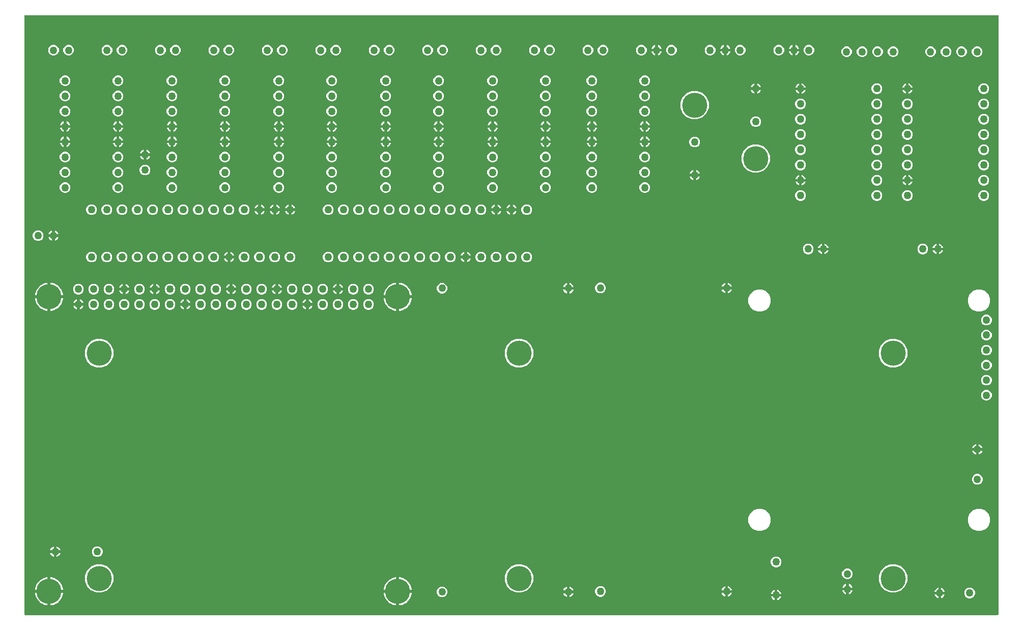
<source format=gbr>
G04 EAGLE Gerber RS-274X export*
G75*
%MOMM*%
%FSLAX34Y34*%
%LPD*%
%INCopper Layer 2*%
%IPPOS*%
%AMOC8*
5,1,8,0,0,1.08239X$1,22.5*%
G01*
%ADD10C,1.260000*%
%ADD11C,4.191000*%

G36*
X1621908Y2556D02*
X1621908Y2556D01*
X1622027Y2563D01*
X1622065Y2576D01*
X1622106Y2581D01*
X1622216Y2624D01*
X1622329Y2661D01*
X1622364Y2683D01*
X1622401Y2698D01*
X1622497Y2767D01*
X1622598Y2831D01*
X1622626Y2861D01*
X1622659Y2884D01*
X1622735Y2976D01*
X1622816Y3063D01*
X1622836Y3098D01*
X1622861Y3129D01*
X1622912Y3237D01*
X1622970Y3341D01*
X1622980Y3381D01*
X1622997Y3417D01*
X1623019Y3534D01*
X1623049Y3649D01*
X1623053Y3709D01*
X1623057Y3729D01*
X1623055Y3750D01*
X1623059Y3810D01*
X1623059Y999490D01*
X1623044Y999608D01*
X1623037Y999727D01*
X1623024Y999765D01*
X1623019Y999806D01*
X1622976Y999916D01*
X1622939Y1000029D01*
X1622917Y1000064D01*
X1622902Y1000101D01*
X1622833Y1000197D01*
X1622769Y1000298D01*
X1622739Y1000326D01*
X1622716Y1000359D01*
X1622624Y1000435D01*
X1622537Y1000516D01*
X1622502Y1000536D01*
X1622471Y1000561D01*
X1622363Y1000612D01*
X1622259Y1000670D01*
X1622219Y1000680D01*
X1622183Y1000697D01*
X1622066Y1000719D01*
X1621951Y1000749D01*
X1621891Y1000753D01*
X1621871Y1000757D01*
X1621850Y1000755D01*
X1621790Y1000759D01*
X3810Y1000759D01*
X3692Y1000744D01*
X3573Y1000737D01*
X3535Y1000724D01*
X3494Y1000719D01*
X3384Y1000676D01*
X3271Y1000639D01*
X3236Y1000617D01*
X3199Y1000602D01*
X3103Y1000533D01*
X3002Y1000469D01*
X2974Y1000439D01*
X2941Y1000416D01*
X2865Y1000324D01*
X2784Y1000237D01*
X2764Y1000202D01*
X2739Y1000171D01*
X2688Y1000063D01*
X2630Y999959D01*
X2620Y999919D01*
X2603Y999883D01*
X2581Y999766D01*
X2551Y999651D01*
X2547Y999591D01*
X2543Y999571D01*
X2545Y999550D01*
X2541Y999490D01*
X2541Y3810D01*
X2556Y3692D01*
X2563Y3573D01*
X2576Y3535D01*
X2581Y3494D01*
X2624Y3384D01*
X2661Y3271D01*
X2683Y3236D01*
X2698Y3199D01*
X2767Y3103D01*
X2831Y3002D01*
X2861Y2974D01*
X2884Y2941D01*
X2976Y2865D01*
X3063Y2784D01*
X3098Y2764D01*
X3129Y2739D01*
X3237Y2688D01*
X3341Y2630D01*
X3381Y2620D01*
X3417Y2603D01*
X3534Y2581D01*
X3649Y2551D01*
X3709Y2547D01*
X3729Y2543D01*
X3750Y2545D01*
X3810Y2541D01*
X1621790Y2541D01*
X1621908Y2556D01*
G37*
%LPC*%
G36*
X1214526Y738504D02*
X1214526Y738504D01*
X1205891Y742081D01*
X1199281Y748691D01*
X1195704Y757326D01*
X1195704Y766674D01*
X1199281Y775309D01*
X1205891Y781919D01*
X1214526Y785496D01*
X1223874Y785496D01*
X1232509Y781919D01*
X1239119Y775309D01*
X1242696Y766674D01*
X1242696Y757326D01*
X1239119Y748691D01*
X1232509Y742081D01*
X1223874Y738504D01*
X1214526Y738504D01*
G37*
%LPD*%
%LPC*%
G36*
X122326Y414654D02*
X122326Y414654D01*
X113691Y418231D01*
X107081Y424841D01*
X103504Y433476D01*
X103504Y442824D01*
X107081Y451459D01*
X113691Y458069D01*
X122326Y461646D01*
X131674Y461646D01*
X140309Y458069D01*
X146919Y451459D01*
X150496Y442824D01*
X150496Y433476D01*
X146919Y424841D01*
X140309Y418231D01*
X131674Y414654D01*
X122326Y414654D01*
G37*
%LPD*%
%LPC*%
G36*
X820826Y414654D02*
X820826Y414654D01*
X812191Y418231D01*
X805581Y424841D01*
X802004Y433476D01*
X802004Y442824D01*
X805581Y451459D01*
X812191Y458069D01*
X820826Y461646D01*
X830174Y461646D01*
X838809Y458069D01*
X845419Y451459D01*
X848996Y442824D01*
X848996Y433476D01*
X845419Y424841D01*
X838809Y418231D01*
X830174Y414654D01*
X820826Y414654D01*
G37*
%LPD*%
%LPC*%
G36*
X1443126Y414654D02*
X1443126Y414654D01*
X1434491Y418231D01*
X1427881Y424841D01*
X1424304Y433476D01*
X1424304Y442824D01*
X1427881Y451459D01*
X1434491Y458069D01*
X1443126Y461646D01*
X1452474Y461646D01*
X1461109Y458069D01*
X1467719Y451459D01*
X1471296Y442824D01*
X1471296Y433476D01*
X1467719Y424841D01*
X1461109Y418231D01*
X1452474Y414654D01*
X1443126Y414654D01*
G37*
%LPD*%
%LPC*%
G36*
X122326Y40004D02*
X122326Y40004D01*
X113691Y43581D01*
X107081Y50191D01*
X103504Y58826D01*
X103504Y68174D01*
X107081Y76809D01*
X113691Y83419D01*
X122326Y86996D01*
X131674Y86996D01*
X140309Y83419D01*
X146919Y76809D01*
X150496Y68174D01*
X150496Y58826D01*
X146919Y50191D01*
X140309Y43581D01*
X131674Y40004D01*
X122326Y40004D01*
G37*
%LPD*%
%LPC*%
G36*
X820826Y40004D02*
X820826Y40004D01*
X812191Y43581D01*
X805581Y50191D01*
X802004Y58826D01*
X802004Y68174D01*
X805581Y76809D01*
X812191Y83419D01*
X820826Y86996D01*
X830174Y86996D01*
X838809Y83419D01*
X845419Y76809D01*
X848996Y68174D01*
X848996Y58826D01*
X845419Y50191D01*
X838809Y43581D01*
X830174Y40004D01*
X820826Y40004D01*
G37*
%LPD*%
%LPC*%
G36*
X1443126Y40004D02*
X1443126Y40004D01*
X1434491Y43581D01*
X1427881Y50191D01*
X1424304Y58826D01*
X1424304Y68174D01*
X1427881Y76809D01*
X1434491Y83419D01*
X1443126Y86996D01*
X1452474Y86996D01*
X1461109Y83419D01*
X1467719Y76809D01*
X1471296Y68174D01*
X1471296Y58826D01*
X1467719Y50191D01*
X1461109Y43581D01*
X1452474Y40004D01*
X1443126Y40004D01*
G37*
%LPD*%
%LPC*%
G36*
X1112926Y827404D02*
X1112926Y827404D01*
X1104291Y830981D01*
X1097681Y837591D01*
X1094104Y846226D01*
X1094104Y855574D01*
X1097681Y864209D01*
X1104291Y870819D01*
X1112926Y874396D01*
X1122274Y874396D01*
X1130909Y870819D01*
X1137519Y864209D01*
X1141096Y855574D01*
X1141096Y846226D01*
X1137519Y837591D01*
X1130909Y830981D01*
X1122274Y827404D01*
X1112926Y827404D01*
G37*
%LPD*%
%LPC*%
G36*
X1221759Y507340D02*
X1221759Y507340D01*
X1214990Y510144D01*
X1209810Y515324D01*
X1207006Y522093D01*
X1207006Y529419D01*
X1209810Y536188D01*
X1214990Y541368D01*
X1221759Y544172D01*
X1229085Y544172D01*
X1235854Y541368D01*
X1241034Y536188D01*
X1243838Y529419D01*
X1243838Y522093D01*
X1241034Y515324D01*
X1235854Y510144D01*
X1229085Y507340D01*
X1221759Y507340D01*
G37*
%LPD*%
%LPC*%
G36*
X1586759Y507340D02*
X1586759Y507340D01*
X1579990Y510144D01*
X1574810Y515324D01*
X1572006Y522093D01*
X1572006Y529419D01*
X1574810Y536188D01*
X1579990Y541368D01*
X1586759Y544172D01*
X1594085Y544172D01*
X1600854Y541368D01*
X1606034Y536188D01*
X1608838Y529419D01*
X1608838Y522093D01*
X1606034Y515324D01*
X1600854Y510144D01*
X1594085Y507340D01*
X1586759Y507340D01*
G37*
%LPD*%
%LPC*%
G36*
X1221759Y142340D02*
X1221759Y142340D01*
X1214990Y145144D01*
X1209810Y150324D01*
X1207006Y157093D01*
X1207006Y164419D01*
X1209810Y171188D01*
X1214990Y176368D01*
X1221759Y179172D01*
X1229085Y179172D01*
X1235854Y176368D01*
X1241034Y171188D01*
X1243838Y164419D01*
X1243838Y157093D01*
X1241034Y150324D01*
X1235854Y145144D01*
X1229085Y142340D01*
X1221759Y142340D01*
G37*
%LPD*%
%LPC*%
G36*
X1586759Y142340D02*
X1586759Y142340D01*
X1579990Y145144D01*
X1574810Y150324D01*
X1572006Y157093D01*
X1572006Y164419D01*
X1574810Y171188D01*
X1579990Y176368D01*
X1586759Y179172D01*
X1594085Y179172D01*
X1600854Y176368D01*
X1606034Y171188D01*
X1608838Y164419D01*
X1608838Y157093D01*
X1606034Y150324D01*
X1600854Y145144D01*
X1594085Y142340D01*
X1586759Y142340D01*
G37*
%LPD*%
%LPC*%
G36*
X46219Y44559D02*
X46219Y44559D01*
X46219Y65378D01*
X47622Y65220D01*
X50195Y64633D01*
X52686Y63761D01*
X55063Y62616D01*
X57298Y61212D01*
X59361Y59567D01*
X61227Y57701D01*
X62872Y55638D01*
X64276Y53403D01*
X65421Y51026D01*
X66293Y48535D01*
X66880Y45962D01*
X67038Y44559D01*
X46219Y44559D01*
G37*
%LPD*%
%LPC*%
G36*
X46219Y534559D02*
X46219Y534559D01*
X46219Y555378D01*
X47622Y555220D01*
X50195Y554633D01*
X52686Y553761D01*
X55063Y552616D01*
X57298Y551212D01*
X59361Y549567D01*
X61227Y547701D01*
X62872Y545638D01*
X64276Y543403D01*
X65421Y541026D01*
X66293Y538535D01*
X66880Y535962D01*
X67038Y534559D01*
X46219Y534559D01*
G37*
%LPD*%
%LPC*%
G36*
X626219Y534559D02*
X626219Y534559D01*
X626219Y555378D01*
X627622Y555220D01*
X630195Y554633D01*
X632686Y553761D01*
X635063Y552616D01*
X637298Y551212D01*
X639361Y549567D01*
X641227Y547701D01*
X642872Y545638D01*
X644276Y543403D01*
X645421Y541026D01*
X646293Y538535D01*
X646880Y535962D01*
X647038Y534559D01*
X626219Y534559D01*
G37*
%LPD*%
%LPC*%
G36*
X626219Y44559D02*
X626219Y44559D01*
X626219Y65378D01*
X627622Y65220D01*
X630195Y64633D01*
X632686Y63761D01*
X635063Y62616D01*
X637298Y61212D01*
X639361Y59567D01*
X641227Y57701D01*
X642872Y55638D01*
X644276Y53403D01*
X645421Y51026D01*
X646293Y48535D01*
X646880Y45962D01*
X647038Y44559D01*
X626219Y44559D01*
G37*
%LPD*%
%LPC*%
G36*
X600322Y44559D02*
X600322Y44559D01*
X600480Y45962D01*
X601067Y48535D01*
X601939Y51026D01*
X603084Y53403D01*
X603395Y53899D01*
X603395Y53900D01*
X604193Y55169D01*
X604488Y55638D01*
X606133Y57701D01*
X607999Y59567D01*
X610062Y61212D01*
X612297Y62616D01*
X614674Y63761D01*
X617165Y64633D01*
X619738Y65220D01*
X621141Y65378D01*
X621141Y44559D01*
X600322Y44559D01*
G37*
%LPD*%
%LPC*%
G36*
X20322Y44559D02*
X20322Y44559D01*
X20480Y45962D01*
X21067Y48535D01*
X21939Y51026D01*
X23084Y53403D01*
X23395Y53899D01*
X23395Y53900D01*
X24193Y55169D01*
X24488Y55638D01*
X26133Y57701D01*
X27999Y59567D01*
X30062Y61212D01*
X32297Y62616D01*
X34674Y63761D01*
X37165Y64633D01*
X39738Y65220D01*
X41141Y65378D01*
X41141Y44559D01*
X20322Y44559D01*
G37*
%LPD*%
%LPC*%
G36*
X626219Y39481D02*
X626219Y39481D01*
X647038Y39481D01*
X646880Y38078D01*
X646293Y35505D01*
X645421Y33014D01*
X644276Y30637D01*
X643798Y29876D01*
X643798Y29875D01*
X643001Y28606D01*
X642872Y28402D01*
X641227Y26339D01*
X639361Y24473D01*
X637298Y22828D01*
X635063Y21424D01*
X632686Y20279D01*
X630195Y19407D01*
X627622Y18820D01*
X626219Y18662D01*
X626219Y39481D01*
G37*
%LPD*%
%LPC*%
G36*
X46219Y39481D02*
X46219Y39481D01*
X67038Y39481D01*
X66880Y38078D01*
X66293Y35505D01*
X65421Y33014D01*
X64276Y30637D01*
X63798Y29876D01*
X63798Y29875D01*
X63001Y28606D01*
X62872Y28402D01*
X61227Y26339D01*
X59361Y24473D01*
X57298Y22828D01*
X55063Y21424D01*
X52686Y20279D01*
X50195Y19407D01*
X47622Y18820D01*
X46219Y18662D01*
X46219Y39481D01*
G37*
%LPD*%
%LPC*%
G36*
X626219Y529481D02*
X626219Y529481D01*
X647038Y529481D01*
X646880Y528078D01*
X646293Y525505D01*
X645421Y523014D01*
X644276Y520637D01*
X642872Y518402D01*
X641227Y516339D01*
X639361Y514473D01*
X637298Y512828D01*
X635063Y511424D01*
X632686Y510279D01*
X630195Y509407D01*
X627622Y508820D01*
X626219Y508662D01*
X626219Y529481D01*
G37*
%LPD*%
%LPC*%
G36*
X600322Y534559D02*
X600322Y534559D01*
X600480Y535962D01*
X601067Y538535D01*
X601939Y541026D01*
X603084Y543403D01*
X604488Y545638D01*
X606133Y547701D01*
X607999Y549567D01*
X610062Y551212D01*
X612297Y552616D01*
X614674Y553761D01*
X617165Y554633D01*
X619738Y555220D01*
X621141Y555378D01*
X621141Y534559D01*
X600322Y534559D01*
G37*
%LPD*%
%LPC*%
G36*
X46219Y529481D02*
X46219Y529481D01*
X67038Y529481D01*
X66880Y528078D01*
X66293Y525505D01*
X65421Y523014D01*
X64276Y520637D01*
X62872Y518402D01*
X61227Y516339D01*
X59361Y514473D01*
X57298Y512828D01*
X55063Y511424D01*
X52686Y510279D01*
X50195Y509407D01*
X47622Y508820D01*
X46219Y508662D01*
X46219Y529481D01*
G37*
%LPD*%
%LPC*%
G36*
X20322Y534559D02*
X20322Y534559D01*
X20480Y535962D01*
X21067Y538535D01*
X21939Y541026D01*
X23084Y543403D01*
X24488Y545638D01*
X26133Y547701D01*
X27999Y549567D01*
X30062Y551212D01*
X32297Y552616D01*
X34674Y553761D01*
X37165Y554633D01*
X39738Y555220D01*
X41141Y555378D01*
X41141Y534559D01*
X20322Y534559D01*
G37*
%LPD*%
%LPC*%
G36*
X39738Y508820D02*
X39738Y508820D01*
X37165Y509407D01*
X34674Y510279D01*
X32297Y511424D01*
X30062Y512828D01*
X27999Y514473D01*
X26133Y516339D01*
X24488Y518402D01*
X23084Y520637D01*
X21939Y523014D01*
X21067Y525505D01*
X20480Y528078D01*
X20322Y529481D01*
X41141Y529481D01*
X41141Y508662D01*
X39738Y508820D01*
G37*
%LPD*%
%LPC*%
G36*
X39738Y18820D02*
X39738Y18820D01*
X37165Y19407D01*
X34674Y20279D01*
X32297Y21424D01*
X30062Y22828D01*
X27999Y24473D01*
X26133Y26339D01*
X24488Y28402D01*
X23084Y30637D01*
X21939Y33014D01*
X21067Y35505D01*
X20480Y38078D01*
X20322Y39481D01*
X41141Y39481D01*
X41141Y18662D01*
X39738Y18820D01*
G37*
%LPD*%
%LPC*%
G36*
X619738Y508820D02*
X619738Y508820D01*
X617165Y509407D01*
X614674Y510279D01*
X612297Y511424D01*
X610062Y512828D01*
X607999Y514473D01*
X606133Y516339D01*
X604488Y518402D01*
X603084Y520637D01*
X601939Y523014D01*
X601067Y525505D01*
X600480Y528078D01*
X600322Y529481D01*
X621141Y529481D01*
X621141Y508662D01*
X619738Y508820D01*
G37*
%LPD*%
%LPC*%
G36*
X619738Y18820D02*
X619738Y18820D01*
X617165Y19407D01*
X614674Y20279D01*
X612297Y21424D01*
X610062Y22828D01*
X607999Y24473D01*
X606133Y26339D01*
X604488Y28402D01*
X603084Y30637D01*
X601939Y33014D01*
X601067Y35505D01*
X600480Y38078D01*
X600322Y39481D01*
X621141Y39481D01*
X621141Y18662D01*
X619738Y18820D01*
G37*
%LPD*%
%LPC*%
G36*
X1191641Y933499D02*
X1191641Y933499D01*
X1188392Y934845D01*
X1185905Y937332D01*
X1184559Y940581D01*
X1184559Y944099D01*
X1185905Y947348D01*
X1188392Y949835D01*
X1191641Y951181D01*
X1195159Y951181D01*
X1198408Y949835D01*
X1200895Y947348D01*
X1202241Y944099D01*
X1202241Y940581D01*
X1200895Y937332D01*
X1198408Y934845D01*
X1195159Y933499D01*
X1191641Y933499D01*
G37*
%LPD*%
%LPC*%
G36*
X1141641Y933499D02*
X1141641Y933499D01*
X1138392Y934845D01*
X1135905Y937332D01*
X1134559Y940581D01*
X1134559Y944099D01*
X1135905Y947348D01*
X1138392Y949835D01*
X1141641Y951181D01*
X1145159Y951181D01*
X1148408Y949835D01*
X1150895Y947348D01*
X1152241Y944099D01*
X1152241Y940581D01*
X1150895Y937332D01*
X1148408Y934845D01*
X1145159Y933499D01*
X1141641Y933499D01*
G37*
%LPD*%
%LPC*%
G36*
X1077341Y933499D02*
X1077341Y933499D01*
X1074092Y934845D01*
X1071605Y937332D01*
X1070259Y940581D01*
X1070259Y944099D01*
X1071605Y947348D01*
X1074092Y949835D01*
X1077341Y951181D01*
X1080859Y951181D01*
X1084108Y949835D01*
X1086595Y947348D01*
X1087941Y944099D01*
X1087941Y940581D01*
X1086595Y937332D01*
X1084108Y934845D01*
X1080859Y933499D01*
X1077341Y933499D01*
G37*
%LPD*%
%LPC*%
G36*
X1027341Y933499D02*
X1027341Y933499D01*
X1024092Y934845D01*
X1021605Y937332D01*
X1020259Y940581D01*
X1020259Y944099D01*
X1021605Y947348D01*
X1024092Y949835D01*
X1027341Y951181D01*
X1030859Y951181D01*
X1034108Y949835D01*
X1036595Y947348D01*
X1037941Y944099D01*
X1037941Y940581D01*
X1036595Y937332D01*
X1034108Y934845D01*
X1030859Y933499D01*
X1027341Y933499D01*
G37*
%LPD*%
%LPC*%
G36*
X963241Y933499D02*
X963241Y933499D01*
X959992Y934845D01*
X957505Y937332D01*
X956159Y940581D01*
X956159Y944099D01*
X957505Y947348D01*
X959992Y949835D01*
X963241Y951181D01*
X966759Y951181D01*
X970008Y949835D01*
X972495Y947348D01*
X973841Y944099D01*
X973841Y940581D01*
X972495Y937332D01*
X970008Y934845D01*
X966759Y933499D01*
X963241Y933499D01*
G37*
%LPD*%
%LPC*%
G36*
X938241Y933499D02*
X938241Y933499D01*
X934992Y934845D01*
X932505Y937332D01*
X931159Y940581D01*
X931159Y944099D01*
X932505Y947348D01*
X934992Y949835D01*
X938241Y951181D01*
X941759Y951181D01*
X945008Y949835D01*
X947495Y947348D01*
X948841Y944099D01*
X948841Y940581D01*
X947495Y937332D01*
X945008Y934845D01*
X941759Y933499D01*
X938241Y933499D01*
G37*
%LPD*%
%LPC*%
G36*
X874341Y933499D02*
X874341Y933499D01*
X871092Y934845D01*
X868605Y937332D01*
X867259Y940581D01*
X867259Y944099D01*
X868605Y947348D01*
X871092Y949835D01*
X874341Y951181D01*
X877859Y951181D01*
X881108Y949835D01*
X883595Y947348D01*
X884941Y944099D01*
X884941Y940581D01*
X883595Y937332D01*
X881108Y934845D01*
X877859Y933499D01*
X874341Y933499D01*
G37*
%LPD*%
%LPC*%
G36*
X849341Y933499D02*
X849341Y933499D01*
X846092Y934845D01*
X843605Y937332D01*
X842259Y940581D01*
X842259Y944099D01*
X843605Y947348D01*
X846092Y949835D01*
X849341Y951181D01*
X852859Y951181D01*
X856108Y949835D01*
X858595Y947348D01*
X859941Y944099D01*
X859941Y940581D01*
X858595Y937332D01*
X856108Y934845D01*
X852859Y933499D01*
X849341Y933499D01*
G37*
%LPD*%
%LPC*%
G36*
X785441Y933499D02*
X785441Y933499D01*
X782192Y934845D01*
X779705Y937332D01*
X778359Y940581D01*
X778359Y944099D01*
X779705Y947348D01*
X782192Y949835D01*
X785441Y951181D01*
X788959Y951181D01*
X792208Y949835D01*
X794695Y947348D01*
X796041Y944099D01*
X796041Y940581D01*
X794695Y937332D01*
X792208Y934845D01*
X788959Y933499D01*
X785441Y933499D01*
G37*
%LPD*%
%LPC*%
G36*
X760441Y933499D02*
X760441Y933499D01*
X757192Y934845D01*
X754705Y937332D01*
X753359Y940581D01*
X753359Y944099D01*
X754705Y947348D01*
X757192Y949835D01*
X760441Y951181D01*
X763959Y951181D01*
X767208Y949835D01*
X769695Y947348D01*
X771041Y944099D01*
X771041Y940581D01*
X769695Y937332D01*
X767208Y934845D01*
X763959Y933499D01*
X760441Y933499D01*
G37*
%LPD*%
%LPC*%
G36*
X696541Y933499D02*
X696541Y933499D01*
X693292Y934845D01*
X690805Y937332D01*
X689459Y940581D01*
X689459Y944099D01*
X690805Y947348D01*
X693292Y949835D01*
X696541Y951181D01*
X700059Y951181D01*
X703308Y949835D01*
X705795Y947348D01*
X707141Y944099D01*
X707141Y940581D01*
X705795Y937332D01*
X703308Y934845D01*
X700059Y933499D01*
X696541Y933499D01*
G37*
%LPD*%
%LPC*%
G36*
X671541Y933499D02*
X671541Y933499D01*
X668292Y934845D01*
X665805Y937332D01*
X664459Y940581D01*
X664459Y944099D01*
X665805Y947348D01*
X668292Y949835D01*
X671541Y951181D01*
X675059Y951181D01*
X678308Y949835D01*
X680795Y947348D01*
X682141Y944099D01*
X682141Y940581D01*
X680795Y937332D01*
X678308Y934845D01*
X675059Y933499D01*
X671541Y933499D01*
G37*
%LPD*%
%LPC*%
G36*
X607641Y933499D02*
X607641Y933499D01*
X604392Y934845D01*
X601905Y937332D01*
X600559Y940581D01*
X600559Y944099D01*
X601905Y947348D01*
X604392Y949835D01*
X607641Y951181D01*
X611159Y951181D01*
X614408Y949835D01*
X616895Y947348D01*
X618241Y944099D01*
X618241Y940581D01*
X616895Y937332D01*
X614408Y934845D01*
X611159Y933499D01*
X607641Y933499D01*
G37*
%LPD*%
%LPC*%
G36*
X582641Y933499D02*
X582641Y933499D01*
X579392Y934845D01*
X576905Y937332D01*
X575559Y940581D01*
X575559Y944099D01*
X576905Y947348D01*
X579392Y949835D01*
X582641Y951181D01*
X586159Y951181D01*
X589408Y949835D01*
X591895Y947348D01*
X593241Y944099D01*
X593241Y940581D01*
X591895Y937332D01*
X589408Y934845D01*
X586159Y933499D01*
X582641Y933499D01*
G37*
%LPD*%
%LPC*%
G36*
X518741Y933499D02*
X518741Y933499D01*
X515492Y934845D01*
X513005Y937332D01*
X511659Y940581D01*
X511659Y944099D01*
X513005Y947348D01*
X515492Y949835D01*
X518741Y951181D01*
X522259Y951181D01*
X525508Y949835D01*
X527995Y947348D01*
X529341Y944099D01*
X529341Y940581D01*
X527995Y937332D01*
X525508Y934845D01*
X522259Y933499D01*
X518741Y933499D01*
G37*
%LPD*%
%LPC*%
G36*
X493741Y933499D02*
X493741Y933499D01*
X490492Y934845D01*
X488005Y937332D01*
X486659Y940581D01*
X486659Y944099D01*
X488005Y947348D01*
X490492Y949835D01*
X493741Y951181D01*
X497259Y951181D01*
X500508Y949835D01*
X502995Y947348D01*
X504341Y944099D01*
X504341Y940581D01*
X502995Y937332D01*
X500508Y934845D01*
X497259Y933499D01*
X493741Y933499D01*
G37*
%LPD*%
%LPC*%
G36*
X429841Y933499D02*
X429841Y933499D01*
X426592Y934845D01*
X424105Y937332D01*
X422759Y940581D01*
X422759Y944099D01*
X424105Y947348D01*
X426592Y949835D01*
X429841Y951181D01*
X433359Y951181D01*
X436608Y949835D01*
X439095Y947348D01*
X440441Y944099D01*
X440441Y940581D01*
X439095Y937332D01*
X436608Y934845D01*
X433359Y933499D01*
X429841Y933499D01*
G37*
%LPD*%
%LPC*%
G36*
X404841Y933499D02*
X404841Y933499D01*
X401592Y934845D01*
X399105Y937332D01*
X397759Y940581D01*
X397759Y944099D01*
X399105Y947348D01*
X401592Y949835D01*
X404841Y951181D01*
X408359Y951181D01*
X411608Y949835D01*
X414095Y947348D01*
X415441Y944099D01*
X415441Y940581D01*
X414095Y937332D01*
X411608Y934845D01*
X408359Y933499D01*
X404841Y933499D01*
G37*
%LPD*%
%LPC*%
G36*
X340941Y933499D02*
X340941Y933499D01*
X337692Y934845D01*
X335205Y937332D01*
X333859Y940581D01*
X333859Y944099D01*
X335205Y947348D01*
X337692Y949835D01*
X340941Y951181D01*
X344459Y951181D01*
X347708Y949835D01*
X350195Y947348D01*
X351541Y944099D01*
X351541Y940581D01*
X350195Y937332D01*
X347708Y934845D01*
X344459Y933499D01*
X340941Y933499D01*
G37*
%LPD*%
%LPC*%
G36*
X315941Y933499D02*
X315941Y933499D01*
X312692Y934845D01*
X310205Y937332D01*
X308859Y940581D01*
X308859Y944099D01*
X310205Y947348D01*
X312692Y949835D01*
X315941Y951181D01*
X319459Y951181D01*
X322708Y949835D01*
X325195Y947348D01*
X326541Y944099D01*
X326541Y940581D01*
X325195Y937332D01*
X322708Y934845D01*
X319459Y933499D01*
X315941Y933499D01*
G37*
%LPD*%
%LPC*%
G36*
X252041Y933499D02*
X252041Y933499D01*
X248792Y934845D01*
X246305Y937332D01*
X244959Y940581D01*
X244959Y944099D01*
X246305Y947348D01*
X248792Y949835D01*
X252041Y951181D01*
X255559Y951181D01*
X258808Y949835D01*
X261295Y947348D01*
X262641Y944099D01*
X262641Y940581D01*
X261295Y937332D01*
X258808Y934845D01*
X255559Y933499D01*
X252041Y933499D01*
G37*
%LPD*%
%LPC*%
G36*
X227041Y933499D02*
X227041Y933499D01*
X223792Y934845D01*
X221305Y937332D01*
X219959Y940581D01*
X219959Y944099D01*
X221305Y947348D01*
X223792Y949835D01*
X227041Y951181D01*
X230559Y951181D01*
X233808Y949835D01*
X236295Y947348D01*
X237641Y944099D01*
X237641Y940581D01*
X236295Y937332D01*
X233808Y934845D01*
X230559Y933499D01*
X227041Y933499D01*
G37*
%LPD*%
%LPC*%
G36*
X163141Y933499D02*
X163141Y933499D01*
X159892Y934845D01*
X157405Y937332D01*
X156059Y940581D01*
X156059Y944099D01*
X157405Y947348D01*
X159892Y949835D01*
X163141Y951181D01*
X166659Y951181D01*
X169908Y949835D01*
X172395Y947348D01*
X173741Y944099D01*
X173741Y940581D01*
X172395Y937332D01*
X169908Y934845D01*
X166659Y933499D01*
X163141Y933499D01*
G37*
%LPD*%
%LPC*%
G36*
X138141Y933499D02*
X138141Y933499D01*
X134892Y934845D01*
X132405Y937332D01*
X131059Y940581D01*
X131059Y944099D01*
X132405Y947348D01*
X134892Y949835D01*
X138141Y951181D01*
X141659Y951181D01*
X144908Y949835D01*
X147395Y947348D01*
X148741Y944099D01*
X148741Y940581D01*
X147395Y937332D01*
X144908Y934845D01*
X141659Y933499D01*
X138141Y933499D01*
G37*
%LPD*%
%LPC*%
G36*
X512141Y730299D02*
X512141Y730299D01*
X508892Y731645D01*
X506405Y734132D01*
X505059Y737381D01*
X505059Y740899D01*
X506405Y744148D01*
X508892Y746635D01*
X512141Y747981D01*
X515659Y747981D01*
X518908Y746635D01*
X521395Y744148D01*
X522741Y740899D01*
X522741Y737381D01*
X521395Y734132D01*
X518908Y731645D01*
X515659Y730299D01*
X512141Y730299D01*
G37*
%LPD*%
%LPC*%
G36*
X23641Y624889D02*
X23641Y624889D01*
X20392Y626235D01*
X17905Y628722D01*
X16559Y631971D01*
X16559Y635489D01*
X17905Y638738D01*
X20392Y641225D01*
X23641Y642571D01*
X27159Y642571D01*
X30408Y641225D01*
X32895Y638738D01*
X34241Y635489D01*
X34241Y631971D01*
X32895Y628722D01*
X30408Y626235D01*
X27159Y624889D01*
X23641Y624889D01*
G37*
%LPD*%
%LPC*%
G36*
X424141Y730299D02*
X424141Y730299D01*
X420892Y731645D01*
X418405Y734132D01*
X417059Y737381D01*
X417059Y740899D01*
X418405Y744148D01*
X420892Y746635D01*
X424141Y747981D01*
X427659Y747981D01*
X430908Y746635D01*
X433395Y744148D01*
X434741Y740899D01*
X434741Y737381D01*
X433395Y734132D01*
X430908Y731645D01*
X427659Y730299D01*
X424141Y730299D01*
G37*
%LPD*%
%LPC*%
G36*
X1585741Y930959D02*
X1585741Y930959D01*
X1582492Y932305D01*
X1580005Y934792D01*
X1578659Y938041D01*
X1578659Y941559D01*
X1580005Y944808D01*
X1582492Y947295D01*
X1585741Y948641D01*
X1589259Y948641D01*
X1592508Y947295D01*
X1594995Y944808D01*
X1596341Y941559D01*
X1596341Y938041D01*
X1594995Y934792D01*
X1592508Y932305D01*
X1589259Y930959D01*
X1585741Y930959D01*
G37*
%LPD*%
%LPC*%
G36*
X1559941Y930959D02*
X1559941Y930959D01*
X1556692Y932305D01*
X1554205Y934792D01*
X1552859Y938041D01*
X1552859Y941559D01*
X1554205Y944808D01*
X1556692Y947295D01*
X1559941Y948641D01*
X1563459Y948641D01*
X1566708Y947295D01*
X1569195Y944808D01*
X1570541Y941559D01*
X1570541Y938041D01*
X1569195Y934792D01*
X1566708Y932305D01*
X1563459Y930959D01*
X1559941Y930959D01*
G37*
%LPD*%
%LPC*%
G36*
X1534141Y930959D02*
X1534141Y930959D01*
X1530892Y932305D01*
X1528405Y934792D01*
X1527059Y938041D01*
X1527059Y941559D01*
X1528405Y944808D01*
X1530892Y947295D01*
X1534141Y948641D01*
X1537659Y948641D01*
X1540908Y947295D01*
X1543395Y944808D01*
X1544741Y941559D01*
X1544741Y938041D01*
X1543395Y934792D01*
X1540908Y932305D01*
X1537659Y930959D01*
X1534141Y930959D01*
G37*
%LPD*%
%LPC*%
G36*
X1508341Y930959D02*
X1508341Y930959D01*
X1505092Y932305D01*
X1502605Y934792D01*
X1501259Y938041D01*
X1501259Y941559D01*
X1502605Y944808D01*
X1505092Y947295D01*
X1508341Y948641D01*
X1511859Y948641D01*
X1515108Y947295D01*
X1517595Y944808D01*
X1518941Y941559D01*
X1518941Y938041D01*
X1517595Y934792D01*
X1515108Y932305D01*
X1511859Y930959D01*
X1508341Y930959D01*
G37*
%LPD*%
%LPC*%
G36*
X1446041Y930959D02*
X1446041Y930959D01*
X1442792Y932305D01*
X1440305Y934792D01*
X1438959Y938041D01*
X1438959Y941559D01*
X1440305Y944808D01*
X1442792Y947295D01*
X1446041Y948641D01*
X1449559Y948641D01*
X1452808Y947295D01*
X1455295Y944808D01*
X1456641Y941559D01*
X1456641Y938041D01*
X1455295Y934792D01*
X1452808Y932305D01*
X1449559Y930959D01*
X1446041Y930959D01*
G37*
%LPD*%
%LPC*%
G36*
X1420241Y930959D02*
X1420241Y930959D01*
X1416992Y932305D01*
X1414505Y934792D01*
X1413159Y938041D01*
X1413159Y941559D01*
X1414505Y944808D01*
X1416992Y947295D01*
X1420241Y948641D01*
X1423759Y948641D01*
X1427008Y947295D01*
X1429495Y944808D01*
X1430841Y941559D01*
X1430841Y938041D01*
X1429495Y934792D01*
X1427008Y932305D01*
X1423759Y930959D01*
X1420241Y930959D01*
G37*
%LPD*%
%LPC*%
G36*
X1394441Y930959D02*
X1394441Y930959D01*
X1391192Y932305D01*
X1388705Y934792D01*
X1387359Y938041D01*
X1387359Y941559D01*
X1388705Y944808D01*
X1391192Y947295D01*
X1394441Y948641D01*
X1397959Y948641D01*
X1401208Y947295D01*
X1403695Y944808D01*
X1405041Y941559D01*
X1405041Y938041D01*
X1403695Y934792D01*
X1401208Y932305D01*
X1397959Y930959D01*
X1394441Y930959D01*
G37*
%LPD*%
%LPC*%
G36*
X1368641Y930959D02*
X1368641Y930959D01*
X1365392Y932305D01*
X1362905Y934792D01*
X1361559Y938041D01*
X1361559Y941559D01*
X1362905Y944808D01*
X1365392Y947295D01*
X1368641Y948641D01*
X1372159Y948641D01*
X1375408Y947295D01*
X1377895Y944808D01*
X1379241Y941559D01*
X1379241Y938041D01*
X1377895Y934792D01*
X1375408Y932305D01*
X1372159Y930959D01*
X1368641Y930959D01*
G37*
%LPD*%
%LPC*%
G36*
X512141Y704899D02*
X512141Y704899D01*
X508892Y706245D01*
X506405Y708732D01*
X505059Y711981D01*
X505059Y715499D01*
X506405Y718748D01*
X508892Y721235D01*
X512141Y722581D01*
X515659Y722581D01*
X518908Y721235D01*
X521395Y718748D01*
X522741Y715499D01*
X522741Y711981D01*
X521395Y708732D01*
X518908Y706245D01*
X515659Y704899D01*
X512141Y704899D01*
G37*
%LPD*%
%LPC*%
G36*
X315741Y668049D02*
X315741Y668049D01*
X312492Y669395D01*
X310005Y671882D01*
X308659Y675131D01*
X308659Y678649D01*
X310005Y681898D01*
X312492Y684385D01*
X315741Y685731D01*
X319259Y685731D01*
X322508Y684385D01*
X324995Y681898D01*
X326341Y678649D01*
X326341Y675131D01*
X324995Y671882D01*
X322508Y669395D01*
X319259Y668049D01*
X315741Y668049D01*
G37*
%LPD*%
%LPC*%
G36*
X334341Y730299D02*
X334341Y730299D01*
X331092Y731645D01*
X328605Y734132D01*
X327259Y737381D01*
X327259Y740899D01*
X328605Y744148D01*
X331092Y746635D01*
X334341Y747981D01*
X337859Y747981D01*
X341108Y746635D01*
X343595Y744148D01*
X344941Y740899D01*
X344941Y737381D01*
X343595Y734132D01*
X341108Y731645D01*
X337859Y730299D01*
X334341Y730299D01*
G37*
%LPD*%
%LPC*%
G36*
X341141Y668049D02*
X341141Y668049D01*
X337892Y669395D01*
X335405Y671882D01*
X334059Y675131D01*
X334059Y678649D01*
X335405Y681898D01*
X337892Y684385D01*
X341141Y685731D01*
X344659Y685731D01*
X347908Y684385D01*
X350395Y681898D01*
X351741Y678649D01*
X351741Y675131D01*
X350395Y671882D01*
X347908Y669395D01*
X344659Y668049D01*
X341141Y668049D01*
G37*
%LPD*%
%LPC*%
G36*
X601941Y704899D02*
X601941Y704899D01*
X598692Y706245D01*
X596205Y708732D01*
X594859Y711981D01*
X594859Y715499D01*
X596205Y718748D01*
X598692Y721235D01*
X601941Y722581D01*
X605459Y722581D01*
X608708Y721235D01*
X611195Y718748D01*
X612541Y715499D01*
X612541Y711981D01*
X611195Y708732D01*
X608708Y706245D01*
X605459Y704899D01*
X601941Y704899D01*
G37*
%LPD*%
%LPC*%
G36*
X366541Y668049D02*
X366541Y668049D01*
X363292Y669395D01*
X360805Y671882D01*
X359459Y675131D01*
X359459Y678649D01*
X360805Y681898D01*
X363292Y684385D01*
X366541Y685731D01*
X370059Y685731D01*
X373308Y684385D01*
X375795Y681898D01*
X377141Y678649D01*
X377141Y675131D01*
X375795Y671882D01*
X373308Y669395D01*
X370059Y668049D01*
X366541Y668049D01*
G37*
%LPD*%
%LPC*%
G36*
X156541Y882699D02*
X156541Y882699D01*
X153292Y884045D01*
X150805Y886532D01*
X149459Y889781D01*
X149459Y893299D01*
X150805Y896548D01*
X153292Y899035D01*
X156541Y900381D01*
X160059Y900381D01*
X163308Y899035D01*
X165795Y896548D01*
X167141Y893299D01*
X167141Y889781D01*
X165795Y886532D01*
X163308Y884045D01*
X160059Y882699D01*
X156541Y882699D01*
G37*
%LPD*%
%LPC*%
G36*
X68541Y882699D02*
X68541Y882699D01*
X65292Y884045D01*
X62805Y886532D01*
X61459Y889781D01*
X61459Y893299D01*
X62805Y896548D01*
X65292Y899035D01*
X68541Y900381D01*
X72059Y900381D01*
X75308Y899035D01*
X77795Y896548D01*
X79141Y893299D01*
X79141Y889781D01*
X77795Y886532D01*
X75308Y884045D01*
X72059Y882699D01*
X68541Y882699D01*
G37*
%LPD*%
%LPC*%
G36*
X1032841Y882699D02*
X1032841Y882699D01*
X1029592Y884045D01*
X1027105Y886532D01*
X1025759Y889781D01*
X1025759Y893299D01*
X1027105Y896548D01*
X1029592Y899035D01*
X1032841Y900381D01*
X1036359Y900381D01*
X1039608Y899035D01*
X1042095Y896548D01*
X1043441Y893299D01*
X1043441Y889781D01*
X1042095Y886532D01*
X1039608Y884045D01*
X1036359Y882699D01*
X1032841Y882699D01*
G37*
%LPD*%
%LPC*%
G36*
X944841Y882699D02*
X944841Y882699D01*
X941592Y884045D01*
X939105Y886532D01*
X937759Y889781D01*
X937759Y893299D01*
X939105Y896548D01*
X941592Y899035D01*
X944841Y900381D01*
X948359Y900381D01*
X951608Y899035D01*
X954095Y896548D01*
X955441Y893299D01*
X955441Y889781D01*
X954095Y886532D01*
X951608Y884045D01*
X948359Y882699D01*
X944841Y882699D01*
G37*
%LPD*%
%LPC*%
G36*
X867741Y882699D02*
X867741Y882699D01*
X864492Y884045D01*
X862005Y886532D01*
X860659Y889781D01*
X860659Y893299D01*
X862005Y896548D01*
X864492Y899035D01*
X867741Y900381D01*
X871259Y900381D01*
X874508Y899035D01*
X876995Y896548D01*
X878341Y893299D01*
X878341Y889781D01*
X876995Y886532D01*
X874508Y884045D01*
X871259Y882699D01*
X867741Y882699D01*
G37*
%LPD*%
%LPC*%
G36*
X779741Y882699D02*
X779741Y882699D01*
X776492Y884045D01*
X774005Y886532D01*
X772659Y889781D01*
X772659Y893299D01*
X774005Y896548D01*
X776492Y899035D01*
X779741Y900381D01*
X783259Y900381D01*
X786508Y899035D01*
X788995Y896548D01*
X790341Y893299D01*
X790341Y889781D01*
X788995Y886532D01*
X786508Y884045D01*
X783259Y882699D01*
X779741Y882699D01*
G37*
%LPD*%
%LPC*%
G36*
X689941Y882699D02*
X689941Y882699D01*
X686692Y884045D01*
X684205Y886532D01*
X682859Y889781D01*
X682859Y893299D01*
X684205Y896548D01*
X686692Y899035D01*
X689941Y900381D01*
X693459Y900381D01*
X696708Y899035D01*
X699195Y896548D01*
X700541Y893299D01*
X700541Y889781D01*
X699195Y886532D01*
X696708Y884045D01*
X693459Y882699D01*
X689941Y882699D01*
G37*
%LPD*%
%LPC*%
G36*
X601941Y882699D02*
X601941Y882699D01*
X598692Y884045D01*
X596205Y886532D01*
X594859Y889781D01*
X594859Y893299D01*
X596205Y896548D01*
X598692Y899035D01*
X601941Y900381D01*
X605459Y900381D01*
X608708Y899035D01*
X611195Y896548D01*
X612541Y893299D01*
X612541Y889781D01*
X611195Y886532D01*
X608708Y884045D01*
X605459Y882699D01*
X601941Y882699D01*
G37*
%LPD*%
%LPC*%
G36*
X512141Y882699D02*
X512141Y882699D01*
X508892Y884045D01*
X506405Y886532D01*
X505059Y889781D01*
X505059Y893299D01*
X506405Y896548D01*
X508892Y899035D01*
X512141Y900381D01*
X515659Y900381D01*
X518908Y899035D01*
X521395Y896548D01*
X522741Y893299D01*
X522741Y889781D01*
X521395Y886532D01*
X518908Y884045D01*
X515659Y882699D01*
X512141Y882699D01*
G37*
%LPD*%
%LPC*%
G36*
X424141Y882699D02*
X424141Y882699D01*
X420892Y884045D01*
X418405Y886532D01*
X417059Y889781D01*
X417059Y893299D01*
X418405Y896548D01*
X420892Y899035D01*
X424141Y900381D01*
X427659Y900381D01*
X430908Y899035D01*
X433395Y896548D01*
X434741Y893299D01*
X434741Y889781D01*
X433395Y886532D01*
X430908Y884045D01*
X427659Y882699D01*
X424141Y882699D01*
G37*
%LPD*%
%LPC*%
G36*
X334341Y882699D02*
X334341Y882699D01*
X331092Y884045D01*
X328605Y886532D01*
X327259Y889781D01*
X327259Y893299D01*
X328605Y896548D01*
X331092Y899035D01*
X334341Y900381D01*
X337859Y900381D01*
X341108Y899035D01*
X343595Y896548D01*
X344941Y893299D01*
X344941Y889781D01*
X343595Y886532D01*
X341108Y884045D01*
X337859Y882699D01*
X334341Y882699D01*
G37*
%LPD*%
%LPC*%
G36*
X246341Y882699D02*
X246341Y882699D01*
X243092Y884045D01*
X240605Y886532D01*
X239259Y889781D01*
X239259Y893299D01*
X240605Y896548D01*
X243092Y899035D01*
X246341Y900381D01*
X249859Y900381D01*
X253108Y899035D01*
X255595Y896548D01*
X256941Y893299D01*
X256941Y889781D01*
X255595Y886532D01*
X253108Y884045D01*
X249859Y882699D01*
X246341Y882699D01*
G37*
%LPD*%
%LPC*%
G36*
X1596663Y869415D02*
X1596663Y869415D01*
X1593414Y870761D01*
X1590927Y873248D01*
X1589581Y876497D01*
X1589581Y880015D01*
X1590927Y883264D01*
X1593414Y885751D01*
X1596663Y887097D01*
X1600181Y887097D01*
X1603430Y885751D01*
X1605917Y883264D01*
X1607263Y880015D01*
X1607263Y876497D01*
X1605917Y873248D01*
X1603430Y870761D01*
X1600181Y869415D01*
X1596663Y869415D01*
G37*
%LPD*%
%LPC*%
G36*
X1418863Y869415D02*
X1418863Y869415D01*
X1415614Y870761D01*
X1413127Y873248D01*
X1411781Y876497D01*
X1411781Y880015D01*
X1413127Y883264D01*
X1415614Y885751D01*
X1418863Y887097D01*
X1422381Y887097D01*
X1425630Y885751D01*
X1428117Y883264D01*
X1429463Y880015D01*
X1429463Y876497D01*
X1428117Y873248D01*
X1425630Y870761D01*
X1422381Y869415D01*
X1418863Y869415D01*
G37*
%LPD*%
%LPC*%
G36*
X246341Y730299D02*
X246341Y730299D01*
X243092Y731645D01*
X240605Y734132D01*
X239259Y737381D01*
X239259Y740899D01*
X240605Y744148D01*
X243092Y746635D01*
X246341Y747981D01*
X249859Y747981D01*
X253108Y746635D01*
X255595Y744148D01*
X256941Y740899D01*
X256941Y737381D01*
X255595Y734132D01*
X253108Y731645D01*
X249859Y730299D01*
X246341Y730299D01*
G37*
%LPD*%
%LPC*%
G36*
X689941Y704899D02*
X689941Y704899D01*
X686692Y706245D01*
X684205Y708732D01*
X682859Y711981D01*
X682859Y715499D01*
X684205Y718748D01*
X686692Y721235D01*
X689941Y722581D01*
X693459Y722581D01*
X696708Y721235D01*
X699195Y718748D01*
X700541Y715499D01*
X700541Y711981D01*
X699195Y708732D01*
X696708Y706245D01*
X693459Y704899D01*
X689941Y704899D01*
G37*
%LPD*%
%LPC*%
G36*
X156541Y730299D02*
X156541Y730299D01*
X153292Y731645D01*
X150805Y734132D01*
X149459Y737381D01*
X149459Y740899D01*
X150805Y744148D01*
X153292Y746635D01*
X156541Y747981D01*
X160059Y747981D01*
X163308Y746635D01*
X165795Y744148D01*
X167141Y740899D01*
X167141Y737381D01*
X165795Y734132D01*
X163308Y731645D01*
X160059Y730299D01*
X156541Y730299D01*
G37*
%LPD*%
%LPC*%
G36*
X557041Y668049D02*
X557041Y668049D01*
X553792Y669395D01*
X551305Y671882D01*
X549959Y675131D01*
X549959Y678649D01*
X551305Y681898D01*
X553792Y684385D01*
X557041Y685731D01*
X560559Y685731D01*
X563808Y684385D01*
X566295Y681898D01*
X567641Y678649D01*
X567641Y675131D01*
X566295Y671882D01*
X563808Y669395D01*
X560559Y668049D01*
X557041Y668049D01*
G37*
%LPD*%
%LPC*%
G36*
X582441Y668049D02*
X582441Y668049D01*
X579192Y669395D01*
X576705Y671882D01*
X575359Y675131D01*
X575359Y678649D01*
X576705Y681898D01*
X579192Y684385D01*
X582441Y685731D01*
X585959Y685731D01*
X589208Y684385D01*
X591695Y681898D01*
X593041Y678649D01*
X593041Y675131D01*
X591695Y671882D01*
X589208Y669395D01*
X585959Y668049D01*
X582441Y668049D01*
G37*
%LPD*%
%LPC*%
G36*
X779741Y704899D02*
X779741Y704899D01*
X776492Y706245D01*
X774005Y708732D01*
X772659Y711981D01*
X772659Y715499D01*
X774005Y718748D01*
X776492Y721235D01*
X779741Y722581D01*
X783259Y722581D01*
X786508Y721235D01*
X788995Y718748D01*
X790341Y715499D01*
X790341Y711981D01*
X788995Y708732D01*
X786508Y706245D01*
X783259Y704899D01*
X779741Y704899D01*
G37*
%LPD*%
%LPC*%
G36*
X607841Y668049D02*
X607841Y668049D01*
X604592Y669395D01*
X602105Y671882D01*
X600759Y675131D01*
X600759Y678649D01*
X602105Y681898D01*
X604592Y684385D01*
X607841Y685731D01*
X611359Y685731D01*
X614608Y684385D01*
X617095Y681898D01*
X618441Y678649D01*
X618441Y675131D01*
X617095Y671882D01*
X614608Y669395D01*
X611359Y668049D01*
X607841Y668049D01*
G37*
%LPD*%
%LPC*%
G36*
X68541Y730299D02*
X68541Y730299D01*
X65292Y731645D01*
X62805Y734132D01*
X61459Y737381D01*
X61459Y740899D01*
X62805Y744148D01*
X65292Y746635D01*
X68541Y747981D01*
X72059Y747981D01*
X75308Y746635D01*
X77795Y744148D01*
X79141Y740899D01*
X79141Y737381D01*
X77795Y734132D01*
X75308Y731645D01*
X72059Y730299D01*
X68541Y730299D01*
G37*
%LPD*%
%LPC*%
G36*
X633241Y668049D02*
X633241Y668049D01*
X629992Y669395D01*
X627505Y671882D01*
X626159Y675131D01*
X626159Y678649D01*
X627505Y681898D01*
X629992Y684385D01*
X633241Y685731D01*
X636759Y685731D01*
X640008Y684385D01*
X642495Y681898D01*
X643841Y678649D01*
X643841Y675131D01*
X642495Y671882D01*
X640008Y669395D01*
X636759Y668049D01*
X633241Y668049D01*
G37*
%LPD*%
%LPC*%
G36*
X156541Y857299D02*
X156541Y857299D01*
X153292Y858645D01*
X150805Y861132D01*
X149459Y864381D01*
X149459Y867899D01*
X150805Y871148D01*
X153292Y873635D01*
X156541Y874981D01*
X160059Y874981D01*
X163308Y873635D01*
X165795Y871148D01*
X167141Y867899D01*
X167141Y864381D01*
X165795Y861132D01*
X163308Y858645D01*
X160059Y857299D01*
X156541Y857299D01*
G37*
%LPD*%
%LPC*%
G36*
X68541Y857299D02*
X68541Y857299D01*
X65292Y858645D01*
X62805Y861132D01*
X61459Y864381D01*
X61459Y867899D01*
X62805Y871148D01*
X65292Y873635D01*
X68541Y874981D01*
X72059Y874981D01*
X75308Y873635D01*
X77795Y871148D01*
X79141Y867899D01*
X79141Y864381D01*
X77795Y861132D01*
X75308Y858645D01*
X72059Y857299D01*
X68541Y857299D01*
G37*
%LPD*%
%LPC*%
G36*
X1032841Y857299D02*
X1032841Y857299D01*
X1029592Y858645D01*
X1027105Y861132D01*
X1025759Y864381D01*
X1025759Y867899D01*
X1027105Y871148D01*
X1029592Y873635D01*
X1032841Y874981D01*
X1036359Y874981D01*
X1039608Y873635D01*
X1042095Y871148D01*
X1043441Y867899D01*
X1043441Y864381D01*
X1042095Y861132D01*
X1039608Y858645D01*
X1036359Y857299D01*
X1032841Y857299D01*
G37*
%LPD*%
%LPC*%
G36*
X944841Y857299D02*
X944841Y857299D01*
X941592Y858645D01*
X939105Y861132D01*
X937759Y864381D01*
X937759Y867899D01*
X939105Y871148D01*
X941592Y873635D01*
X944841Y874981D01*
X948359Y874981D01*
X951608Y873635D01*
X954095Y871148D01*
X955441Y867899D01*
X955441Y864381D01*
X954095Y861132D01*
X951608Y858645D01*
X948359Y857299D01*
X944841Y857299D01*
G37*
%LPD*%
%LPC*%
G36*
X867741Y857299D02*
X867741Y857299D01*
X864492Y858645D01*
X862005Y861132D01*
X860659Y864381D01*
X860659Y867899D01*
X862005Y871148D01*
X864492Y873635D01*
X867741Y874981D01*
X871259Y874981D01*
X874508Y873635D01*
X876995Y871148D01*
X878341Y867899D01*
X878341Y864381D01*
X876995Y861132D01*
X874508Y858645D01*
X871259Y857299D01*
X867741Y857299D01*
G37*
%LPD*%
%LPC*%
G36*
X779741Y857299D02*
X779741Y857299D01*
X776492Y858645D01*
X774005Y861132D01*
X772659Y864381D01*
X772659Y867899D01*
X774005Y871148D01*
X776492Y873635D01*
X779741Y874981D01*
X783259Y874981D01*
X786508Y873635D01*
X788995Y871148D01*
X790341Y867899D01*
X790341Y864381D01*
X788995Y861132D01*
X786508Y858645D01*
X783259Y857299D01*
X779741Y857299D01*
G37*
%LPD*%
%LPC*%
G36*
X689941Y857299D02*
X689941Y857299D01*
X686692Y858645D01*
X684205Y861132D01*
X682859Y864381D01*
X682859Y867899D01*
X684205Y871148D01*
X686692Y873635D01*
X689941Y874981D01*
X693459Y874981D01*
X696708Y873635D01*
X699195Y871148D01*
X700541Y867899D01*
X700541Y864381D01*
X699195Y861132D01*
X696708Y858645D01*
X693459Y857299D01*
X689941Y857299D01*
G37*
%LPD*%
%LPC*%
G36*
X601941Y857299D02*
X601941Y857299D01*
X598692Y858645D01*
X596205Y861132D01*
X594859Y864381D01*
X594859Y867899D01*
X596205Y871148D01*
X598692Y873635D01*
X601941Y874981D01*
X605459Y874981D01*
X608708Y873635D01*
X611195Y871148D01*
X612541Y867899D01*
X612541Y864381D01*
X611195Y861132D01*
X608708Y858645D01*
X605459Y857299D01*
X601941Y857299D01*
G37*
%LPD*%
%LPC*%
G36*
X512141Y857299D02*
X512141Y857299D01*
X508892Y858645D01*
X506405Y861132D01*
X505059Y864381D01*
X505059Y867899D01*
X506405Y871148D01*
X508892Y873635D01*
X512141Y874981D01*
X515659Y874981D01*
X518908Y873635D01*
X521395Y871148D01*
X522741Y867899D01*
X522741Y864381D01*
X521395Y861132D01*
X518908Y858645D01*
X515659Y857299D01*
X512141Y857299D01*
G37*
%LPD*%
%LPC*%
G36*
X424141Y857299D02*
X424141Y857299D01*
X420892Y858645D01*
X418405Y861132D01*
X417059Y864381D01*
X417059Y867899D01*
X418405Y871148D01*
X420892Y873635D01*
X424141Y874981D01*
X427659Y874981D01*
X430908Y873635D01*
X433395Y871148D01*
X434741Y867899D01*
X434741Y864381D01*
X433395Y861132D01*
X430908Y858645D01*
X427659Y857299D01*
X424141Y857299D01*
G37*
%LPD*%
%LPC*%
G36*
X334341Y857299D02*
X334341Y857299D01*
X331092Y858645D01*
X328605Y861132D01*
X327259Y864381D01*
X327259Y867899D01*
X328605Y871148D01*
X331092Y873635D01*
X334341Y874981D01*
X337859Y874981D01*
X341108Y873635D01*
X343595Y871148D01*
X344941Y867899D01*
X344941Y864381D01*
X343595Y861132D01*
X341108Y858645D01*
X337859Y857299D01*
X334341Y857299D01*
G37*
%LPD*%
%LPC*%
G36*
X246341Y857299D02*
X246341Y857299D01*
X243092Y858645D01*
X240605Y861132D01*
X239259Y864381D01*
X239259Y867899D01*
X240605Y871148D01*
X243092Y873635D01*
X246341Y874981D01*
X249859Y874981D01*
X253108Y873635D01*
X255595Y871148D01*
X256941Y867899D01*
X256941Y864381D01*
X255595Y861132D01*
X253108Y858645D01*
X249859Y857299D01*
X246341Y857299D01*
G37*
%LPD*%
%LPC*%
G36*
X1596663Y844015D02*
X1596663Y844015D01*
X1593414Y845361D01*
X1590927Y847848D01*
X1589581Y851097D01*
X1589581Y854615D01*
X1590927Y857864D01*
X1593414Y860351D01*
X1596663Y861697D01*
X1600181Y861697D01*
X1603430Y860351D01*
X1605917Y857864D01*
X1607263Y854615D01*
X1607263Y851097D01*
X1605917Y847848D01*
X1603430Y845361D01*
X1600181Y844015D01*
X1596663Y844015D01*
G37*
%LPD*%
%LPC*%
G36*
X1469663Y844015D02*
X1469663Y844015D01*
X1466414Y845361D01*
X1463927Y847848D01*
X1462581Y851097D01*
X1462581Y854615D01*
X1463927Y857864D01*
X1466414Y860351D01*
X1469663Y861697D01*
X1473181Y861697D01*
X1476430Y860351D01*
X1478917Y857864D01*
X1480263Y854615D01*
X1480263Y851097D01*
X1478917Y847848D01*
X1476430Y845361D01*
X1473181Y844015D01*
X1469663Y844015D01*
G37*
%LPD*%
%LPC*%
G36*
X1418863Y844015D02*
X1418863Y844015D01*
X1415614Y845361D01*
X1413127Y847848D01*
X1411781Y851097D01*
X1411781Y854615D01*
X1413127Y857864D01*
X1415614Y860351D01*
X1418863Y861697D01*
X1422381Y861697D01*
X1425630Y860351D01*
X1428117Y857864D01*
X1429463Y854615D01*
X1429463Y851097D01*
X1428117Y847848D01*
X1425630Y845361D01*
X1422381Y844015D01*
X1418863Y844015D01*
G37*
%LPD*%
%LPC*%
G36*
X1291863Y844015D02*
X1291863Y844015D01*
X1288614Y845361D01*
X1286127Y847848D01*
X1284781Y851097D01*
X1284781Y854615D01*
X1286127Y857864D01*
X1288614Y860351D01*
X1291863Y861697D01*
X1295381Y861697D01*
X1298630Y860351D01*
X1301117Y857864D01*
X1302463Y854615D01*
X1302463Y851097D01*
X1301117Y847848D01*
X1298630Y845361D01*
X1295381Y844015D01*
X1291863Y844015D01*
G37*
%LPD*%
%LPC*%
G36*
X1032841Y831899D02*
X1032841Y831899D01*
X1029592Y833245D01*
X1027105Y835732D01*
X1025759Y838981D01*
X1025759Y842499D01*
X1027105Y845748D01*
X1029592Y848235D01*
X1032841Y849581D01*
X1036359Y849581D01*
X1039608Y848235D01*
X1042095Y845748D01*
X1043441Y842499D01*
X1043441Y838981D01*
X1042095Y835732D01*
X1039608Y833245D01*
X1036359Y831899D01*
X1032841Y831899D01*
G37*
%LPD*%
%LPC*%
G36*
X944841Y831899D02*
X944841Y831899D01*
X941592Y833245D01*
X939105Y835732D01*
X937759Y838981D01*
X937759Y842499D01*
X939105Y845748D01*
X941592Y848235D01*
X944841Y849581D01*
X948359Y849581D01*
X951608Y848235D01*
X954095Y845748D01*
X955441Y842499D01*
X955441Y838981D01*
X954095Y835732D01*
X951608Y833245D01*
X948359Y831899D01*
X944841Y831899D01*
G37*
%LPD*%
%LPC*%
G36*
X867741Y831899D02*
X867741Y831899D01*
X864492Y833245D01*
X862005Y835732D01*
X860659Y838981D01*
X860659Y842499D01*
X862005Y845748D01*
X864492Y848235D01*
X867741Y849581D01*
X871259Y849581D01*
X874508Y848235D01*
X876995Y845748D01*
X878341Y842499D01*
X878341Y838981D01*
X876995Y835732D01*
X874508Y833245D01*
X871259Y831899D01*
X867741Y831899D01*
G37*
%LPD*%
%LPC*%
G36*
X779741Y831899D02*
X779741Y831899D01*
X776492Y833245D01*
X774005Y835732D01*
X772659Y838981D01*
X772659Y842499D01*
X774005Y845748D01*
X776492Y848235D01*
X779741Y849581D01*
X783259Y849581D01*
X786508Y848235D01*
X788995Y845748D01*
X790341Y842499D01*
X790341Y838981D01*
X788995Y835732D01*
X786508Y833245D01*
X783259Y831899D01*
X779741Y831899D01*
G37*
%LPD*%
%LPC*%
G36*
X689941Y831899D02*
X689941Y831899D01*
X686692Y833245D01*
X684205Y835732D01*
X682859Y838981D01*
X682859Y842499D01*
X684205Y845748D01*
X686692Y848235D01*
X689941Y849581D01*
X693459Y849581D01*
X696708Y848235D01*
X699195Y845748D01*
X700541Y842499D01*
X700541Y838981D01*
X699195Y835732D01*
X696708Y833245D01*
X693459Y831899D01*
X689941Y831899D01*
G37*
%LPD*%
%LPC*%
G36*
X601941Y831899D02*
X601941Y831899D01*
X598692Y833245D01*
X596205Y835732D01*
X594859Y838981D01*
X594859Y842499D01*
X596205Y845748D01*
X598692Y848235D01*
X601941Y849581D01*
X605459Y849581D01*
X608708Y848235D01*
X611195Y845748D01*
X612541Y842499D01*
X612541Y838981D01*
X611195Y835732D01*
X608708Y833245D01*
X605459Y831899D01*
X601941Y831899D01*
G37*
%LPD*%
%LPC*%
G36*
X512141Y831899D02*
X512141Y831899D01*
X508892Y833245D01*
X506405Y835732D01*
X505059Y838981D01*
X505059Y842499D01*
X506405Y845748D01*
X508892Y848235D01*
X512141Y849581D01*
X515659Y849581D01*
X518908Y848235D01*
X521395Y845748D01*
X522741Y842499D01*
X522741Y838981D01*
X521395Y835732D01*
X518908Y833245D01*
X515659Y831899D01*
X512141Y831899D01*
G37*
%LPD*%
%LPC*%
G36*
X424141Y831899D02*
X424141Y831899D01*
X420892Y833245D01*
X418405Y835732D01*
X417059Y838981D01*
X417059Y842499D01*
X418405Y845748D01*
X420892Y848235D01*
X424141Y849581D01*
X427659Y849581D01*
X430908Y848235D01*
X433395Y845748D01*
X434741Y842499D01*
X434741Y838981D01*
X433395Y835732D01*
X430908Y833245D01*
X427659Y831899D01*
X424141Y831899D01*
G37*
%LPD*%
%LPC*%
G36*
X334341Y831899D02*
X334341Y831899D01*
X331092Y833245D01*
X328605Y835732D01*
X327259Y838981D01*
X327259Y842499D01*
X328605Y845748D01*
X331092Y848235D01*
X334341Y849581D01*
X337859Y849581D01*
X341108Y848235D01*
X343595Y845748D01*
X344941Y842499D01*
X344941Y838981D01*
X343595Y835732D01*
X341108Y833245D01*
X337859Y831899D01*
X334341Y831899D01*
G37*
%LPD*%
%LPC*%
G36*
X246341Y831899D02*
X246341Y831899D01*
X243092Y833245D01*
X240605Y835732D01*
X239259Y838981D01*
X239259Y842499D01*
X240605Y845748D01*
X243092Y848235D01*
X246341Y849581D01*
X249859Y849581D01*
X253108Y848235D01*
X255595Y845748D01*
X256941Y842499D01*
X256941Y838981D01*
X255595Y835732D01*
X253108Y833245D01*
X249859Y831899D01*
X246341Y831899D01*
G37*
%LPD*%
%LPC*%
G36*
X156541Y831899D02*
X156541Y831899D01*
X153292Y833245D01*
X150805Y835732D01*
X149459Y838981D01*
X149459Y842499D01*
X150805Y845748D01*
X153292Y848235D01*
X156541Y849581D01*
X160059Y849581D01*
X163308Y848235D01*
X165795Y845748D01*
X167141Y842499D01*
X167141Y838981D01*
X165795Y835732D01*
X163308Y833245D01*
X160059Y831899D01*
X156541Y831899D01*
G37*
%LPD*%
%LPC*%
G36*
X68541Y831899D02*
X68541Y831899D01*
X65292Y833245D01*
X62805Y835732D01*
X61459Y838981D01*
X61459Y842499D01*
X62805Y845748D01*
X65292Y848235D01*
X68541Y849581D01*
X72059Y849581D01*
X75308Y848235D01*
X77795Y845748D01*
X79141Y842499D01*
X79141Y838981D01*
X77795Y835732D01*
X75308Y833245D01*
X72059Y831899D01*
X68541Y831899D01*
G37*
%LPD*%
%LPC*%
G36*
X1596663Y818615D02*
X1596663Y818615D01*
X1593414Y819961D01*
X1590927Y822448D01*
X1589581Y825697D01*
X1589581Y829215D01*
X1590927Y832464D01*
X1593414Y834951D01*
X1596663Y836297D01*
X1600181Y836297D01*
X1603430Y834951D01*
X1605917Y832464D01*
X1607263Y829215D01*
X1607263Y825697D01*
X1605917Y822448D01*
X1603430Y819961D01*
X1600181Y818615D01*
X1596663Y818615D01*
G37*
%LPD*%
%LPC*%
G36*
X1469663Y818615D02*
X1469663Y818615D01*
X1466414Y819961D01*
X1463927Y822448D01*
X1462581Y825697D01*
X1462581Y829215D01*
X1463927Y832464D01*
X1466414Y834951D01*
X1469663Y836297D01*
X1473181Y836297D01*
X1476430Y834951D01*
X1478917Y832464D01*
X1480263Y829215D01*
X1480263Y825697D01*
X1478917Y822448D01*
X1476430Y819961D01*
X1473181Y818615D01*
X1469663Y818615D01*
G37*
%LPD*%
%LPC*%
G36*
X1418863Y818615D02*
X1418863Y818615D01*
X1415614Y819961D01*
X1413127Y822448D01*
X1411781Y825697D01*
X1411781Y829215D01*
X1413127Y832464D01*
X1415614Y834951D01*
X1418863Y836297D01*
X1422381Y836297D01*
X1425630Y834951D01*
X1428117Y832464D01*
X1429463Y829215D01*
X1429463Y825697D01*
X1428117Y822448D01*
X1425630Y819961D01*
X1422381Y818615D01*
X1418863Y818615D01*
G37*
%LPD*%
%LPC*%
G36*
X1291863Y818615D02*
X1291863Y818615D01*
X1288614Y819961D01*
X1286127Y822448D01*
X1284781Y825697D01*
X1284781Y829215D01*
X1286127Y832464D01*
X1288614Y834951D01*
X1291863Y836297D01*
X1295381Y836297D01*
X1298630Y834951D01*
X1301117Y832464D01*
X1302463Y829215D01*
X1302463Y825697D01*
X1301117Y822448D01*
X1298630Y819961D01*
X1295381Y818615D01*
X1291863Y818615D01*
G37*
%LPD*%
%LPC*%
G36*
X1217441Y814559D02*
X1217441Y814559D01*
X1214192Y815905D01*
X1211705Y818392D01*
X1210359Y821641D01*
X1210359Y825159D01*
X1211705Y828408D01*
X1214192Y830895D01*
X1217441Y832241D01*
X1220959Y832241D01*
X1224208Y830895D01*
X1226695Y828408D01*
X1228041Y825159D01*
X1228041Y821641D01*
X1226695Y818392D01*
X1224208Y815905D01*
X1220959Y814559D01*
X1217441Y814559D01*
G37*
%LPD*%
%LPC*%
G36*
X867741Y704899D02*
X867741Y704899D01*
X864492Y706245D01*
X862005Y708732D01*
X860659Y711981D01*
X860659Y715499D01*
X862005Y718748D01*
X864492Y721235D01*
X867741Y722581D01*
X871259Y722581D01*
X874508Y721235D01*
X876995Y718748D01*
X878341Y715499D01*
X878341Y711981D01*
X876995Y708732D01*
X874508Y706245D01*
X871259Y704899D01*
X867741Y704899D01*
G37*
%LPD*%
%LPC*%
G36*
X944841Y704899D02*
X944841Y704899D01*
X941592Y706245D01*
X939105Y708732D01*
X937759Y711981D01*
X937759Y715499D01*
X939105Y718748D01*
X941592Y721235D01*
X944841Y722581D01*
X948359Y722581D01*
X951608Y721235D01*
X954095Y718748D01*
X955441Y715499D01*
X955441Y711981D01*
X954095Y708732D01*
X951608Y706245D01*
X948359Y704899D01*
X944841Y704899D01*
G37*
%LPD*%
%LPC*%
G36*
X1032841Y704899D02*
X1032841Y704899D01*
X1029592Y706245D01*
X1027105Y708732D01*
X1025759Y711981D01*
X1025759Y715499D01*
X1027105Y718748D01*
X1029592Y721235D01*
X1032841Y722581D01*
X1036359Y722581D01*
X1039608Y721235D01*
X1042095Y718748D01*
X1043441Y715499D01*
X1043441Y711981D01*
X1042095Y708732D01*
X1039608Y706245D01*
X1036359Y704899D01*
X1032841Y704899D01*
G37*
%LPD*%
%LPC*%
G36*
X1596663Y717015D02*
X1596663Y717015D01*
X1593414Y718361D01*
X1590927Y720848D01*
X1589581Y724097D01*
X1589581Y727615D01*
X1590927Y730864D01*
X1593414Y733351D01*
X1596663Y734697D01*
X1600181Y734697D01*
X1603430Y733351D01*
X1605917Y730864D01*
X1607263Y727615D01*
X1607263Y724097D01*
X1605917Y720848D01*
X1603430Y718361D01*
X1600181Y717015D01*
X1596663Y717015D01*
G37*
%LPD*%
%LPC*%
G36*
X156541Y704899D02*
X156541Y704899D01*
X153292Y706245D01*
X150805Y708732D01*
X149459Y711981D01*
X149459Y715499D01*
X150805Y718748D01*
X153292Y721235D01*
X156541Y722581D01*
X160059Y722581D01*
X163308Y721235D01*
X165795Y718748D01*
X167141Y715499D01*
X167141Y711981D01*
X165795Y708732D01*
X163308Y706245D01*
X160059Y704899D01*
X156541Y704899D01*
G37*
%LPD*%
%LPC*%
G36*
X1596663Y767815D02*
X1596663Y767815D01*
X1593414Y769161D01*
X1590927Y771648D01*
X1589581Y774897D01*
X1589581Y778415D01*
X1590927Y781664D01*
X1593414Y784151D01*
X1596663Y785497D01*
X1600181Y785497D01*
X1603430Y784151D01*
X1605917Y781664D01*
X1607263Y778415D01*
X1607263Y774897D01*
X1605917Y771648D01*
X1603430Y769161D01*
X1600181Y767815D01*
X1596663Y767815D01*
G37*
%LPD*%
%LPC*%
G36*
X1469663Y767815D02*
X1469663Y767815D01*
X1466414Y769161D01*
X1463927Y771648D01*
X1462581Y774897D01*
X1462581Y778415D01*
X1463927Y781664D01*
X1466414Y784151D01*
X1469663Y785497D01*
X1473181Y785497D01*
X1476430Y784151D01*
X1478917Y781664D01*
X1480263Y778415D01*
X1480263Y774897D01*
X1478917Y771648D01*
X1476430Y769161D01*
X1473181Y767815D01*
X1469663Y767815D01*
G37*
%LPD*%
%LPC*%
G36*
X1418863Y767815D02*
X1418863Y767815D01*
X1415614Y769161D01*
X1413127Y771648D01*
X1411781Y774897D01*
X1411781Y778415D01*
X1413127Y781664D01*
X1415614Y784151D01*
X1418863Y785497D01*
X1422381Y785497D01*
X1425630Y784151D01*
X1428117Y781664D01*
X1429463Y778415D01*
X1429463Y774897D01*
X1428117Y771648D01*
X1425630Y769161D01*
X1422381Y767815D01*
X1418863Y767815D01*
G37*
%LPD*%
%LPC*%
G36*
X1291863Y767815D02*
X1291863Y767815D01*
X1288614Y769161D01*
X1286127Y771648D01*
X1284781Y774897D01*
X1284781Y778415D01*
X1286127Y781664D01*
X1288614Y784151D01*
X1291863Y785497D01*
X1295381Y785497D01*
X1298630Y784151D01*
X1301117Y781664D01*
X1302463Y778415D01*
X1302463Y774897D01*
X1301117Y771648D01*
X1298630Y769161D01*
X1295381Y767815D01*
X1291863Y767815D01*
G37*
%LPD*%
%LPC*%
G36*
X658641Y668049D02*
X658641Y668049D01*
X655392Y669395D01*
X652905Y671882D01*
X651559Y675131D01*
X651559Y678649D01*
X652905Y681898D01*
X655392Y684385D01*
X658641Y685731D01*
X662159Y685731D01*
X665408Y684385D01*
X667895Y681898D01*
X669241Y678649D01*
X669241Y675131D01*
X667895Y671882D01*
X665408Y669395D01*
X662159Y668049D01*
X658641Y668049D01*
G37*
%LPD*%
%LPC*%
G36*
X1418863Y717015D02*
X1418863Y717015D01*
X1415614Y718361D01*
X1413127Y720848D01*
X1411781Y724097D01*
X1411781Y727615D01*
X1413127Y730864D01*
X1415614Y733351D01*
X1418863Y734697D01*
X1422381Y734697D01*
X1425630Y733351D01*
X1428117Y730864D01*
X1429463Y727615D01*
X1429463Y724097D01*
X1428117Y720848D01*
X1425630Y718361D01*
X1422381Y717015D01*
X1418863Y717015D01*
G37*
%LPD*%
%LPC*%
G36*
X684041Y668049D02*
X684041Y668049D01*
X680792Y669395D01*
X678305Y671882D01*
X676959Y675131D01*
X676959Y678649D01*
X678305Y681898D01*
X680792Y684385D01*
X684041Y685731D01*
X687559Y685731D01*
X690808Y684385D01*
X693295Y681898D01*
X694641Y678649D01*
X694641Y675131D01*
X693295Y671882D01*
X690808Y669395D01*
X687559Y668049D01*
X684041Y668049D01*
G37*
%LPD*%
%LPC*%
G36*
X944841Y755699D02*
X944841Y755699D01*
X941592Y757045D01*
X939105Y759532D01*
X937759Y762781D01*
X937759Y766299D01*
X939105Y769548D01*
X941592Y772035D01*
X944841Y773381D01*
X948359Y773381D01*
X951608Y772035D01*
X954095Y769548D01*
X955441Y766299D01*
X955441Y762781D01*
X954095Y759532D01*
X951608Y757045D01*
X948359Y755699D01*
X944841Y755699D01*
G37*
%LPD*%
%LPC*%
G36*
X709441Y668049D02*
X709441Y668049D01*
X706192Y669395D01*
X703705Y671882D01*
X702359Y675131D01*
X702359Y678649D01*
X703705Y681898D01*
X706192Y684385D01*
X709441Y685731D01*
X712959Y685731D01*
X716208Y684385D01*
X718695Y681898D01*
X720041Y678649D01*
X720041Y675131D01*
X718695Y671882D01*
X716208Y669395D01*
X712959Y668049D01*
X709441Y668049D01*
G37*
%LPD*%
%LPC*%
G36*
X867741Y755699D02*
X867741Y755699D01*
X864492Y757045D01*
X862005Y759532D01*
X860659Y762781D01*
X860659Y766299D01*
X862005Y769548D01*
X864492Y772035D01*
X867741Y773381D01*
X871259Y773381D01*
X874508Y772035D01*
X876995Y769548D01*
X878341Y766299D01*
X878341Y762781D01*
X876995Y759532D01*
X874508Y757045D01*
X871259Y755699D01*
X867741Y755699D01*
G37*
%LPD*%
%LPC*%
G36*
X734841Y668049D02*
X734841Y668049D01*
X731592Y669395D01*
X729105Y671882D01*
X727759Y675131D01*
X727759Y678649D01*
X729105Y681898D01*
X731592Y684385D01*
X734841Y685731D01*
X738359Y685731D01*
X741608Y684385D01*
X744095Y681898D01*
X745441Y678649D01*
X745441Y675131D01*
X744095Y671882D01*
X741608Y669395D01*
X738359Y668049D01*
X734841Y668049D01*
G37*
%LPD*%
%LPC*%
G36*
X1032841Y755699D02*
X1032841Y755699D01*
X1029592Y757045D01*
X1027105Y759532D01*
X1025759Y762781D01*
X1025759Y766299D01*
X1027105Y769548D01*
X1029592Y772035D01*
X1032841Y773381D01*
X1036359Y773381D01*
X1039608Y772035D01*
X1042095Y769548D01*
X1043441Y766299D01*
X1043441Y762781D01*
X1042095Y759532D01*
X1039608Y757045D01*
X1036359Y755699D01*
X1032841Y755699D01*
G37*
%LPD*%
%LPC*%
G36*
X760241Y668049D02*
X760241Y668049D01*
X756992Y669395D01*
X754505Y671882D01*
X753159Y675131D01*
X753159Y678649D01*
X754505Y681898D01*
X756992Y684385D01*
X760241Y685731D01*
X763759Y685731D01*
X767008Y684385D01*
X769495Y681898D01*
X770841Y678649D01*
X770841Y675131D01*
X769495Y671882D01*
X767008Y669395D01*
X763759Y668049D01*
X760241Y668049D01*
G37*
%LPD*%
%LPC*%
G36*
X779741Y755699D02*
X779741Y755699D01*
X776492Y757045D01*
X774005Y759532D01*
X772659Y762781D01*
X772659Y766299D01*
X774005Y769548D01*
X776492Y772035D01*
X779741Y773381D01*
X783259Y773381D01*
X786508Y772035D01*
X788995Y769548D01*
X790341Y766299D01*
X790341Y762781D01*
X788995Y759532D01*
X786508Y757045D01*
X783259Y755699D01*
X779741Y755699D01*
G37*
%LPD*%
%LPC*%
G36*
X836441Y668049D02*
X836441Y668049D01*
X833192Y669395D01*
X830705Y671882D01*
X829359Y675131D01*
X829359Y678649D01*
X830705Y681898D01*
X833192Y684385D01*
X836441Y685731D01*
X839959Y685731D01*
X843208Y684385D01*
X845695Y681898D01*
X847041Y678649D01*
X847041Y675131D01*
X845695Y671882D01*
X843208Y669395D01*
X839959Y668049D01*
X836441Y668049D01*
G37*
%LPD*%
%LPC*%
G36*
X689941Y755699D02*
X689941Y755699D01*
X686692Y757045D01*
X684205Y759532D01*
X682859Y762781D01*
X682859Y766299D01*
X684205Y769548D01*
X686692Y772035D01*
X689941Y773381D01*
X693459Y773381D01*
X696708Y772035D01*
X699195Y769548D01*
X700541Y766299D01*
X700541Y762781D01*
X699195Y759532D01*
X696708Y757045D01*
X693459Y755699D01*
X689941Y755699D01*
G37*
%LPD*%
%LPC*%
G36*
X506241Y668049D02*
X506241Y668049D01*
X502992Y669395D01*
X500505Y671882D01*
X499159Y675131D01*
X499159Y678649D01*
X500505Y681898D01*
X502992Y684385D01*
X506241Y685731D01*
X509759Y685731D01*
X513008Y684385D01*
X515495Y681898D01*
X516841Y678649D01*
X516841Y675131D01*
X515495Y671882D01*
X513008Y669395D01*
X509759Y668049D01*
X506241Y668049D01*
G37*
%LPD*%
%LPC*%
G36*
X601941Y755699D02*
X601941Y755699D01*
X598692Y757045D01*
X596205Y759532D01*
X594859Y762781D01*
X594859Y766299D01*
X596205Y769548D01*
X598692Y772035D01*
X601941Y773381D01*
X605459Y773381D01*
X608708Y772035D01*
X611195Y769548D01*
X612541Y766299D01*
X612541Y762781D01*
X611195Y759532D01*
X608708Y757045D01*
X605459Y755699D01*
X601941Y755699D01*
G37*
%LPD*%
%LPC*%
G36*
X512141Y755699D02*
X512141Y755699D01*
X508892Y757045D01*
X506405Y759532D01*
X505059Y762781D01*
X505059Y766299D01*
X506405Y769548D01*
X508892Y772035D01*
X512141Y773381D01*
X515659Y773381D01*
X518908Y772035D01*
X521395Y769548D01*
X522741Y766299D01*
X522741Y762781D01*
X521395Y759532D01*
X518908Y757045D01*
X515659Y755699D01*
X512141Y755699D01*
G37*
%LPD*%
%LPC*%
G36*
X531641Y668049D02*
X531641Y668049D01*
X528392Y669395D01*
X525905Y671882D01*
X524559Y675131D01*
X524559Y678649D01*
X525905Y681898D01*
X528392Y684385D01*
X531641Y685731D01*
X535159Y685731D01*
X538408Y684385D01*
X540895Y681898D01*
X542241Y678649D01*
X542241Y675131D01*
X540895Y671882D01*
X538408Y669395D01*
X535159Y668049D01*
X531641Y668049D01*
G37*
%LPD*%
%LPC*%
G36*
X1469663Y691615D02*
X1469663Y691615D01*
X1466414Y692961D01*
X1463927Y695448D01*
X1462581Y698697D01*
X1462581Y702215D01*
X1463927Y705464D01*
X1466414Y707951D01*
X1469663Y709297D01*
X1473181Y709297D01*
X1476430Y707951D01*
X1478917Y705464D01*
X1480263Y702215D01*
X1480263Y698697D01*
X1478917Y695448D01*
X1476430Y692961D01*
X1473181Y691615D01*
X1469663Y691615D01*
G37*
%LPD*%
%LPC*%
G36*
X424141Y755699D02*
X424141Y755699D01*
X420892Y757045D01*
X418405Y759532D01*
X417059Y762781D01*
X417059Y766299D01*
X418405Y769548D01*
X420892Y772035D01*
X424141Y773381D01*
X427659Y773381D01*
X430908Y772035D01*
X433395Y769548D01*
X434741Y766299D01*
X434741Y762781D01*
X433395Y759532D01*
X430908Y757045D01*
X427659Y755699D01*
X424141Y755699D01*
G37*
%LPD*%
%LPC*%
G36*
X1596663Y691615D02*
X1596663Y691615D01*
X1593414Y692961D01*
X1590927Y695448D01*
X1589581Y698697D01*
X1589581Y702215D01*
X1590927Y705464D01*
X1593414Y707951D01*
X1596663Y709297D01*
X1600181Y709297D01*
X1603430Y707951D01*
X1605917Y705464D01*
X1607263Y702215D01*
X1607263Y698697D01*
X1605917Y695448D01*
X1603430Y692961D01*
X1600181Y691615D01*
X1596663Y691615D01*
G37*
%LPD*%
%LPC*%
G36*
X334341Y755699D02*
X334341Y755699D01*
X331092Y757045D01*
X328605Y759532D01*
X327259Y762781D01*
X327259Y766299D01*
X328605Y769548D01*
X331092Y772035D01*
X334341Y773381D01*
X337859Y773381D01*
X341108Y772035D01*
X343595Y769548D01*
X344941Y766299D01*
X344941Y762781D01*
X343595Y759532D01*
X341108Y757045D01*
X337859Y755699D01*
X334341Y755699D01*
G37*
%LPD*%
%LPC*%
G36*
X1291863Y691615D02*
X1291863Y691615D01*
X1288614Y692961D01*
X1286127Y695448D01*
X1284781Y698697D01*
X1284781Y702215D01*
X1286127Y705464D01*
X1288614Y707951D01*
X1291863Y709297D01*
X1295381Y709297D01*
X1298630Y707951D01*
X1301117Y705464D01*
X1302463Y702215D01*
X1302463Y698697D01*
X1301117Y695448D01*
X1298630Y692961D01*
X1295381Y691615D01*
X1291863Y691615D01*
G37*
%LPD*%
%LPC*%
G36*
X246341Y755699D02*
X246341Y755699D01*
X243092Y757045D01*
X240605Y759532D01*
X239259Y762781D01*
X239259Y766299D01*
X240605Y769548D01*
X243092Y772035D01*
X246341Y773381D01*
X249859Y773381D01*
X253108Y772035D01*
X255595Y769548D01*
X256941Y766299D01*
X256941Y762781D01*
X255595Y759532D01*
X253108Y757045D01*
X249859Y755699D01*
X246341Y755699D01*
G37*
%LPD*%
%LPC*%
G36*
X1418863Y691615D02*
X1418863Y691615D01*
X1415614Y692961D01*
X1413127Y695448D01*
X1411781Y698697D01*
X1411781Y702215D01*
X1413127Y705464D01*
X1415614Y707951D01*
X1418863Y709297D01*
X1422381Y709297D01*
X1425630Y707951D01*
X1428117Y705464D01*
X1429463Y702215D01*
X1429463Y698697D01*
X1428117Y695448D01*
X1425630Y692961D01*
X1422381Y691615D01*
X1418863Y691615D01*
G37*
%LPD*%
%LPC*%
G36*
X1418863Y793215D02*
X1418863Y793215D01*
X1415614Y794561D01*
X1413127Y797048D01*
X1411781Y800297D01*
X1411781Y803815D01*
X1413127Y807064D01*
X1415614Y809551D01*
X1418863Y810897D01*
X1422381Y810897D01*
X1425630Y809551D01*
X1428117Y807064D01*
X1429463Y803815D01*
X1429463Y800297D01*
X1428117Y797048D01*
X1425630Y794561D01*
X1422381Y793215D01*
X1418863Y793215D01*
G37*
%LPD*%
%LPC*%
G36*
X1291863Y793215D02*
X1291863Y793215D01*
X1288614Y794561D01*
X1286127Y797048D01*
X1284781Y800297D01*
X1284781Y803815D01*
X1286127Y807064D01*
X1288614Y809551D01*
X1291863Y810897D01*
X1295381Y810897D01*
X1298630Y809551D01*
X1301117Y807064D01*
X1302463Y803815D01*
X1302463Y800297D01*
X1301117Y797048D01*
X1298630Y794561D01*
X1295381Y793215D01*
X1291863Y793215D01*
G37*
%LPD*%
%LPC*%
G36*
X1596663Y793215D02*
X1596663Y793215D01*
X1593414Y794561D01*
X1590927Y797048D01*
X1589581Y800297D01*
X1589581Y803815D01*
X1590927Y807064D01*
X1593414Y809551D01*
X1596663Y810897D01*
X1600181Y810897D01*
X1603430Y809551D01*
X1605917Y807064D01*
X1607263Y803815D01*
X1607263Y800297D01*
X1605917Y797048D01*
X1603430Y794561D01*
X1600181Y793215D01*
X1596663Y793215D01*
G37*
%LPD*%
%LPC*%
G36*
X1469663Y793215D02*
X1469663Y793215D01*
X1466414Y794561D01*
X1463927Y797048D01*
X1462581Y800297D01*
X1462581Y803815D01*
X1463927Y807064D01*
X1466414Y809551D01*
X1469663Y810897D01*
X1473181Y810897D01*
X1476430Y809551D01*
X1478917Y807064D01*
X1480263Y803815D01*
X1480263Y800297D01*
X1478917Y797048D01*
X1476430Y794561D01*
X1473181Y793215D01*
X1469663Y793215D01*
G37*
%LPD*%
%LPC*%
G36*
X156541Y755699D02*
X156541Y755699D01*
X153292Y757045D01*
X150805Y759532D01*
X149459Y762781D01*
X149459Y766299D01*
X150805Y769548D01*
X153292Y772035D01*
X156541Y773381D01*
X160059Y773381D01*
X163308Y772035D01*
X165795Y769548D01*
X167141Y766299D01*
X167141Y762781D01*
X165795Y759532D01*
X163308Y757045D01*
X160059Y755699D01*
X156541Y755699D01*
G37*
%LPD*%
%LPC*%
G36*
X68541Y755699D02*
X68541Y755699D01*
X65292Y757045D01*
X62805Y759532D01*
X61459Y762781D01*
X61459Y766299D01*
X62805Y769548D01*
X65292Y772035D01*
X68541Y773381D01*
X72059Y773381D01*
X75308Y772035D01*
X77795Y769548D01*
X79141Y766299D01*
X79141Y762781D01*
X77795Y759532D01*
X75308Y757045D01*
X72059Y755699D01*
X68541Y755699D01*
G37*
%LPD*%
%LPC*%
G36*
X166821Y510479D02*
X166821Y510479D01*
X163572Y511825D01*
X161085Y514312D01*
X159739Y517561D01*
X159739Y521079D01*
X161085Y524328D01*
X163572Y526815D01*
X166821Y528161D01*
X170339Y528161D01*
X173588Y526815D01*
X176075Y524328D01*
X177421Y521079D01*
X177421Y517561D01*
X176075Y514312D01*
X173588Y511825D01*
X170339Y510479D01*
X166821Y510479D01*
G37*
%LPD*%
%LPC*%
G36*
X246341Y704899D02*
X246341Y704899D01*
X243092Y706245D01*
X240605Y708732D01*
X239259Y711981D01*
X239259Y715499D01*
X240605Y718748D01*
X243092Y721235D01*
X246341Y722581D01*
X249859Y722581D01*
X253108Y721235D01*
X255595Y718748D01*
X256941Y715499D01*
X256941Y711981D01*
X255595Y708732D01*
X253108Y706245D01*
X249859Y704899D01*
X246341Y704899D01*
G37*
%LPD*%
%LPC*%
G36*
X1418863Y742415D02*
X1418863Y742415D01*
X1415614Y743761D01*
X1413127Y746248D01*
X1411781Y749497D01*
X1411781Y753015D01*
X1413127Y756264D01*
X1415614Y758751D01*
X1418863Y760097D01*
X1422381Y760097D01*
X1425630Y758751D01*
X1428117Y756264D01*
X1429463Y753015D01*
X1429463Y749497D01*
X1428117Y746248D01*
X1425630Y743761D01*
X1422381Y742415D01*
X1418863Y742415D01*
G37*
%LPD*%
%LPC*%
G36*
X1291863Y742415D02*
X1291863Y742415D01*
X1288614Y743761D01*
X1286127Y746248D01*
X1284781Y749497D01*
X1284781Y753015D01*
X1286127Y756264D01*
X1288614Y758751D01*
X1291863Y760097D01*
X1295381Y760097D01*
X1298630Y758751D01*
X1301117Y756264D01*
X1302463Y753015D01*
X1302463Y749497D01*
X1301117Y746248D01*
X1298630Y743761D01*
X1295381Y742415D01*
X1291863Y742415D01*
G37*
%LPD*%
%LPC*%
G36*
X1596663Y742415D02*
X1596663Y742415D01*
X1593414Y743761D01*
X1590927Y746248D01*
X1589581Y749497D01*
X1589581Y753015D01*
X1590927Y756264D01*
X1593414Y758751D01*
X1596663Y760097D01*
X1600181Y760097D01*
X1603430Y758751D01*
X1605917Y756264D01*
X1607263Y753015D01*
X1607263Y749497D01*
X1605917Y746248D01*
X1603430Y743761D01*
X1600181Y742415D01*
X1596663Y742415D01*
G37*
%LPD*%
%LPC*%
G36*
X1469663Y742415D02*
X1469663Y742415D01*
X1466414Y743761D01*
X1463927Y746248D01*
X1462581Y749497D01*
X1462581Y753015D01*
X1463927Y756264D01*
X1466414Y758751D01*
X1469663Y760097D01*
X1473181Y760097D01*
X1476430Y758751D01*
X1478917Y756264D01*
X1480263Y753015D01*
X1480263Y749497D01*
X1478917Y746248D01*
X1476430Y743761D01*
X1473181Y742415D01*
X1469663Y742415D01*
G37*
%LPD*%
%LPC*%
G36*
X201441Y734109D02*
X201441Y734109D01*
X198192Y735455D01*
X195705Y737942D01*
X194359Y741191D01*
X194359Y744709D01*
X195705Y747958D01*
X198192Y750445D01*
X201441Y751791D01*
X204959Y751791D01*
X208208Y750445D01*
X210695Y747958D01*
X212041Y744709D01*
X212041Y741191D01*
X210695Y737942D01*
X208208Y735455D01*
X204959Y734109D01*
X201441Y734109D01*
G37*
%LPD*%
%LPC*%
G36*
X1032841Y730299D02*
X1032841Y730299D01*
X1029592Y731645D01*
X1027105Y734132D01*
X1025759Y737381D01*
X1025759Y740899D01*
X1027105Y744148D01*
X1029592Y746635D01*
X1032841Y747981D01*
X1036359Y747981D01*
X1039608Y746635D01*
X1042095Y744148D01*
X1043441Y740899D01*
X1043441Y737381D01*
X1042095Y734132D01*
X1039608Y731645D01*
X1036359Y730299D01*
X1032841Y730299D01*
G37*
%LPD*%
%LPC*%
G36*
X944841Y730299D02*
X944841Y730299D01*
X941592Y731645D01*
X939105Y734132D01*
X937759Y737381D01*
X937759Y740899D01*
X939105Y744148D01*
X941592Y746635D01*
X944841Y747981D01*
X948359Y747981D01*
X951608Y746635D01*
X954095Y744148D01*
X955441Y740899D01*
X955441Y737381D01*
X954095Y734132D01*
X951608Y731645D01*
X948359Y730299D01*
X944841Y730299D01*
G37*
%LPD*%
%LPC*%
G36*
X867741Y730299D02*
X867741Y730299D01*
X864492Y731645D01*
X862005Y734132D01*
X860659Y737381D01*
X860659Y740899D01*
X862005Y744148D01*
X864492Y746635D01*
X867741Y747981D01*
X871259Y747981D01*
X874508Y746635D01*
X876995Y744148D01*
X878341Y740899D01*
X878341Y737381D01*
X876995Y734132D01*
X874508Y731645D01*
X871259Y730299D01*
X867741Y730299D01*
G37*
%LPD*%
%LPC*%
G36*
X1115841Y780659D02*
X1115841Y780659D01*
X1112592Y782005D01*
X1110105Y784492D01*
X1108759Y787741D01*
X1108759Y791259D01*
X1110105Y794508D01*
X1112592Y796995D01*
X1115841Y798341D01*
X1119359Y798341D01*
X1122608Y796995D01*
X1125095Y794508D01*
X1126441Y791259D01*
X1126441Y787741D01*
X1125095Y784492D01*
X1122608Y782005D01*
X1119359Y780659D01*
X1115841Y780659D01*
G37*
%LPD*%
%LPC*%
G36*
X779741Y730299D02*
X779741Y730299D01*
X776492Y731645D01*
X774005Y734132D01*
X772659Y737381D01*
X772659Y740899D01*
X774005Y744148D01*
X776492Y746635D01*
X779741Y747981D01*
X783259Y747981D01*
X786508Y746635D01*
X788995Y744148D01*
X790341Y740899D01*
X790341Y737381D01*
X788995Y734132D01*
X786508Y731645D01*
X783259Y730299D01*
X779741Y730299D01*
G37*
%LPD*%
%LPC*%
G36*
X68541Y704899D02*
X68541Y704899D01*
X65292Y706245D01*
X62805Y708732D01*
X61459Y711981D01*
X61459Y715499D01*
X62805Y718748D01*
X65292Y721235D01*
X68541Y722581D01*
X72059Y722581D01*
X75308Y721235D01*
X77795Y718748D01*
X79141Y715499D01*
X79141Y711981D01*
X77795Y708732D01*
X75308Y706245D01*
X72059Y704899D01*
X68541Y704899D01*
G37*
%LPD*%
%LPC*%
G36*
X689941Y730299D02*
X689941Y730299D01*
X686692Y731645D01*
X684205Y734132D01*
X682859Y737381D01*
X682859Y740899D01*
X684205Y744148D01*
X686692Y746635D01*
X689941Y747981D01*
X693459Y747981D01*
X696708Y746635D01*
X699195Y744148D01*
X700541Y740899D01*
X700541Y737381D01*
X699195Y734132D01*
X696708Y731645D01*
X693459Y730299D01*
X689941Y730299D01*
G37*
%LPD*%
%LPC*%
G36*
X334341Y704899D02*
X334341Y704899D01*
X331092Y706245D01*
X328605Y708732D01*
X327259Y711981D01*
X327259Y715499D01*
X328605Y718748D01*
X331092Y721235D01*
X334341Y722581D01*
X337859Y722581D01*
X341108Y721235D01*
X343595Y718748D01*
X344941Y715499D01*
X344941Y711981D01*
X343595Y708732D01*
X341108Y706245D01*
X337859Y704899D01*
X334341Y704899D01*
G37*
%LPD*%
%LPC*%
G36*
X601941Y730299D02*
X601941Y730299D01*
X598692Y731645D01*
X596205Y734132D01*
X594859Y737381D01*
X594859Y740899D01*
X596205Y744148D01*
X598692Y746635D01*
X601941Y747981D01*
X605459Y747981D01*
X608708Y746635D01*
X611195Y744148D01*
X612541Y740899D01*
X612541Y737381D01*
X611195Y734132D01*
X608708Y731645D01*
X605459Y730299D01*
X601941Y730299D01*
G37*
%LPD*%
%LPC*%
G36*
X424141Y704899D02*
X424141Y704899D01*
X420892Y706245D01*
X418405Y708732D01*
X417059Y711981D01*
X417059Y715499D01*
X418405Y718748D01*
X420892Y721235D01*
X424141Y722581D01*
X427659Y722581D01*
X430908Y721235D01*
X433395Y718748D01*
X434741Y715499D01*
X434741Y711981D01*
X433395Y708732D01*
X430908Y706245D01*
X427659Y704899D01*
X424141Y704899D01*
G37*
%LPD*%
%LPC*%
G36*
X290341Y668049D02*
X290341Y668049D01*
X287092Y669395D01*
X284605Y671882D01*
X283259Y675131D01*
X283259Y678649D01*
X284605Y681898D01*
X287092Y684385D01*
X290341Y685731D01*
X293859Y685731D01*
X297108Y684385D01*
X299595Y681898D01*
X300941Y678649D01*
X300941Y675131D01*
X299595Y671882D01*
X297108Y669395D01*
X293859Y668049D01*
X290341Y668049D01*
G37*
%LPD*%
%LPC*%
G36*
X264941Y668049D02*
X264941Y668049D01*
X261692Y669395D01*
X259205Y671882D01*
X257859Y675131D01*
X257859Y678649D01*
X259205Y681898D01*
X261692Y684385D01*
X264941Y685731D01*
X268459Y685731D01*
X271708Y684385D01*
X274195Y681898D01*
X275541Y678649D01*
X275541Y675131D01*
X274195Y671882D01*
X271708Y669395D01*
X268459Y668049D01*
X264941Y668049D01*
G37*
%LPD*%
%LPC*%
G36*
X239541Y668049D02*
X239541Y668049D01*
X236292Y669395D01*
X233805Y671882D01*
X232459Y675131D01*
X232459Y678649D01*
X233805Y681898D01*
X236292Y684385D01*
X239541Y685731D01*
X243059Y685731D01*
X246308Y684385D01*
X248795Y681898D01*
X250141Y678649D01*
X250141Y675131D01*
X248795Y671882D01*
X246308Y669395D01*
X243059Y668049D01*
X239541Y668049D01*
G37*
%LPD*%
%LPC*%
G36*
X214141Y668049D02*
X214141Y668049D01*
X210892Y669395D01*
X208405Y671882D01*
X207059Y675131D01*
X207059Y678649D01*
X208405Y681898D01*
X210892Y684385D01*
X214141Y685731D01*
X217659Y685731D01*
X220908Y684385D01*
X223395Y681898D01*
X224741Y678649D01*
X224741Y675131D01*
X223395Y671882D01*
X220908Y669395D01*
X217659Y668049D01*
X214141Y668049D01*
G37*
%LPD*%
%LPC*%
G36*
X188741Y668049D02*
X188741Y668049D01*
X185492Y669395D01*
X183005Y671882D01*
X181659Y675131D01*
X181659Y678649D01*
X183005Y681898D01*
X185492Y684385D01*
X188741Y685731D01*
X192259Y685731D01*
X195508Y684385D01*
X197995Y681898D01*
X199341Y678649D01*
X199341Y675131D01*
X197995Y671882D01*
X195508Y669395D01*
X192259Y668049D01*
X188741Y668049D01*
G37*
%LPD*%
%LPC*%
G36*
X163341Y668049D02*
X163341Y668049D01*
X160092Y669395D01*
X157605Y671882D01*
X156259Y675131D01*
X156259Y678649D01*
X157605Y681898D01*
X160092Y684385D01*
X163341Y685731D01*
X166859Y685731D01*
X170108Y684385D01*
X172595Y681898D01*
X173941Y678649D01*
X173941Y675131D01*
X172595Y671882D01*
X170108Y669395D01*
X166859Y668049D01*
X163341Y668049D01*
G37*
%LPD*%
%LPC*%
G36*
X137941Y668049D02*
X137941Y668049D01*
X134692Y669395D01*
X132205Y671882D01*
X130859Y675131D01*
X130859Y678649D01*
X132205Y681898D01*
X134692Y684385D01*
X137941Y685731D01*
X141459Y685731D01*
X144708Y684385D01*
X147195Y681898D01*
X148541Y678649D01*
X148541Y675131D01*
X147195Y671882D01*
X144708Y669395D01*
X141459Y668049D01*
X137941Y668049D01*
G37*
%LPD*%
%LPC*%
G36*
X112541Y668049D02*
X112541Y668049D01*
X109292Y669395D01*
X106805Y671882D01*
X105459Y675131D01*
X105459Y678649D01*
X106805Y681898D01*
X109292Y684385D01*
X112541Y685731D01*
X116059Y685731D01*
X119308Y684385D01*
X121795Y681898D01*
X123141Y678649D01*
X123141Y675131D01*
X121795Y671882D01*
X119308Y669395D01*
X116059Y668049D01*
X112541Y668049D01*
G37*
%LPD*%
%LPC*%
G36*
X1495263Y602715D02*
X1495263Y602715D01*
X1492014Y604061D01*
X1489527Y606548D01*
X1488181Y609797D01*
X1488181Y613315D01*
X1489527Y616564D01*
X1492014Y619051D01*
X1495263Y620397D01*
X1498781Y620397D01*
X1502030Y619051D01*
X1504517Y616564D01*
X1505863Y613315D01*
X1505863Y609797D01*
X1504517Y606548D01*
X1502030Y604061D01*
X1498781Y602715D01*
X1495263Y602715D01*
G37*
%LPD*%
%LPC*%
G36*
X1304763Y602715D02*
X1304763Y602715D01*
X1301514Y604061D01*
X1299027Y606548D01*
X1297681Y609797D01*
X1297681Y613315D01*
X1299027Y616564D01*
X1301514Y619051D01*
X1304763Y620397D01*
X1308281Y620397D01*
X1311530Y619051D01*
X1314017Y616564D01*
X1315363Y613315D01*
X1315363Y609797D01*
X1314017Y606548D01*
X1311530Y604061D01*
X1308281Y602715D01*
X1304763Y602715D01*
G37*
%LPD*%
%LPC*%
G36*
X137941Y589349D02*
X137941Y589349D01*
X134692Y590695D01*
X132205Y593182D01*
X130859Y596431D01*
X130859Y599949D01*
X132205Y603198D01*
X134692Y605685D01*
X137941Y607031D01*
X141459Y607031D01*
X144708Y605685D01*
X147195Y603198D01*
X148541Y599949D01*
X148541Y596431D01*
X147195Y593182D01*
X144708Y590695D01*
X141459Y589349D01*
X137941Y589349D01*
G37*
%LPD*%
%LPC*%
G36*
X112541Y589349D02*
X112541Y589349D01*
X109292Y590695D01*
X106805Y593182D01*
X105459Y596431D01*
X105459Y599949D01*
X106805Y603198D01*
X109292Y605685D01*
X112541Y607031D01*
X116059Y607031D01*
X119308Y605685D01*
X121795Y603198D01*
X123141Y599949D01*
X123141Y596431D01*
X121795Y593182D01*
X119308Y590695D01*
X116059Y589349D01*
X112541Y589349D01*
G37*
%LPD*%
%LPC*%
G36*
X836441Y589349D02*
X836441Y589349D01*
X833192Y590695D01*
X830705Y593182D01*
X829359Y596431D01*
X829359Y599949D01*
X830705Y603198D01*
X833192Y605685D01*
X836441Y607031D01*
X839959Y607031D01*
X843208Y605685D01*
X845695Y603198D01*
X847041Y599949D01*
X847041Y596431D01*
X845695Y593182D01*
X843208Y590695D01*
X839959Y589349D01*
X836441Y589349D01*
G37*
%LPD*%
%LPC*%
G36*
X811041Y589349D02*
X811041Y589349D01*
X807792Y590695D01*
X805305Y593182D01*
X803959Y596431D01*
X803959Y599949D01*
X805305Y603198D01*
X807792Y605685D01*
X811041Y607031D01*
X814559Y607031D01*
X817808Y605685D01*
X820295Y603198D01*
X821641Y599949D01*
X821641Y596431D01*
X820295Y593182D01*
X817808Y590695D01*
X814559Y589349D01*
X811041Y589349D01*
G37*
%LPD*%
%LPC*%
G36*
X785641Y589349D02*
X785641Y589349D01*
X782392Y590695D01*
X779905Y593182D01*
X778559Y596431D01*
X778559Y599949D01*
X779905Y603198D01*
X782392Y605685D01*
X785641Y607031D01*
X789159Y607031D01*
X792408Y605685D01*
X794895Y603198D01*
X796241Y599949D01*
X796241Y596431D01*
X794895Y593182D01*
X792408Y590695D01*
X789159Y589349D01*
X785641Y589349D01*
G37*
%LPD*%
%LPC*%
G36*
X760241Y589349D02*
X760241Y589349D01*
X756992Y590695D01*
X754505Y593182D01*
X753159Y596431D01*
X753159Y599949D01*
X754505Y603198D01*
X756992Y605685D01*
X760241Y607031D01*
X763759Y607031D01*
X767008Y605685D01*
X769495Y603198D01*
X770841Y599949D01*
X770841Y596431D01*
X769495Y593182D01*
X767008Y590695D01*
X763759Y589349D01*
X760241Y589349D01*
G37*
%LPD*%
%LPC*%
G36*
X709441Y589349D02*
X709441Y589349D01*
X706192Y590695D01*
X703705Y593182D01*
X702359Y596431D01*
X702359Y599949D01*
X703705Y603198D01*
X706192Y605685D01*
X709441Y607031D01*
X712959Y607031D01*
X716208Y605685D01*
X718695Y603198D01*
X720041Y599949D01*
X720041Y596431D01*
X718695Y593182D01*
X716208Y590695D01*
X712959Y589349D01*
X709441Y589349D01*
G37*
%LPD*%
%LPC*%
G36*
X684041Y589349D02*
X684041Y589349D01*
X680792Y590695D01*
X678305Y593182D01*
X676959Y596431D01*
X676959Y599949D01*
X678305Y603198D01*
X680792Y605685D01*
X684041Y607031D01*
X687559Y607031D01*
X690808Y605685D01*
X693295Y603198D01*
X694641Y599949D01*
X694641Y596431D01*
X693295Y593182D01*
X690808Y590695D01*
X687559Y589349D01*
X684041Y589349D01*
G37*
%LPD*%
%LPC*%
G36*
X658641Y589349D02*
X658641Y589349D01*
X655392Y590695D01*
X652905Y593182D01*
X651559Y596431D01*
X651559Y599949D01*
X652905Y603198D01*
X655392Y605685D01*
X658641Y607031D01*
X662159Y607031D01*
X665408Y605685D01*
X667895Y603198D01*
X669241Y599949D01*
X669241Y596431D01*
X667895Y593182D01*
X665408Y590695D01*
X662159Y589349D01*
X658641Y589349D01*
G37*
%LPD*%
%LPC*%
G36*
X633241Y589349D02*
X633241Y589349D01*
X629992Y590695D01*
X627505Y593182D01*
X626159Y596431D01*
X626159Y599949D01*
X627505Y603198D01*
X629992Y605685D01*
X633241Y607031D01*
X636759Y607031D01*
X640008Y605685D01*
X642495Y603198D01*
X643841Y599949D01*
X643841Y596431D01*
X642495Y593182D01*
X640008Y590695D01*
X636759Y589349D01*
X633241Y589349D01*
G37*
%LPD*%
%LPC*%
G36*
X607841Y589349D02*
X607841Y589349D01*
X604592Y590695D01*
X602105Y593182D01*
X600759Y596431D01*
X600759Y599949D01*
X602105Y603198D01*
X604592Y605685D01*
X607841Y607031D01*
X611359Y607031D01*
X614608Y605685D01*
X617095Y603198D01*
X618441Y599949D01*
X618441Y596431D01*
X617095Y593182D01*
X614608Y590695D01*
X611359Y589349D01*
X607841Y589349D01*
G37*
%LPD*%
%LPC*%
G36*
X582441Y589349D02*
X582441Y589349D01*
X579192Y590695D01*
X576705Y593182D01*
X575359Y596431D01*
X575359Y599949D01*
X576705Y603198D01*
X579192Y605685D01*
X582441Y607031D01*
X585959Y607031D01*
X589208Y605685D01*
X591695Y603198D01*
X593041Y599949D01*
X593041Y596431D01*
X591695Y593182D01*
X589208Y590695D01*
X585959Y589349D01*
X582441Y589349D01*
G37*
%LPD*%
%LPC*%
G36*
X557041Y589349D02*
X557041Y589349D01*
X553792Y590695D01*
X551305Y593182D01*
X549959Y596431D01*
X549959Y599949D01*
X551305Y603198D01*
X553792Y605685D01*
X557041Y607031D01*
X560559Y607031D01*
X563808Y605685D01*
X566295Y603198D01*
X567641Y599949D01*
X567641Y596431D01*
X566295Y593182D01*
X563808Y590695D01*
X560559Y589349D01*
X557041Y589349D01*
G37*
%LPD*%
%LPC*%
G36*
X531641Y589349D02*
X531641Y589349D01*
X528392Y590695D01*
X525905Y593182D01*
X524559Y596431D01*
X524559Y599949D01*
X525905Y603198D01*
X528392Y605685D01*
X531641Y607031D01*
X535159Y607031D01*
X538408Y605685D01*
X540895Y603198D01*
X542241Y599949D01*
X542241Y596431D01*
X540895Y593182D01*
X538408Y590695D01*
X535159Y589349D01*
X531641Y589349D01*
G37*
%LPD*%
%LPC*%
G36*
X506241Y589349D02*
X506241Y589349D01*
X502992Y590695D01*
X500505Y593182D01*
X499159Y596431D01*
X499159Y599949D01*
X500505Y603198D01*
X502992Y605685D01*
X506241Y607031D01*
X509759Y607031D01*
X513008Y605685D01*
X515495Y603198D01*
X516841Y599949D01*
X516841Y596431D01*
X515495Y593182D01*
X513008Y590695D01*
X509759Y589349D01*
X506241Y589349D01*
G37*
%LPD*%
%LPC*%
G36*
X442741Y589349D02*
X442741Y589349D01*
X439492Y590695D01*
X437005Y593182D01*
X435659Y596431D01*
X435659Y599949D01*
X437005Y603198D01*
X439492Y605685D01*
X442741Y607031D01*
X446259Y607031D01*
X449508Y605685D01*
X451995Y603198D01*
X453341Y599949D01*
X453341Y596431D01*
X451995Y593182D01*
X449508Y590695D01*
X446259Y589349D01*
X442741Y589349D01*
G37*
%LPD*%
%LPC*%
G36*
X417341Y589349D02*
X417341Y589349D01*
X414092Y590695D01*
X411605Y593182D01*
X410259Y596431D01*
X410259Y599949D01*
X411605Y603198D01*
X414092Y605685D01*
X417341Y607031D01*
X420859Y607031D01*
X424108Y605685D01*
X426595Y603198D01*
X427941Y599949D01*
X427941Y596431D01*
X426595Y593182D01*
X424108Y590695D01*
X420859Y589349D01*
X417341Y589349D01*
G37*
%LPD*%
%LPC*%
G36*
X391941Y589349D02*
X391941Y589349D01*
X388692Y590695D01*
X386205Y593182D01*
X384859Y596431D01*
X384859Y599949D01*
X386205Y603198D01*
X388692Y605685D01*
X391941Y607031D01*
X395459Y607031D01*
X398708Y605685D01*
X401195Y603198D01*
X402541Y599949D01*
X402541Y596431D01*
X401195Y593182D01*
X398708Y590695D01*
X395459Y589349D01*
X391941Y589349D01*
G37*
%LPD*%
%LPC*%
G36*
X366541Y589349D02*
X366541Y589349D01*
X363292Y590695D01*
X360805Y593182D01*
X359459Y596431D01*
X359459Y599949D01*
X360805Y603198D01*
X363292Y605685D01*
X366541Y607031D01*
X370059Y607031D01*
X373308Y605685D01*
X375795Y603198D01*
X377141Y599949D01*
X377141Y596431D01*
X375795Y593182D01*
X373308Y590695D01*
X370059Y589349D01*
X366541Y589349D01*
G37*
%LPD*%
%LPC*%
G36*
X315741Y589349D02*
X315741Y589349D01*
X312492Y590695D01*
X310005Y593182D01*
X308659Y596431D01*
X308659Y599949D01*
X310005Y603198D01*
X312492Y605685D01*
X315741Y607031D01*
X319259Y607031D01*
X322508Y605685D01*
X324995Y603198D01*
X326341Y599949D01*
X326341Y596431D01*
X324995Y593182D01*
X322508Y590695D01*
X319259Y589349D01*
X315741Y589349D01*
G37*
%LPD*%
%LPC*%
G36*
X290341Y589349D02*
X290341Y589349D01*
X287092Y590695D01*
X284605Y593182D01*
X283259Y596431D01*
X283259Y599949D01*
X284605Y603198D01*
X287092Y605685D01*
X290341Y607031D01*
X293859Y607031D01*
X297108Y605685D01*
X299595Y603198D01*
X300941Y599949D01*
X300941Y596431D01*
X299595Y593182D01*
X297108Y590695D01*
X293859Y589349D01*
X290341Y589349D01*
G37*
%LPD*%
%LPC*%
G36*
X264941Y589349D02*
X264941Y589349D01*
X261692Y590695D01*
X259205Y593182D01*
X257859Y596431D01*
X257859Y599949D01*
X259205Y603198D01*
X261692Y605685D01*
X264941Y607031D01*
X268459Y607031D01*
X271708Y605685D01*
X274195Y603198D01*
X275541Y599949D01*
X275541Y596431D01*
X274195Y593182D01*
X271708Y590695D01*
X268459Y589349D01*
X264941Y589349D01*
G37*
%LPD*%
%LPC*%
G36*
X239541Y589349D02*
X239541Y589349D01*
X236292Y590695D01*
X233805Y593182D01*
X232459Y596431D01*
X232459Y599949D01*
X233805Y603198D01*
X236292Y605685D01*
X239541Y607031D01*
X243059Y607031D01*
X246308Y605685D01*
X248795Y603198D01*
X250141Y599949D01*
X250141Y596431D01*
X248795Y593182D01*
X246308Y590695D01*
X243059Y589349D01*
X239541Y589349D01*
G37*
%LPD*%
%LPC*%
G36*
X214141Y589349D02*
X214141Y589349D01*
X210892Y590695D01*
X208405Y593182D01*
X207059Y596431D01*
X207059Y599949D01*
X208405Y603198D01*
X210892Y605685D01*
X214141Y607031D01*
X217659Y607031D01*
X220908Y605685D01*
X223395Y603198D01*
X224741Y599949D01*
X224741Y596431D01*
X223395Y593182D01*
X220908Y590695D01*
X217659Y589349D01*
X214141Y589349D01*
G37*
%LPD*%
%LPC*%
G36*
X188741Y589349D02*
X188741Y589349D01*
X185492Y590695D01*
X183005Y593182D01*
X181659Y596431D01*
X181659Y599949D01*
X183005Y603198D01*
X185492Y605685D01*
X188741Y607031D01*
X192259Y607031D01*
X195508Y605685D01*
X197995Y603198D01*
X199341Y599949D01*
X199341Y596431D01*
X197995Y593182D01*
X195508Y590695D01*
X192259Y589349D01*
X188741Y589349D01*
G37*
%LPD*%
%LPC*%
G36*
X163341Y589349D02*
X163341Y589349D01*
X160092Y590695D01*
X157605Y593182D01*
X156259Y596431D01*
X156259Y599949D01*
X157605Y603198D01*
X160092Y605685D01*
X163341Y607031D01*
X166859Y607031D01*
X170108Y605685D01*
X172595Y603198D01*
X173941Y599949D01*
X173941Y596431D01*
X172595Y593182D01*
X170108Y590695D01*
X166859Y589349D01*
X163341Y589349D01*
G37*
%LPD*%
%LPC*%
G36*
X959025Y537791D02*
X959025Y537791D01*
X955776Y539137D01*
X953289Y541624D01*
X951943Y544873D01*
X951943Y548391D01*
X953289Y551640D01*
X955776Y554127D01*
X959025Y555473D01*
X962543Y555473D01*
X965792Y554127D01*
X968279Y551640D01*
X969625Y548391D01*
X969625Y544873D01*
X968279Y541624D01*
X965792Y539137D01*
X962543Y537791D01*
X959025Y537791D01*
G37*
%LPD*%
%LPC*%
G36*
X695627Y537283D02*
X695627Y537283D01*
X692378Y538629D01*
X689891Y541116D01*
X688545Y544365D01*
X688545Y547883D01*
X689891Y551132D01*
X692378Y553619D01*
X695627Y554965D01*
X699145Y554965D01*
X702394Y553619D01*
X704881Y551132D01*
X706227Y547883D01*
X706227Y544365D01*
X704881Y541116D01*
X702394Y538629D01*
X699145Y537283D01*
X695627Y537283D01*
G37*
%LPD*%
%LPC*%
G36*
X116021Y535879D02*
X116021Y535879D01*
X112772Y537225D01*
X110285Y539712D01*
X108939Y542961D01*
X108939Y546479D01*
X110285Y549728D01*
X112772Y552215D01*
X116021Y553561D01*
X119539Y553561D01*
X122788Y552215D01*
X125275Y549728D01*
X126621Y546479D01*
X126621Y542961D01*
X125275Y539712D01*
X122788Y537225D01*
X119539Y535879D01*
X116021Y535879D01*
G37*
%LPD*%
%LPC*%
G36*
X90621Y535879D02*
X90621Y535879D01*
X87372Y537225D01*
X84885Y539712D01*
X83539Y542961D01*
X83539Y546479D01*
X84885Y549728D01*
X87372Y552215D01*
X90621Y553561D01*
X94139Y553561D01*
X97388Y552215D01*
X99875Y549728D01*
X101221Y546479D01*
X101221Y542961D01*
X99875Y539712D01*
X97388Y537225D01*
X94139Y535879D01*
X90621Y535879D01*
G37*
%LPD*%
%LPC*%
G36*
X573221Y535879D02*
X573221Y535879D01*
X569972Y537225D01*
X567485Y539712D01*
X566139Y542961D01*
X566139Y546479D01*
X567485Y549728D01*
X569972Y552215D01*
X573221Y553561D01*
X576739Y553561D01*
X579988Y552215D01*
X582475Y549728D01*
X583821Y546479D01*
X583821Y542961D01*
X582475Y539712D01*
X579988Y537225D01*
X576739Y535879D01*
X573221Y535879D01*
G37*
%LPD*%
%LPC*%
G36*
X547821Y535879D02*
X547821Y535879D01*
X544572Y537225D01*
X542085Y539712D01*
X540739Y542961D01*
X540739Y546479D01*
X542085Y549728D01*
X544572Y552215D01*
X547821Y553561D01*
X551339Y553561D01*
X554588Y552215D01*
X557075Y549728D01*
X558421Y546479D01*
X558421Y542961D01*
X557075Y539712D01*
X554588Y537225D01*
X551339Y535879D01*
X547821Y535879D01*
G37*
%LPD*%
%LPC*%
G36*
X497021Y535879D02*
X497021Y535879D01*
X493772Y537225D01*
X491285Y539712D01*
X489939Y542961D01*
X489939Y546479D01*
X491285Y549728D01*
X493772Y552215D01*
X497021Y553561D01*
X500539Y553561D01*
X503788Y552215D01*
X506275Y549728D01*
X507621Y546479D01*
X507621Y542961D01*
X506275Y539712D01*
X503788Y537225D01*
X500539Y535879D01*
X497021Y535879D01*
G37*
%LPD*%
%LPC*%
G36*
X471621Y535879D02*
X471621Y535879D01*
X468372Y537225D01*
X465885Y539712D01*
X464539Y542961D01*
X464539Y546479D01*
X465885Y549728D01*
X468372Y552215D01*
X471621Y553561D01*
X475139Y553561D01*
X478388Y552215D01*
X480875Y549728D01*
X482221Y546479D01*
X482221Y542961D01*
X480875Y539712D01*
X478388Y537225D01*
X475139Y535879D01*
X471621Y535879D01*
G37*
%LPD*%
%LPC*%
G36*
X446221Y535879D02*
X446221Y535879D01*
X442972Y537225D01*
X440485Y539712D01*
X439139Y542961D01*
X439139Y546479D01*
X440485Y549728D01*
X442972Y552215D01*
X446221Y553561D01*
X449739Y553561D01*
X452988Y552215D01*
X455475Y549728D01*
X456821Y546479D01*
X456821Y542961D01*
X455475Y539712D01*
X452988Y537225D01*
X449739Y535879D01*
X446221Y535879D01*
G37*
%LPD*%
%LPC*%
G36*
X395421Y535879D02*
X395421Y535879D01*
X392172Y537225D01*
X389685Y539712D01*
X388339Y542961D01*
X388339Y546479D01*
X389685Y549728D01*
X392172Y552215D01*
X395421Y553561D01*
X398939Y553561D01*
X402188Y552215D01*
X404675Y549728D01*
X406021Y546479D01*
X406021Y542961D01*
X404675Y539712D01*
X402188Y537225D01*
X398939Y535879D01*
X395421Y535879D01*
G37*
%LPD*%
%LPC*%
G36*
X370021Y535879D02*
X370021Y535879D01*
X366772Y537225D01*
X364285Y539712D01*
X362939Y542961D01*
X362939Y546479D01*
X364285Y549728D01*
X366772Y552215D01*
X370021Y553561D01*
X373539Y553561D01*
X376788Y552215D01*
X379275Y549728D01*
X380621Y546479D01*
X380621Y542961D01*
X379275Y539712D01*
X376788Y537225D01*
X373539Y535879D01*
X370021Y535879D01*
G37*
%LPD*%
%LPC*%
G36*
X319221Y535879D02*
X319221Y535879D01*
X315972Y537225D01*
X313485Y539712D01*
X312139Y542961D01*
X312139Y546479D01*
X313485Y549728D01*
X315972Y552215D01*
X319221Y553561D01*
X322739Y553561D01*
X325988Y552215D01*
X328475Y549728D01*
X329821Y546479D01*
X329821Y542961D01*
X328475Y539712D01*
X325988Y537225D01*
X322739Y535879D01*
X319221Y535879D01*
G37*
%LPD*%
%LPC*%
G36*
X293821Y535879D02*
X293821Y535879D01*
X290572Y537225D01*
X288085Y539712D01*
X286739Y542961D01*
X286739Y546479D01*
X288085Y549728D01*
X290572Y552215D01*
X293821Y553561D01*
X297339Y553561D01*
X300588Y552215D01*
X303075Y549728D01*
X304421Y546479D01*
X304421Y542961D01*
X303075Y539712D01*
X300588Y537225D01*
X297339Y535879D01*
X293821Y535879D01*
G37*
%LPD*%
%LPC*%
G36*
X268421Y535879D02*
X268421Y535879D01*
X265172Y537225D01*
X262685Y539712D01*
X261339Y542961D01*
X261339Y546479D01*
X262685Y549728D01*
X265172Y552215D01*
X268421Y553561D01*
X271939Y553561D01*
X275188Y552215D01*
X277675Y549728D01*
X279021Y546479D01*
X279021Y542961D01*
X277675Y539712D01*
X275188Y537225D01*
X271939Y535879D01*
X268421Y535879D01*
G37*
%LPD*%
%LPC*%
G36*
X243021Y535879D02*
X243021Y535879D01*
X239772Y537225D01*
X237285Y539712D01*
X235939Y542961D01*
X235939Y546479D01*
X237285Y549728D01*
X239772Y552215D01*
X243021Y553561D01*
X246539Y553561D01*
X249788Y552215D01*
X252275Y549728D01*
X253621Y546479D01*
X253621Y542961D01*
X252275Y539712D01*
X249788Y537225D01*
X246539Y535879D01*
X243021Y535879D01*
G37*
%LPD*%
%LPC*%
G36*
X192221Y535879D02*
X192221Y535879D01*
X188972Y537225D01*
X186485Y539712D01*
X185139Y542961D01*
X185139Y546479D01*
X186485Y549728D01*
X188972Y552215D01*
X192221Y553561D01*
X195739Y553561D01*
X198988Y552215D01*
X201475Y549728D01*
X202821Y546479D01*
X202821Y542961D01*
X201475Y539712D01*
X198988Y537225D01*
X195739Y535879D01*
X192221Y535879D01*
G37*
%LPD*%
%LPC*%
G36*
X141421Y535879D02*
X141421Y535879D01*
X138172Y537225D01*
X135685Y539712D01*
X134339Y542961D01*
X134339Y546479D01*
X135685Y549728D01*
X138172Y552215D01*
X141421Y553561D01*
X144939Y553561D01*
X148188Y552215D01*
X150675Y549728D01*
X152021Y546479D01*
X152021Y542961D01*
X150675Y539712D01*
X148188Y537225D01*
X144939Y535879D01*
X141421Y535879D01*
G37*
%LPD*%
%LPC*%
G36*
X573221Y510479D02*
X573221Y510479D01*
X569972Y511825D01*
X567485Y514312D01*
X566139Y517561D01*
X566139Y521079D01*
X567485Y524328D01*
X569972Y526815D01*
X573221Y528161D01*
X576739Y528161D01*
X579988Y526815D01*
X582475Y524328D01*
X583821Y521079D01*
X583821Y517561D01*
X582475Y514312D01*
X579988Y511825D01*
X576739Y510479D01*
X573221Y510479D01*
G37*
%LPD*%
%LPC*%
G36*
X547821Y510479D02*
X547821Y510479D01*
X544572Y511825D01*
X542085Y514312D01*
X540739Y517561D01*
X540739Y521079D01*
X542085Y524328D01*
X544572Y526815D01*
X547821Y528161D01*
X551339Y528161D01*
X554588Y526815D01*
X557075Y524328D01*
X558421Y521079D01*
X558421Y517561D01*
X557075Y514312D01*
X554588Y511825D01*
X551339Y510479D01*
X547821Y510479D01*
G37*
%LPD*%
%LPC*%
G36*
X522421Y510479D02*
X522421Y510479D01*
X519172Y511825D01*
X516685Y514312D01*
X515339Y517561D01*
X515339Y521079D01*
X516685Y524328D01*
X519172Y526815D01*
X522421Y528161D01*
X525939Y528161D01*
X529188Y526815D01*
X531675Y524328D01*
X533021Y521079D01*
X533021Y517561D01*
X531675Y514312D01*
X529188Y511825D01*
X525939Y510479D01*
X522421Y510479D01*
G37*
%LPD*%
%LPC*%
G36*
X497021Y510479D02*
X497021Y510479D01*
X493772Y511825D01*
X491285Y514312D01*
X489939Y517561D01*
X489939Y521079D01*
X491285Y524328D01*
X493772Y526815D01*
X497021Y528161D01*
X500539Y528161D01*
X503788Y526815D01*
X506275Y524328D01*
X507621Y521079D01*
X507621Y517561D01*
X506275Y514312D01*
X503788Y511825D01*
X500539Y510479D01*
X497021Y510479D01*
G37*
%LPD*%
%LPC*%
G36*
X446221Y510479D02*
X446221Y510479D01*
X442972Y511825D01*
X440485Y514312D01*
X439139Y517561D01*
X439139Y521079D01*
X440485Y524328D01*
X442972Y526815D01*
X446221Y528161D01*
X449739Y528161D01*
X452988Y526815D01*
X455475Y524328D01*
X456821Y521079D01*
X456821Y517561D01*
X455475Y514312D01*
X452988Y511825D01*
X449739Y510479D01*
X446221Y510479D01*
G37*
%LPD*%
%LPC*%
G36*
X420821Y510479D02*
X420821Y510479D01*
X417572Y511825D01*
X415085Y514312D01*
X413739Y517561D01*
X413739Y521079D01*
X415085Y524328D01*
X417572Y526815D01*
X420821Y528161D01*
X424339Y528161D01*
X427588Y526815D01*
X430075Y524328D01*
X431421Y521079D01*
X431421Y517561D01*
X430075Y514312D01*
X427588Y511825D01*
X424339Y510479D01*
X420821Y510479D01*
G37*
%LPD*%
%LPC*%
G36*
X395421Y510479D02*
X395421Y510479D01*
X392172Y511825D01*
X389685Y514312D01*
X388339Y517561D01*
X388339Y521079D01*
X389685Y524328D01*
X392172Y526815D01*
X395421Y528161D01*
X398939Y528161D01*
X402188Y526815D01*
X404675Y524328D01*
X406021Y521079D01*
X406021Y517561D01*
X404675Y514312D01*
X402188Y511825D01*
X398939Y510479D01*
X395421Y510479D01*
G37*
%LPD*%
%LPC*%
G36*
X370021Y510479D02*
X370021Y510479D01*
X366772Y511825D01*
X364285Y514312D01*
X362939Y517561D01*
X362939Y521079D01*
X364285Y524328D01*
X366772Y526815D01*
X370021Y528161D01*
X373539Y528161D01*
X376788Y526815D01*
X379275Y524328D01*
X380621Y521079D01*
X380621Y517561D01*
X379275Y514312D01*
X376788Y511825D01*
X373539Y510479D01*
X370021Y510479D01*
G37*
%LPD*%
%LPC*%
G36*
X344621Y510479D02*
X344621Y510479D01*
X341372Y511825D01*
X338885Y514312D01*
X337539Y517561D01*
X337539Y521079D01*
X338885Y524328D01*
X341372Y526815D01*
X344621Y528161D01*
X348139Y528161D01*
X351388Y526815D01*
X353875Y524328D01*
X355221Y521079D01*
X355221Y517561D01*
X353875Y514312D01*
X351388Y511825D01*
X348139Y510479D01*
X344621Y510479D01*
G37*
%LPD*%
%LPC*%
G36*
X319221Y510479D02*
X319221Y510479D01*
X315972Y511825D01*
X313485Y514312D01*
X312139Y517561D01*
X312139Y521079D01*
X313485Y524328D01*
X315972Y526815D01*
X319221Y528161D01*
X322739Y528161D01*
X325988Y526815D01*
X328475Y524328D01*
X329821Y521079D01*
X329821Y517561D01*
X328475Y514312D01*
X325988Y511825D01*
X322739Y510479D01*
X319221Y510479D01*
G37*
%LPD*%
%LPC*%
G36*
X293821Y510479D02*
X293821Y510479D01*
X290572Y511825D01*
X288085Y514312D01*
X286739Y517561D01*
X286739Y521079D01*
X288085Y524328D01*
X290572Y526815D01*
X293821Y528161D01*
X297339Y528161D01*
X300588Y526815D01*
X303075Y524328D01*
X304421Y521079D01*
X304421Y517561D01*
X303075Y514312D01*
X300588Y511825D01*
X297339Y510479D01*
X293821Y510479D01*
G37*
%LPD*%
%LPC*%
G36*
X243021Y510479D02*
X243021Y510479D01*
X239772Y511825D01*
X237285Y514312D01*
X235939Y517561D01*
X235939Y521079D01*
X237285Y524328D01*
X239772Y526815D01*
X243021Y528161D01*
X246539Y528161D01*
X249788Y526815D01*
X252275Y524328D01*
X253621Y521079D01*
X253621Y517561D01*
X252275Y514312D01*
X249788Y511825D01*
X246539Y510479D01*
X243021Y510479D01*
G37*
%LPD*%
%LPC*%
G36*
X217621Y510479D02*
X217621Y510479D01*
X214372Y511825D01*
X211885Y514312D01*
X210539Y517561D01*
X210539Y521079D01*
X211885Y524328D01*
X214372Y526815D01*
X217621Y528161D01*
X221139Y528161D01*
X224388Y526815D01*
X226875Y524328D01*
X228221Y521079D01*
X228221Y517561D01*
X226875Y514312D01*
X224388Y511825D01*
X221139Y510479D01*
X217621Y510479D01*
G37*
%LPD*%
%LPC*%
G36*
X192221Y510479D02*
X192221Y510479D01*
X188972Y511825D01*
X186485Y514312D01*
X185139Y517561D01*
X185139Y521079D01*
X186485Y524328D01*
X188972Y526815D01*
X192221Y528161D01*
X195739Y528161D01*
X198988Y526815D01*
X201475Y524328D01*
X202821Y521079D01*
X202821Y517561D01*
X201475Y514312D01*
X198988Y511825D01*
X195739Y510479D01*
X192221Y510479D01*
G37*
%LPD*%
%LPC*%
G36*
X141421Y510479D02*
X141421Y510479D01*
X138172Y511825D01*
X135685Y514312D01*
X134339Y517561D01*
X134339Y521079D01*
X135685Y524328D01*
X138172Y526815D01*
X141421Y528161D01*
X144939Y528161D01*
X148188Y526815D01*
X150675Y524328D01*
X152021Y521079D01*
X152021Y517561D01*
X150675Y514312D01*
X148188Y511825D01*
X144939Y510479D01*
X141421Y510479D01*
G37*
%LPD*%
%LPC*%
G36*
X116021Y510479D02*
X116021Y510479D01*
X112772Y511825D01*
X110285Y514312D01*
X108939Y517561D01*
X108939Y521079D01*
X110285Y524328D01*
X112772Y526815D01*
X116021Y528161D01*
X119539Y528161D01*
X122788Y526815D01*
X125275Y524328D01*
X126621Y521079D01*
X126621Y517561D01*
X125275Y514312D01*
X122788Y511825D01*
X119539Y510479D01*
X116021Y510479D01*
G37*
%LPD*%
%LPC*%
G36*
X1601163Y484415D02*
X1601163Y484415D01*
X1597914Y485761D01*
X1595427Y488248D01*
X1594081Y491497D01*
X1594081Y495015D01*
X1595427Y498264D01*
X1597914Y500751D01*
X1601163Y502097D01*
X1604681Y502097D01*
X1607930Y500751D01*
X1610417Y498264D01*
X1611763Y495015D01*
X1611763Y491497D01*
X1610417Y488248D01*
X1607930Y485761D01*
X1604681Y484415D01*
X1601163Y484415D01*
G37*
%LPD*%
%LPC*%
G36*
X1601163Y459415D02*
X1601163Y459415D01*
X1597914Y460761D01*
X1595427Y463248D01*
X1594081Y466497D01*
X1594081Y470015D01*
X1595427Y473264D01*
X1597914Y475751D01*
X1601163Y477097D01*
X1604681Y477097D01*
X1607930Y475751D01*
X1610417Y473264D01*
X1611763Y470015D01*
X1611763Y466497D01*
X1610417Y463248D01*
X1607930Y460761D01*
X1604681Y459415D01*
X1601163Y459415D01*
G37*
%LPD*%
%LPC*%
G36*
X1601163Y434415D02*
X1601163Y434415D01*
X1597914Y435761D01*
X1595427Y438248D01*
X1594081Y441497D01*
X1594081Y445015D01*
X1595427Y448264D01*
X1597914Y450751D01*
X1601163Y452097D01*
X1604681Y452097D01*
X1607930Y450751D01*
X1610417Y448264D01*
X1611763Y445015D01*
X1611763Y441497D01*
X1610417Y438248D01*
X1607930Y435761D01*
X1604681Y434415D01*
X1601163Y434415D01*
G37*
%LPD*%
%LPC*%
G36*
X1601163Y409415D02*
X1601163Y409415D01*
X1597914Y410761D01*
X1595427Y413248D01*
X1594081Y416497D01*
X1594081Y420015D01*
X1595427Y423264D01*
X1597914Y425751D01*
X1601163Y427097D01*
X1604681Y427097D01*
X1607930Y425751D01*
X1610417Y423264D01*
X1611763Y420015D01*
X1611763Y416497D01*
X1610417Y413248D01*
X1607930Y410761D01*
X1604681Y409415D01*
X1601163Y409415D01*
G37*
%LPD*%
%LPC*%
G36*
X1601163Y384415D02*
X1601163Y384415D01*
X1597914Y385761D01*
X1595427Y388248D01*
X1594081Y391497D01*
X1594081Y395015D01*
X1595427Y398264D01*
X1597914Y400751D01*
X1601163Y402097D01*
X1604681Y402097D01*
X1607930Y400751D01*
X1610417Y398264D01*
X1611763Y395015D01*
X1611763Y391497D01*
X1610417Y388248D01*
X1607930Y385761D01*
X1604681Y384415D01*
X1601163Y384415D01*
G37*
%LPD*%
%LPC*%
G36*
X1601163Y359415D02*
X1601163Y359415D01*
X1597914Y360761D01*
X1595427Y363248D01*
X1594081Y366497D01*
X1594081Y370015D01*
X1595427Y373264D01*
X1597914Y375751D01*
X1601163Y377097D01*
X1604681Y377097D01*
X1607930Y375751D01*
X1610417Y373264D01*
X1611763Y370015D01*
X1611763Y366497D01*
X1610417Y363248D01*
X1607930Y360761D01*
X1604681Y359415D01*
X1601163Y359415D01*
G37*
%LPD*%
%LPC*%
G36*
X1586163Y219415D02*
X1586163Y219415D01*
X1582914Y220761D01*
X1580427Y223248D01*
X1579081Y226497D01*
X1579081Y230015D01*
X1580427Y233264D01*
X1582914Y235751D01*
X1586163Y237097D01*
X1589681Y237097D01*
X1592930Y235751D01*
X1595417Y233264D01*
X1596763Y230015D01*
X1596763Y226497D01*
X1595417Y223248D01*
X1592930Y220761D01*
X1589681Y219415D01*
X1586163Y219415D01*
G37*
%LPD*%
%LPC*%
G36*
X122141Y99109D02*
X122141Y99109D01*
X118892Y100455D01*
X116405Y102942D01*
X115059Y106191D01*
X115059Y109709D01*
X116405Y112958D01*
X118892Y115445D01*
X122141Y116791D01*
X125659Y116791D01*
X128908Y115445D01*
X131395Y112958D01*
X132741Y109709D01*
X132741Y106191D01*
X131395Y102942D01*
X128908Y100455D01*
X125659Y99109D01*
X122141Y99109D01*
G37*
%LPD*%
%LPC*%
G36*
X1251223Y81905D02*
X1251223Y81905D01*
X1247974Y83251D01*
X1245487Y85738D01*
X1244141Y88987D01*
X1244141Y92505D01*
X1245487Y95754D01*
X1247974Y98241D01*
X1251223Y99587D01*
X1254741Y99587D01*
X1257990Y98241D01*
X1260477Y95754D01*
X1261823Y92505D01*
X1261823Y88987D01*
X1260477Y85738D01*
X1257990Y83251D01*
X1254741Y81905D01*
X1251223Y81905D01*
G37*
%LPD*%
%LPC*%
G36*
X1369841Y62279D02*
X1369841Y62279D01*
X1366592Y63625D01*
X1364105Y66112D01*
X1362759Y69361D01*
X1362759Y72879D01*
X1364105Y76128D01*
X1366592Y78615D01*
X1369841Y79961D01*
X1373359Y79961D01*
X1376608Y78615D01*
X1379095Y76128D01*
X1380441Y72879D01*
X1380441Y69361D01*
X1379095Y66112D01*
X1376608Y63625D01*
X1373359Y62279D01*
X1369841Y62279D01*
G37*
%LPD*%
%LPC*%
G36*
X74241Y933499D02*
X74241Y933499D01*
X70992Y934845D01*
X68505Y937332D01*
X67159Y940581D01*
X67159Y944099D01*
X68505Y947348D01*
X70992Y949835D01*
X74241Y951181D01*
X77759Y951181D01*
X81008Y949835D01*
X83495Y947348D01*
X84841Y944099D01*
X84841Y940581D01*
X83495Y937332D01*
X81008Y934845D01*
X77759Y933499D01*
X74241Y933499D01*
G37*
%LPD*%
%LPC*%
G36*
X959025Y32791D02*
X959025Y32791D01*
X955776Y34137D01*
X953289Y36624D01*
X951943Y39873D01*
X951943Y43391D01*
X953289Y46640D01*
X955776Y49127D01*
X959025Y50473D01*
X962543Y50473D01*
X965792Y49127D01*
X968279Y46640D01*
X969625Y43391D01*
X969625Y39873D01*
X968279Y36624D01*
X965792Y34137D01*
X962543Y32791D01*
X959025Y32791D01*
G37*
%LPD*%
%LPC*%
G36*
X695627Y32283D02*
X695627Y32283D01*
X692378Y33629D01*
X689891Y36116D01*
X688545Y39365D01*
X688545Y42883D01*
X689891Y46132D01*
X692378Y48619D01*
X695627Y49965D01*
X699145Y49965D01*
X702394Y48619D01*
X704881Y46132D01*
X706227Y42883D01*
X706227Y39365D01*
X704881Y36116D01*
X702394Y33629D01*
X699145Y32283D01*
X695627Y32283D01*
G37*
%LPD*%
%LPC*%
G36*
X1573403Y30275D02*
X1573403Y30275D01*
X1570154Y31621D01*
X1567667Y34108D01*
X1566321Y37357D01*
X1566321Y40875D01*
X1567667Y44124D01*
X1570154Y46611D01*
X1573403Y47957D01*
X1576921Y47957D01*
X1580170Y46611D01*
X1582657Y44124D01*
X1584003Y40875D01*
X1584003Y37357D01*
X1582657Y34108D01*
X1580170Y31621D01*
X1576921Y30275D01*
X1573403Y30275D01*
G37*
%LPD*%
%LPC*%
G36*
X49241Y933499D02*
X49241Y933499D01*
X45992Y934845D01*
X43505Y937332D01*
X42159Y940581D01*
X42159Y944099D01*
X43505Y947348D01*
X45992Y949835D01*
X49241Y951181D01*
X52759Y951181D01*
X56008Y949835D01*
X58495Y947348D01*
X59841Y944099D01*
X59841Y940581D01*
X58495Y937332D01*
X56008Y934845D01*
X52759Y933499D01*
X49241Y933499D01*
G37*
%LPD*%
%LPC*%
G36*
X1305941Y933499D02*
X1305941Y933499D01*
X1302692Y934845D01*
X1300205Y937332D01*
X1298859Y940581D01*
X1298859Y944099D01*
X1300205Y947348D01*
X1302692Y949835D01*
X1305941Y951181D01*
X1309459Y951181D01*
X1312708Y949835D01*
X1315195Y947348D01*
X1316541Y944099D01*
X1316541Y940581D01*
X1315195Y937332D01*
X1312708Y934845D01*
X1309459Y933499D01*
X1305941Y933499D01*
G37*
%LPD*%
%LPC*%
G36*
X1255941Y933499D02*
X1255941Y933499D01*
X1252692Y934845D01*
X1250205Y937332D01*
X1248859Y940581D01*
X1248859Y944099D01*
X1250205Y947348D01*
X1252692Y949835D01*
X1255941Y951181D01*
X1259459Y951181D01*
X1262708Y949835D01*
X1265195Y947348D01*
X1266541Y944099D01*
X1266541Y940581D01*
X1265195Y937332D01*
X1262708Y934845D01*
X1259459Y933499D01*
X1255941Y933499D01*
G37*
%LPD*%
%LPC*%
G36*
X605949Y817589D02*
X605949Y817589D01*
X605949Y823907D01*
X606279Y823841D01*
X607888Y823175D01*
X609336Y822207D01*
X610567Y820976D01*
X611535Y819528D01*
X612201Y817919D01*
X612267Y817589D01*
X605949Y817589D01*
G37*
%LPD*%
%LPC*%
G36*
X516149Y817589D02*
X516149Y817589D01*
X516149Y823907D01*
X516479Y823841D01*
X518088Y823175D01*
X519536Y822207D01*
X520767Y820976D01*
X521735Y819528D01*
X522401Y817919D01*
X522467Y817589D01*
X516149Y817589D01*
G37*
%LPD*%
%LPC*%
G36*
X428149Y817589D02*
X428149Y817589D01*
X428149Y823907D01*
X428479Y823841D01*
X430088Y823175D01*
X431536Y822207D01*
X432767Y820976D01*
X433735Y819528D01*
X434401Y817919D01*
X434467Y817589D01*
X428149Y817589D01*
G37*
%LPD*%
%LPC*%
G36*
X338349Y817589D02*
X338349Y817589D01*
X338349Y823907D01*
X338679Y823841D01*
X340288Y823175D01*
X341736Y822207D01*
X342967Y820976D01*
X343935Y819528D01*
X344601Y817919D01*
X344667Y817589D01*
X338349Y817589D01*
G37*
%LPD*%
%LPC*%
G36*
X250349Y817589D02*
X250349Y817589D01*
X250349Y823907D01*
X250679Y823841D01*
X252288Y823175D01*
X253736Y822207D01*
X254967Y820976D01*
X255935Y819528D01*
X256601Y817919D01*
X256667Y817589D01*
X250349Y817589D01*
G37*
%LPD*%
%LPC*%
G36*
X605949Y792189D02*
X605949Y792189D01*
X605949Y798507D01*
X606279Y798441D01*
X607888Y797775D01*
X609336Y796807D01*
X610567Y795576D01*
X611535Y794128D01*
X612201Y792519D01*
X612267Y792189D01*
X605949Y792189D01*
G37*
%LPD*%
%LPC*%
G36*
X250349Y792189D02*
X250349Y792189D01*
X250349Y798507D01*
X250679Y798441D01*
X252288Y797775D01*
X253736Y796807D01*
X254967Y795576D01*
X255935Y794128D01*
X256601Y792519D01*
X256667Y792189D01*
X250349Y792189D01*
G37*
%LPD*%
%LPC*%
G36*
X345149Y600439D02*
X345149Y600439D01*
X345149Y606757D01*
X345479Y606691D01*
X347088Y606025D01*
X348536Y605057D01*
X349767Y603826D01*
X350735Y602378D01*
X351401Y600769D01*
X351467Y600439D01*
X345149Y600439D01*
G37*
%LPD*%
%LPC*%
G36*
X738849Y600439D02*
X738849Y600439D01*
X738849Y606757D01*
X739179Y606691D01*
X740788Y606025D01*
X742236Y605057D01*
X743467Y603826D01*
X744435Y602378D01*
X745101Y600769D01*
X745167Y600439D01*
X738849Y600439D01*
G37*
%LPD*%
%LPC*%
G36*
X693949Y792189D02*
X693949Y792189D01*
X693949Y798507D01*
X694279Y798441D01*
X695888Y797775D01*
X697336Y796807D01*
X698567Y795576D01*
X699535Y794128D01*
X700201Y792519D01*
X700267Y792189D01*
X693949Y792189D01*
G37*
%LPD*%
%LPC*%
G36*
X72549Y792189D02*
X72549Y792189D01*
X72549Y798507D01*
X72879Y798441D01*
X74488Y797775D01*
X75936Y796807D01*
X77167Y795576D01*
X78135Y794128D01*
X78801Y792519D01*
X78867Y792189D01*
X72549Y792189D01*
G37*
%LPD*%
%LPC*%
G36*
X205449Y770599D02*
X205449Y770599D01*
X205449Y776917D01*
X205779Y776851D01*
X207388Y776185D01*
X208836Y775217D01*
X210067Y773986D01*
X211035Y772538D01*
X211701Y770929D01*
X211767Y770599D01*
X205449Y770599D01*
G37*
%LPD*%
%LPC*%
G36*
X948849Y817589D02*
X948849Y817589D01*
X948849Y823907D01*
X949179Y823841D01*
X950788Y823175D01*
X952236Y822207D01*
X953467Y820976D01*
X954435Y819528D01*
X955101Y817919D01*
X955167Y817589D01*
X948849Y817589D01*
G37*
%LPD*%
%LPC*%
G36*
X871749Y817589D02*
X871749Y817589D01*
X871749Y823907D01*
X872079Y823841D01*
X873688Y823175D01*
X875136Y822207D01*
X876367Y820976D01*
X877335Y819528D01*
X878001Y817919D01*
X878067Y817589D01*
X871749Y817589D01*
G37*
%LPD*%
%LPC*%
G36*
X1173033Y548881D02*
X1173033Y548881D01*
X1173033Y555199D01*
X1173363Y555133D01*
X1174972Y554467D01*
X1176420Y553499D01*
X1177651Y552268D01*
X1178619Y550820D01*
X1179285Y549211D01*
X1179351Y548881D01*
X1173033Y548881D01*
G37*
%LPD*%
%LPC*%
G36*
X428149Y792189D02*
X428149Y792189D01*
X428149Y798507D01*
X428479Y798441D01*
X430088Y797775D01*
X431536Y796807D01*
X432767Y795576D01*
X433735Y794128D01*
X434401Y792519D01*
X434467Y792189D01*
X428149Y792189D01*
G37*
%LPD*%
%LPC*%
G36*
X783749Y817589D02*
X783749Y817589D01*
X783749Y823907D01*
X784079Y823841D01*
X785688Y823175D01*
X787136Y822207D01*
X788367Y820976D01*
X789335Y819528D01*
X790001Y817919D01*
X790067Y817589D01*
X783749Y817589D01*
G37*
%LPD*%
%LPC*%
G36*
X815049Y679139D02*
X815049Y679139D01*
X815049Y685457D01*
X815379Y685391D01*
X816988Y684725D01*
X818436Y683757D01*
X819667Y682526D01*
X820635Y681078D01*
X821301Y679469D01*
X821367Y679139D01*
X815049Y679139D01*
G37*
%LPD*%
%LPC*%
G36*
X395949Y679139D02*
X395949Y679139D01*
X395949Y685457D01*
X396279Y685391D01*
X397888Y684725D01*
X399336Y683757D01*
X400567Y682526D01*
X401535Y681078D01*
X402201Y679469D01*
X402267Y679139D01*
X395949Y679139D01*
G37*
%LPD*%
%LPC*%
G36*
X160549Y792189D02*
X160549Y792189D01*
X160549Y798507D01*
X160879Y798441D01*
X162488Y797775D01*
X163936Y796807D01*
X165167Y795576D01*
X166135Y794128D01*
X166801Y792519D01*
X166867Y792189D01*
X160549Y792189D01*
G37*
%LPD*%
%LPC*%
G36*
X421349Y679139D02*
X421349Y679139D01*
X421349Y685457D01*
X421679Y685391D01*
X423288Y684725D01*
X424736Y683757D01*
X425967Y682526D01*
X426935Y681078D01*
X427601Y679469D01*
X427667Y679139D01*
X421349Y679139D01*
G37*
%LPD*%
%LPC*%
G36*
X446749Y679139D02*
X446749Y679139D01*
X446749Y685457D01*
X447079Y685391D01*
X448688Y684725D01*
X450136Y683757D01*
X451367Y682526D01*
X452335Y681078D01*
X453001Y679469D01*
X453067Y679139D01*
X446749Y679139D01*
G37*
%LPD*%
%LPC*%
G36*
X475629Y521569D02*
X475629Y521569D01*
X475629Y527887D01*
X475959Y527821D01*
X477568Y527155D01*
X479016Y526187D01*
X480247Y524956D01*
X481215Y523508D01*
X481881Y521899D01*
X481947Y521569D01*
X475629Y521569D01*
G37*
%LPD*%
%LPC*%
G36*
X94629Y521569D02*
X94629Y521569D01*
X94629Y527887D01*
X94959Y527821D01*
X96568Y527155D01*
X98016Y526187D01*
X99247Y524956D01*
X100215Y523508D01*
X100881Y521899D01*
X100947Y521569D01*
X94629Y521569D01*
G37*
%LPD*%
%LPC*%
G36*
X272429Y521569D02*
X272429Y521569D01*
X272429Y527887D01*
X272759Y527821D01*
X274368Y527155D01*
X275816Y526187D01*
X277047Y524956D01*
X278015Y523508D01*
X278681Y521899D01*
X278747Y521569D01*
X272429Y521569D01*
G37*
%LPD*%
%LPC*%
G36*
X789649Y679139D02*
X789649Y679139D01*
X789649Y685457D01*
X789979Y685391D01*
X791588Y684725D01*
X793036Y683757D01*
X794267Y682526D01*
X795235Y681078D01*
X795901Y679469D01*
X795967Y679139D01*
X789649Y679139D01*
G37*
%LPD*%
%LPC*%
G36*
X53049Y635979D02*
X53049Y635979D01*
X53049Y642297D01*
X53379Y642231D01*
X54988Y641565D01*
X56436Y640597D01*
X57667Y639366D01*
X58635Y637918D01*
X59301Y636309D01*
X59367Y635979D01*
X53049Y635979D01*
G37*
%LPD*%
%LPC*%
G36*
X1119849Y736749D02*
X1119849Y736749D01*
X1119849Y743067D01*
X1120179Y743001D01*
X1121788Y742335D01*
X1123236Y741367D01*
X1124467Y740136D01*
X1125435Y738688D01*
X1126101Y737079D01*
X1126167Y736749D01*
X1119849Y736749D01*
G37*
%LPD*%
%LPC*%
G36*
X160549Y817589D02*
X160549Y817589D01*
X160549Y823907D01*
X160879Y823841D01*
X162488Y823175D01*
X163936Y822207D01*
X165167Y820976D01*
X166135Y819528D01*
X166801Y817919D01*
X166867Y817589D01*
X160549Y817589D01*
G37*
%LPD*%
%LPC*%
G36*
X72549Y817589D02*
X72549Y817589D01*
X72549Y823907D01*
X72879Y823841D01*
X74488Y823175D01*
X75936Y822207D01*
X77167Y820976D01*
X78135Y819528D01*
X78801Y817919D01*
X78867Y817589D01*
X72549Y817589D01*
G37*
%LPD*%
%LPC*%
G36*
X783749Y792189D02*
X783749Y792189D01*
X783749Y798507D01*
X784079Y798441D01*
X785688Y797775D01*
X787136Y796807D01*
X788367Y795576D01*
X789335Y794128D01*
X790001Y792519D01*
X790067Y792189D01*
X783749Y792189D01*
G37*
%LPD*%
%LPC*%
G36*
X1295871Y728105D02*
X1295871Y728105D01*
X1295871Y734423D01*
X1296201Y734357D01*
X1297810Y733691D01*
X1299258Y732723D01*
X1300489Y731492D01*
X1301457Y730044D01*
X1302123Y728435D01*
X1302189Y728105D01*
X1295871Y728105D01*
G37*
%LPD*%
%LPC*%
G36*
X1333771Y613805D02*
X1333771Y613805D01*
X1333771Y620123D01*
X1334101Y620057D01*
X1335710Y619391D01*
X1337158Y618423D01*
X1338389Y617192D01*
X1339357Y615744D01*
X1340023Y614135D01*
X1340089Y613805D01*
X1333771Y613805D01*
G37*
%LPD*%
%LPC*%
G36*
X1524271Y613805D02*
X1524271Y613805D01*
X1524271Y620123D01*
X1524601Y620057D01*
X1526210Y619391D01*
X1527658Y618423D01*
X1528889Y617192D01*
X1529857Y615744D01*
X1530523Y614135D01*
X1530589Y613805D01*
X1524271Y613805D01*
G37*
%LPD*%
%LPC*%
G36*
X1590171Y280505D02*
X1590171Y280505D01*
X1590171Y286823D01*
X1590501Y286757D01*
X1592110Y286091D01*
X1593558Y285123D01*
X1594789Y283892D01*
X1595757Y282444D01*
X1596423Y280835D01*
X1596489Y280505D01*
X1590171Y280505D01*
G37*
%LPD*%
%LPC*%
G36*
X871749Y792189D02*
X871749Y792189D01*
X871749Y798507D01*
X872079Y798441D01*
X873688Y797775D01*
X875136Y796807D01*
X876367Y795576D01*
X877335Y794128D01*
X878001Y792519D01*
X878067Y792189D01*
X871749Y792189D01*
G37*
%LPD*%
%LPC*%
G36*
X1473671Y728105D02*
X1473671Y728105D01*
X1473671Y734423D01*
X1474001Y734357D01*
X1475610Y733691D01*
X1477058Y732723D01*
X1478289Y731492D01*
X1479257Y730044D01*
X1479923Y728435D01*
X1479989Y728105D01*
X1473671Y728105D01*
G37*
%LPD*%
%LPC*%
G36*
X1036849Y817589D02*
X1036849Y817589D01*
X1036849Y823907D01*
X1037179Y823841D01*
X1038788Y823175D01*
X1040236Y822207D01*
X1041467Y820976D01*
X1042435Y819528D01*
X1043101Y817919D01*
X1043167Y817589D01*
X1036849Y817589D01*
G37*
%LPD*%
%LPC*%
G36*
X516149Y792189D02*
X516149Y792189D01*
X516149Y798507D01*
X516479Y798441D01*
X518088Y797775D01*
X519536Y796807D01*
X520767Y795576D01*
X521735Y794128D01*
X522401Y792519D01*
X522467Y792189D01*
X516149Y792189D01*
G37*
%LPD*%
%LPC*%
G36*
X56149Y110199D02*
X56149Y110199D01*
X56149Y116517D01*
X56479Y116451D01*
X58088Y115785D01*
X59536Y114817D01*
X60767Y113586D01*
X61735Y112138D01*
X62401Y110529D01*
X62467Y110199D01*
X56149Y110199D01*
G37*
%LPD*%
%LPC*%
G36*
X948849Y792189D02*
X948849Y792189D01*
X948849Y798507D01*
X949179Y798441D01*
X950788Y797775D01*
X952236Y796807D01*
X953467Y795576D01*
X954435Y794128D01*
X955101Y792519D01*
X955167Y792189D01*
X948849Y792189D01*
G37*
%LPD*%
%LPC*%
G36*
X1473671Y880505D02*
X1473671Y880505D01*
X1473671Y886823D01*
X1474001Y886757D01*
X1475610Y886091D01*
X1477058Y885123D01*
X1478289Y883892D01*
X1479257Y882444D01*
X1479923Y880835D01*
X1479989Y880505D01*
X1473671Y880505D01*
G37*
%LPD*%
%LPC*%
G36*
X1295871Y880505D02*
X1295871Y880505D01*
X1295871Y886823D01*
X1296201Y886757D01*
X1297810Y886091D01*
X1299258Y885123D01*
X1300489Y883892D01*
X1301457Y882444D01*
X1302123Y880835D01*
X1302189Y880505D01*
X1295871Y880505D01*
G37*
%LPD*%
%LPC*%
G36*
X1221449Y880649D02*
X1221449Y880649D01*
X1221449Y886967D01*
X1221779Y886901D01*
X1223388Y886235D01*
X1224836Y885267D01*
X1226067Y884036D01*
X1227035Y882588D01*
X1227701Y880979D01*
X1227767Y880649D01*
X1221449Y880649D01*
G37*
%LPD*%
%LPC*%
G36*
X338349Y792189D02*
X338349Y792189D01*
X338349Y798507D01*
X338679Y798441D01*
X340288Y797775D01*
X341736Y796807D01*
X342967Y795576D01*
X343935Y794128D01*
X344601Y792519D01*
X344667Y792189D01*
X338349Y792189D01*
G37*
%LPD*%
%LPC*%
G36*
X1284949Y944589D02*
X1284949Y944589D01*
X1284949Y950907D01*
X1285279Y950841D01*
X1286888Y950175D01*
X1288336Y949207D01*
X1289567Y947976D01*
X1290535Y946528D01*
X1291201Y944919D01*
X1291267Y944589D01*
X1284949Y944589D01*
G37*
%LPD*%
%LPC*%
G36*
X1170649Y944589D02*
X1170649Y944589D01*
X1170649Y950907D01*
X1170979Y950841D01*
X1172588Y950175D01*
X1174036Y949207D01*
X1175267Y947976D01*
X1176235Y946528D01*
X1176901Y944919D01*
X1176967Y944589D01*
X1170649Y944589D01*
G37*
%LPD*%
%LPC*%
G36*
X1056349Y944589D02*
X1056349Y944589D01*
X1056349Y950907D01*
X1056679Y950841D01*
X1058288Y950175D01*
X1059736Y949207D01*
X1060967Y947976D01*
X1061935Y946528D01*
X1062601Y944919D01*
X1062667Y944589D01*
X1056349Y944589D01*
G37*
%LPD*%
%LPC*%
G36*
X1036849Y792189D02*
X1036849Y792189D01*
X1036849Y798507D01*
X1037179Y798441D01*
X1038788Y797775D01*
X1040236Y796807D01*
X1041467Y795576D01*
X1042435Y794128D01*
X1043101Y792519D01*
X1043167Y792189D01*
X1036849Y792189D01*
G37*
%LPD*%
%LPC*%
G36*
X1373849Y47969D02*
X1373849Y47969D01*
X1373849Y54287D01*
X1374179Y54221D01*
X1375788Y53555D01*
X1377236Y52587D01*
X1378467Y51356D01*
X1379435Y49908D01*
X1380101Y48299D01*
X1380167Y47969D01*
X1373849Y47969D01*
G37*
%LPD*%
%LPC*%
G36*
X348629Y546969D02*
X348629Y546969D01*
X348629Y553287D01*
X348959Y553221D01*
X350568Y552555D01*
X352016Y551587D01*
X353247Y550356D01*
X354215Y548908D01*
X354881Y547299D01*
X354947Y546969D01*
X348629Y546969D01*
G37*
%LPD*%
%LPC*%
G36*
X1173033Y43881D02*
X1173033Y43881D01*
X1173033Y50199D01*
X1173363Y50133D01*
X1174972Y49467D01*
X1176420Y48499D01*
X1177651Y47268D01*
X1178619Y45820D01*
X1179285Y44211D01*
X1179351Y43881D01*
X1173033Y43881D01*
G37*
%LPD*%
%LPC*%
G36*
X170829Y546969D02*
X170829Y546969D01*
X170829Y553287D01*
X171159Y553221D01*
X172768Y552555D01*
X174216Y551587D01*
X175447Y550356D01*
X176415Y548908D01*
X177081Y547299D01*
X177147Y546969D01*
X170829Y546969D01*
G37*
%LPD*%
%LPC*%
G36*
X909635Y43373D02*
X909635Y43373D01*
X909635Y49691D01*
X909965Y49625D01*
X911574Y48959D01*
X913022Y47991D01*
X914253Y46760D01*
X915221Y45312D01*
X915887Y43703D01*
X915953Y43373D01*
X909635Y43373D01*
G37*
%LPD*%
%LPC*%
G36*
X221629Y546969D02*
X221629Y546969D01*
X221629Y553287D01*
X221959Y553221D01*
X223568Y552555D01*
X225016Y551587D01*
X226247Y550356D01*
X227215Y548908D01*
X227881Y547299D01*
X227947Y546969D01*
X221629Y546969D01*
G37*
%LPD*%
%LPC*%
G36*
X1527411Y41365D02*
X1527411Y41365D01*
X1527411Y47683D01*
X1527741Y47617D01*
X1529350Y46951D01*
X1530798Y45983D01*
X1532029Y44752D01*
X1532997Y43304D01*
X1533663Y41695D01*
X1533729Y41365D01*
X1527411Y41365D01*
G37*
%LPD*%
%LPC*%
G36*
X1255231Y37995D02*
X1255231Y37995D01*
X1255231Y44313D01*
X1255561Y44247D01*
X1257170Y43581D01*
X1258618Y42613D01*
X1259849Y41382D01*
X1260817Y39934D01*
X1261483Y38325D01*
X1261549Y37995D01*
X1255231Y37995D01*
G37*
%LPD*%
%LPC*%
G36*
X424829Y546969D02*
X424829Y546969D01*
X424829Y553287D01*
X425159Y553221D01*
X426768Y552555D01*
X428216Y551587D01*
X429447Y550356D01*
X430415Y548908D01*
X431081Y547299D01*
X431147Y546969D01*
X424829Y546969D01*
G37*
%LPD*%
%LPC*%
G36*
X526429Y546969D02*
X526429Y546969D01*
X526429Y553287D01*
X526759Y553221D01*
X528368Y552555D01*
X529816Y551587D01*
X531047Y550356D01*
X532015Y548908D01*
X532681Y547299D01*
X532747Y546969D01*
X526429Y546969D01*
G37*
%LPD*%
%LPC*%
G36*
X693949Y817589D02*
X693949Y817589D01*
X693949Y823907D01*
X694279Y823841D01*
X695888Y823175D01*
X697336Y822207D01*
X698567Y820976D01*
X699535Y819528D01*
X700201Y817919D01*
X700267Y817589D01*
X693949Y817589D01*
G37*
%LPD*%
%LPC*%
G36*
X909635Y548373D02*
X909635Y548373D01*
X909635Y554691D01*
X909965Y554625D01*
X911574Y553959D01*
X913022Y552991D01*
X914253Y551760D01*
X915221Y550312D01*
X915887Y548703D01*
X915953Y548373D01*
X909635Y548373D01*
G37*
%LPD*%
%LPC*%
G36*
X1036849Y787691D02*
X1036849Y787691D01*
X1043167Y787691D01*
X1043101Y787361D01*
X1042435Y785752D01*
X1041467Y784304D01*
X1040236Y783073D01*
X1038788Y782105D01*
X1037179Y781439D01*
X1036849Y781373D01*
X1036849Y787691D01*
G37*
%LPD*%
%LPC*%
G36*
X948849Y787691D02*
X948849Y787691D01*
X955167Y787691D01*
X955101Y787361D01*
X954435Y785752D01*
X953467Y784304D01*
X952236Y783073D01*
X950788Y782105D01*
X949179Y781439D01*
X948849Y781373D01*
X948849Y787691D01*
G37*
%LPD*%
%LPC*%
G36*
X871749Y787691D02*
X871749Y787691D01*
X878067Y787691D01*
X878001Y787361D01*
X877335Y785752D01*
X876367Y784304D01*
X875136Y783073D01*
X873688Y782105D01*
X872079Y781439D01*
X871749Y781373D01*
X871749Y787691D01*
G37*
%LPD*%
%LPC*%
G36*
X1162217Y548881D02*
X1162217Y548881D01*
X1162283Y549211D01*
X1162949Y550820D01*
X1163917Y552268D01*
X1165148Y553499D01*
X1166596Y554467D01*
X1168205Y555133D01*
X1168535Y555199D01*
X1168535Y548881D01*
X1162217Y548881D01*
G37*
%LPD*%
%LPC*%
G36*
X783749Y787691D02*
X783749Y787691D01*
X790067Y787691D01*
X790001Y787361D01*
X789335Y785752D01*
X788367Y784304D01*
X787136Y783073D01*
X785688Y782105D01*
X784079Y781439D01*
X783749Y781373D01*
X783749Y787691D01*
G37*
%LPD*%
%LPC*%
G36*
X693949Y787691D02*
X693949Y787691D01*
X700267Y787691D01*
X700201Y787361D01*
X699535Y785752D01*
X698567Y784304D01*
X697336Y783073D01*
X695888Y782105D01*
X694279Y781439D01*
X693949Y781373D01*
X693949Y787691D01*
G37*
%LPD*%
%LPC*%
G36*
X898819Y548373D02*
X898819Y548373D01*
X898885Y548703D01*
X899551Y550312D01*
X900519Y551760D01*
X901750Y552991D01*
X903198Y553959D01*
X904807Y554625D01*
X905137Y554691D01*
X905137Y548373D01*
X898819Y548373D01*
G37*
%LPD*%
%LPC*%
G36*
X605949Y787691D02*
X605949Y787691D01*
X612267Y787691D01*
X612201Y787361D01*
X611535Y785752D01*
X610567Y784304D01*
X609336Y783073D01*
X607888Y782105D01*
X606279Y781439D01*
X605949Y781373D01*
X605949Y787691D01*
G37*
%LPD*%
%LPC*%
G36*
X516149Y787691D02*
X516149Y787691D01*
X522467Y787691D01*
X522401Y787361D01*
X521735Y785752D01*
X520767Y784304D01*
X519536Y783073D01*
X518088Y782105D01*
X516479Y781439D01*
X516149Y781373D01*
X516149Y787691D01*
G37*
%LPD*%
%LPC*%
G36*
X428149Y787691D02*
X428149Y787691D01*
X434467Y787691D01*
X434401Y787361D01*
X433735Y785752D01*
X432767Y784304D01*
X431536Y783073D01*
X430088Y782105D01*
X428479Y781439D01*
X428149Y781373D01*
X428149Y787691D01*
G37*
%LPD*%
%LPC*%
G36*
X338349Y787691D02*
X338349Y787691D01*
X344667Y787691D01*
X344601Y787361D01*
X343935Y785752D01*
X342967Y784304D01*
X341736Y783073D01*
X340288Y782105D01*
X338679Y781439D01*
X338349Y781373D01*
X338349Y787691D01*
G37*
%LPD*%
%LPC*%
G36*
X250349Y787691D02*
X250349Y787691D01*
X256667Y787691D01*
X256601Y787361D01*
X255935Y785752D01*
X254967Y784304D01*
X253736Y783073D01*
X252288Y782105D01*
X250679Y781439D01*
X250349Y781373D01*
X250349Y787691D01*
G37*
%LPD*%
%LPC*%
G36*
X160549Y787691D02*
X160549Y787691D01*
X166867Y787691D01*
X166801Y787361D01*
X166135Y785752D01*
X165167Y784304D01*
X163936Y783073D01*
X162488Y782105D01*
X160879Y781439D01*
X160549Y781373D01*
X160549Y787691D01*
G37*
%LPD*%
%LPC*%
G36*
X194633Y770599D02*
X194633Y770599D01*
X194699Y770929D01*
X195365Y772538D01*
X196333Y773986D01*
X197564Y775217D01*
X199012Y776185D01*
X200621Y776851D01*
X200951Y776917D01*
X200951Y770599D01*
X194633Y770599D01*
G37*
%LPD*%
%LPC*%
G36*
X205449Y766101D02*
X205449Y766101D01*
X211767Y766101D01*
X211701Y765771D01*
X211035Y764162D01*
X210067Y762714D01*
X208836Y761483D01*
X207388Y760515D01*
X205779Y759849D01*
X205449Y759783D01*
X205449Y766101D01*
G37*
%LPD*%
%LPC*%
G36*
X1109033Y736749D02*
X1109033Y736749D01*
X1109099Y737079D01*
X1109765Y738688D01*
X1110733Y740136D01*
X1111964Y741367D01*
X1113412Y742335D01*
X1115021Y743001D01*
X1115351Y743067D01*
X1115351Y736749D01*
X1109033Y736749D01*
G37*
%LPD*%
%LPC*%
G36*
X1462855Y728105D02*
X1462855Y728105D01*
X1462921Y728435D01*
X1463587Y730044D01*
X1464555Y731492D01*
X1465786Y732723D01*
X1467234Y733691D01*
X1468843Y734357D01*
X1469173Y734423D01*
X1469173Y728105D01*
X1462855Y728105D01*
G37*
%LPD*%
%LPC*%
G36*
X1285055Y728105D02*
X1285055Y728105D01*
X1285121Y728435D01*
X1285787Y730044D01*
X1286755Y731492D01*
X1287986Y732723D01*
X1289434Y733691D01*
X1291043Y734357D01*
X1291373Y734423D01*
X1291373Y728105D01*
X1285055Y728105D01*
G37*
%LPD*%
%LPC*%
G36*
X1119849Y732251D02*
X1119849Y732251D01*
X1126167Y732251D01*
X1126101Y731921D01*
X1125435Y730312D01*
X1124467Y728864D01*
X1123236Y727633D01*
X1121788Y726665D01*
X1120179Y725999D01*
X1119849Y725933D01*
X1119849Y732251D01*
G37*
%LPD*%
%LPC*%
G36*
X94629Y517071D02*
X94629Y517071D01*
X100947Y517071D01*
X100881Y516741D01*
X100215Y515132D01*
X99247Y513684D01*
X98016Y512453D01*
X96568Y511485D01*
X94959Y510819D01*
X94629Y510753D01*
X94629Y517071D01*
G37*
%LPD*%
%LPC*%
G36*
X1473671Y723607D02*
X1473671Y723607D01*
X1479989Y723607D01*
X1479923Y723277D01*
X1479257Y721668D01*
X1478289Y720220D01*
X1477058Y718989D01*
X1475610Y718021D01*
X1474001Y717355D01*
X1473671Y717289D01*
X1473671Y723607D01*
G37*
%LPD*%
%LPC*%
G36*
X1295871Y723607D02*
X1295871Y723607D01*
X1302189Y723607D01*
X1302123Y723277D01*
X1301457Y721668D01*
X1300489Y720220D01*
X1299258Y718989D01*
X1297810Y718021D01*
X1296201Y717355D01*
X1295871Y717289D01*
X1295871Y723607D01*
G37*
%LPD*%
%LPC*%
G36*
X1045533Y944589D02*
X1045533Y944589D01*
X1045599Y944919D01*
X1046265Y946528D01*
X1047233Y947976D01*
X1048464Y949207D01*
X1049912Y950175D01*
X1051521Y950841D01*
X1051851Y950907D01*
X1051851Y944589D01*
X1045533Y944589D01*
G37*
%LPD*%
%LPC*%
G36*
X337813Y546969D02*
X337813Y546969D01*
X337879Y547299D01*
X338545Y548908D01*
X339513Y550356D01*
X340744Y551587D01*
X342192Y552555D01*
X343801Y553221D01*
X344131Y553287D01*
X344131Y546969D01*
X337813Y546969D01*
G37*
%LPD*%
%LPC*%
G36*
X1159833Y944589D02*
X1159833Y944589D01*
X1159899Y944919D01*
X1160565Y946528D01*
X1161533Y947976D01*
X1162764Y949207D01*
X1164212Y950175D01*
X1165821Y950841D01*
X1166151Y950907D01*
X1166151Y944589D01*
X1159833Y944589D01*
G37*
%LPD*%
%LPC*%
G36*
X160013Y546969D02*
X160013Y546969D01*
X160079Y547299D01*
X160745Y548908D01*
X161713Y550356D01*
X162944Y551587D01*
X164392Y552555D01*
X166001Y553221D01*
X166331Y553287D01*
X166331Y546969D01*
X160013Y546969D01*
G37*
%LPD*%
%LPC*%
G36*
X1274133Y944589D02*
X1274133Y944589D01*
X1274199Y944919D01*
X1274865Y946528D01*
X1275833Y947976D01*
X1277064Y949207D01*
X1278512Y950175D01*
X1280121Y950841D01*
X1280451Y950907D01*
X1280451Y944589D01*
X1274133Y944589D01*
G37*
%LPD*%
%LPC*%
G36*
X210813Y546969D02*
X210813Y546969D01*
X210879Y547299D01*
X211545Y548908D01*
X212513Y550356D01*
X213744Y551587D01*
X215192Y552555D01*
X216801Y553221D01*
X217131Y553287D01*
X217131Y546969D01*
X210813Y546969D01*
G37*
%LPD*%
%LPC*%
G36*
X1056349Y940091D02*
X1056349Y940091D01*
X1062667Y940091D01*
X1062601Y939761D01*
X1061935Y938152D01*
X1060967Y936704D01*
X1059736Y935473D01*
X1058288Y934505D01*
X1056679Y933839D01*
X1056349Y933773D01*
X1056349Y940091D01*
G37*
%LPD*%
%LPC*%
G36*
X414013Y546969D02*
X414013Y546969D01*
X414079Y547299D01*
X414745Y548908D01*
X415713Y550356D01*
X416944Y551587D01*
X418392Y552555D01*
X420001Y553221D01*
X420331Y553287D01*
X420331Y546969D01*
X414013Y546969D01*
G37*
%LPD*%
%LPC*%
G36*
X1284949Y940091D02*
X1284949Y940091D01*
X1291267Y940091D01*
X1291201Y939761D01*
X1290535Y938152D01*
X1289567Y936704D01*
X1288336Y935473D01*
X1286888Y934505D01*
X1285279Y933839D01*
X1284949Y933773D01*
X1284949Y940091D01*
G37*
%LPD*%
%LPC*%
G36*
X515613Y546969D02*
X515613Y546969D01*
X515679Y547299D01*
X516345Y548908D01*
X517313Y550356D01*
X518544Y551587D01*
X519992Y552555D01*
X521601Y553221D01*
X521931Y553287D01*
X521931Y546969D01*
X515613Y546969D01*
G37*
%LPD*%
%LPC*%
G36*
X1170649Y940091D02*
X1170649Y940091D01*
X1176967Y940091D01*
X1176901Y939761D01*
X1176235Y938152D01*
X1175267Y936704D01*
X1174036Y935473D01*
X1172588Y934505D01*
X1170979Y933839D01*
X1170649Y933773D01*
X1170649Y940091D01*
G37*
%LPD*%
%LPC*%
G36*
X1173033Y544383D02*
X1173033Y544383D01*
X1179351Y544383D01*
X1179285Y544053D01*
X1178619Y542444D01*
X1177651Y540996D01*
X1176420Y539765D01*
X1174972Y538797D01*
X1173363Y538131D01*
X1173033Y538065D01*
X1173033Y544383D01*
G37*
%LPD*%
%LPC*%
G36*
X1210633Y880649D02*
X1210633Y880649D01*
X1210699Y880979D01*
X1211365Y882588D01*
X1212333Y884036D01*
X1213564Y885267D01*
X1215012Y886235D01*
X1216621Y886901D01*
X1216951Y886967D01*
X1216951Y880649D01*
X1210633Y880649D01*
G37*
%LPD*%
%LPC*%
G36*
X1285055Y880505D02*
X1285055Y880505D01*
X1285121Y880835D01*
X1285787Y882444D01*
X1286755Y883892D01*
X1287986Y885123D01*
X1289434Y886091D01*
X1291043Y886757D01*
X1291373Y886823D01*
X1291373Y880505D01*
X1285055Y880505D01*
G37*
%LPD*%
%LPC*%
G36*
X909635Y543875D02*
X909635Y543875D01*
X915953Y543875D01*
X915887Y543545D01*
X915221Y541936D01*
X914253Y540488D01*
X913022Y539257D01*
X911574Y538289D01*
X909965Y537623D01*
X909635Y537557D01*
X909635Y543875D01*
G37*
%LPD*%
%LPC*%
G36*
X170829Y542471D02*
X170829Y542471D01*
X177147Y542471D01*
X177081Y542141D01*
X176415Y540532D01*
X175447Y539084D01*
X174216Y537853D01*
X172768Y536885D01*
X171159Y536219D01*
X170829Y536153D01*
X170829Y542471D01*
G37*
%LPD*%
%LPC*%
G36*
X526429Y542471D02*
X526429Y542471D01*
X532747Y542471D01*
X532681Y542141D01*
X532015Y540532D01*
X531047Y539084D01*
X529816Y537853D01*
X528368Y536885D01*
X526759Y536219D01*
X526429Y536153D01*
X526429Y542471D01*
G37*
%LPD*%
%LPC*%
G36*
X424829Y542471D02*
X424829Y542471D01*
X431147Y542471D01*
X431081Y542141D01*
X430415Y540532D01*
X429447Y539084D01*
X428216Y537853D01*
X426768Y536885D01*
X425159Y536219D01*
X424829Y536153D01*
X424829Y542471D01*
G37*
%LPD*%
%LPC*%
G36*
X348629Y542471D02*
X348629Y542471D01*
X354947Y542471D01*
X354881Y542141D01*
X354215Y540532D01*
X353247Y539084D01*
X352016Y537853D01*
X350568Y536885D01*
X348959Y536219D01*
X348629Y536153D01*
X348629Y542471D01*
G37*
%LPD*%
%LPC*%
G36*
X221629Y542471D02*
X221629Y542471D01*
X227947Y542471D01*
X227881Y542141D01*
X227215Y540532D01*
X226247Y539084D01*
X225016Y537853D01*
X223568Y536885D01*
X221959Y536219D01*
X221629Y536153D01*
X221629Y542471D01*
G37*
%LPD*%
%LPC*%
G36*
X804233Y679139D02*
X804233Y679139D01*
X804299Y679469D01*
X804965Y681078D01*
X805933Y682526D01*
X807164Y683757D01*
X808612Y684725D01*
X810221Y685391D01*
X810551Y685457D01*
X810551Y679139D01*
X804233Y679139D01*
G37*
%LPD*%
%LPC*%
G36*
X1462855Y880505D02*
X1462855Y880505D01*
X1462921Y880835D01*
X1463587Y882444D01*
X1464555Y883892D01*
X1465786Y885123D01*
X1467234Y886091D01*
X1468843Y886757D01*
X1469173Y886823D01*
X1469173Y880505D01*
X1462855Y880505D01*
G37*
%LPD*%
%LPC*%
G36*
X385133Y679139D02*
X385133Y679139D01*
X385199Y679469D01*
X385865Y681078D01*
X386833Y682526D01*
X388064Y683757D01*
X389512Y684725D01*
X391121Y685391D01*
X391451Y685457D01*
X391451Y679139D01*
X385133Y679139D01*
G37*
%LPD*%
%LPC*%
G36*
X1473671Y876007D02*
X1473671Y876007D01*
X1479989Y876007D01*
X1479923Y875677D01*
X1479257Y874068D01*
X1478289Y872620D01*
X1477058Y871389D01*
X1475610Y870421D01*
X1474001Y869755D01*
X1473671Y869689D01*
X1473671Y876007D01*
G37*
%LPD*%
%LPC*%
G36*
X410533Y679139D02*
X410533Y679139D01*
X410599Y679469D01*
X411265Y681078D01*
X412233Y682526D01*
X413464Y683757D01*
X414912Y684725D01*
X416521Y685391D01*
X416851Y685457D01*
X416851Y679139D01*
X410533Y679139D01*
G37*
%LPD*%
%LPC*%
G36*
X1295871Y876007D02*
X1295871Y876007D01*
X1302189Y876007D01*
X1302123Y875677D01*
X1301457Y874068D01*
X1300489Y872620D01*
X1299258Y871389D01*
X1297810Y870421D01*
X1296201Y869755D01*
X1295871Y869689D01*
X1295871Y876007D01*
G37*
%LPD*%
%LPC*%
G36*
X435933Y679139D02*
X435933Y679139D01*
X435999Y679469D01*
X436665Y681078D01*
X437633Y682526D01*
X438864Y683757D01*
X440312Y684725D01*
X441921Y685391D01*
X442251Y685457D01*
X442251Y679139D01*
X435933Y679139D01*
G37*
%LPD*%
%LPC*%
G36*
X1026033Y817589D02*
X1026033Y817589D01*
X1026099Y817919D01*
X1026765Y819528D01*
X1027733Y820976D01*
X1028964Y822207D01*
X1030412Y823175D01*
X1032021Y823841D01*
X1032351Y823907D01*
X1032351Y817589D01*
X1026033Y817589D01*
G37*
%LPD*%
%LPC*%
G36*
X778833Y679139D02*
X778833Y679139D01*
X778899Y679469D01*
X779565Y681078D01*
X780533Y682526D01*
X781764Y683757D01*
X783212Y684725D01*
X784821Y685391D01*
X785151Y685457D01*
X785151Y679139D01*
X778833Y679139D01*
G37*
%LPD*%
%LPC*%
G36*
X61733Y817589D02*
X61733Y817589D01*
X61799Y817919D01*
X62465Y819528D01*
X63433Y820976D01*
X64664Y822207D01*
X66112Y823175D01*
X67721Y823841D01*
X68051Y823907D01*
X68051Y817589D01*
X61733Y817589D01*
G37*
%LPD*%
%LPC*%
G36*
X395949Y674641D02*
X395949Y674641D01*
X402267Y674641D01*
X402201Y674311D01*
X401535Y672702D01*
X400567Y671254D01*
X399336Y670023D01*
X397888Y669055D01*
X396279Y668389D01*
X395949Y668323D01*
X395949Y674641D01*
G37*
%LPD*%
%LPC*%
G36*
X815049Y674641D02*
X815049Y674641D01*
X821367Y674641D01*
X821301Y674311D01*
X820635Y672702D01*
X819667Y671254D01*
X818436Y670023D01*
X816988Y669055D01*
X815379Y668389D01*
X815049Y668323D01*
X815049Y674641D01*
G37*
%LPD*%
%LPC*%
G36*
X789649Y674641D02*
X789649Y674641D01*
X795967Y674641D01*
X795901Y674311D01*
X795235Y672702D01*
X794267Y671254D01*
X793036Y670023D01*
X791588Y669055D01*
X789979Y668389D01*
X789649Y668323D01*
X789649Y674641D01*
G37*
%LPD*%
%LPC*%
G36*
X446749Y674641D02*
X446749Y674641D01*
X453067Y674641D01*
X453001Y674311D01*
X452335Y672702D01*
X451367Y671254D01*
X450136Y670023D01*
X448688Y669055D01*
X447079Y668389D01*
X446749Y668323D01*
X446749Y674641D01*
G37*
%LPD*%
%LPC*%
G36*
X421349Y674641D02*
X421349Y674641D01*
X427667Y674641D01*
X427601Y674311D01*
X426935Y672702D01*
X425967Y671254D01*
X424736Y670023D01*
X423288Y669055D01*
X421679Y668389D01*
X421349Y668323D01*
X421349Y674641D01*
G37*
%LPD*%
%LPC*%
G36*
X42233Y635979D02*
X42233Y635979D01*
X42299Y636309D01*
X42965Y637918D01*
X43933Y639366D01*
X45164Y640597D01*
X46612Y641565D01*
X48221Y642231D01*
X48551Y642297D01*
X48551Y635979D01*
X42233Y635979D01*
G37*
%LPD*%
%LPC*%
G36*
X149733Y817589D02*
X149733Y817589D01*
X149799Y817919D01*
X150465Y819528D01*
X151433Y820976D01*
X152664Y822207D01*
X154112Y823175D01*
X155721Y823841D01*
X156051Y823907D01*
X156051Y817589D01*
X149733Y817589D01*
G37*
%LPD*%
%LPC*%
G36*
X53049Y631481D02*
X53049Y631481D01*
X59367Y631481D01*
X59301Y631151D01*
X58635Y629542D01*
X57667Y628094D01*
X56436Y626863D01*
X54988Y625895D01*
X53379Y625229D01*
X53049Y625163D01*
X53049Y631481D01*
G37*
%LPD*%
%LPC*%
G36*
X239533Y817589D02*
X239533Y817589D01*
X239599Y817919D01*
X240265Y819528D01*
X241233Y820976D01*
X242464Y822207D01*
X243912Y823175D01*
X245521Y823841D01*
X245851Y823907D01*
X245851Y817589D01*
X239533Y817589D01*
G37*
%LPD*%
%LPC*%
G36*
X327533Y817589D02*
X327533Y817589D01*
X327599Y817919D01*
X328265Y819528D01*
X329233Y820976D01*
X330464Y822207D01*
X331912Y823175D01*
X333521Y823841D01*
X333851Y823907D01*
X333851Y817589D01*
X327533Y817589D01*
G37*
%LPD*%
%LPC*%
G36*
X1322955Y613805D02*
X1322955Y613805D01*
X1323021Y614135D01*
X1323687Y615744D01*
X1324655Y617192D01*
X1325886Y618423D01*
X1327334Y619391D01*
X1328943Y620057D01*
X1329273Y620123D01*
X1329273Y613805D01*
X1322955Y613805D01*
G37*
%LPD*%
%LPC*%
G36*
X464813Y521569D02*
X464813Y521569D01*
X464879Y521899D01*
X465545Y523508D01*
X466513Y524956D01*
X467744Y526187D01*
X469192Y527155D01*
X470801Y527821D01*
X471131Y527887D01*
X471131Y521569D01*
X464813Y521569D01*
G37*
%LPD*%
%LPC*%
G36*
X417333Y817589D02*
X417333Y817589D01*
X417399Y817919D01*
X418065Y819528D01*
X419033Y820976D01*
X420264Y822207D01*
X421712Y823175D01*
X423321Y823841D01*
X423651Y823907D01*
X423651Y817589D01*
X417333Y817589D01*
G37*
%LPD*%
%LPC*%
G36*
X83813Y521569D02*
X83813Y521569D01*
X83879Y521899D01*
X84545Y523508D01*
X85513Y524956D01*
X86744Y526187D01*
X88192Y527155D01*
X89801Y527821D01*
X90131Y527887D01*
X90131Y521569D01*
X83813Y521569D01*
G37*
%LPD*%
%LPC*%
G36*
X1513455Y613805D02*
X1513455Y613805D01*
X1513521Y614135D01*
X1514187Y615744D01*
X1515155Y617192D01*
X1516386Y618423D01*
X1517834Y619391D01*
X1519443Y620057D01*
X1519773Y620123D01*
X1519773Y613805D01*
X1513455Y613805D01*
G37*
%LPD*%
%LPC*%
G36*
X261613Y521569D02*
X261613Y521569D01*
X261679Y521899D01*
X262345Y523508D01*
X263313Y524956D01*
X264544Y526187D01*
X265992Y527155D01*
X267601Y527821D01*
X267931Y527887D01*
X267931Y521569D01*
X261613Y521569D01*
G37*
%LPD*%
%LPC*%
G36*
X505333Y817589D02*
X505333Y817589D01*
X505399Y817919D01*
X506065Y819528D01*
X507033Y820976D01*
X508264Y822207D01*
X509712Y823175D01*
X511321Y823841D01*
X511651Y823907D01*
X511651Y817589D01*
X505333Y817589D01*
G37*
%LPD*%
%LPC*%
G36*
X475629Y517071D02*
X475629Y517071D01*
X481947Y517071D01*
X481881Y516741D01*
X481215Y515132D01*
X480247Y513684D01*
X479016Y512453D01*
X477568Y511485D01*
X475959Y510819D01*
X475629Y510753D01*
X475629Y517071D01*
G37*
%LPD*%
%LPC*%
G36*
X272429Y517071D02*
X272429Y517071D01*
X278747Y517071D01*
X278681Y516741D01*
X278015Y515132D01*
X277047Y513684D01*
X275816Y512453D01*
X274368Y511485D01*
X272759Y510819D01*
X272429Y510753D01*
X272429Y517071D01*
G37*
%LPD*%
%LPC*%
G36*
X1333771Y609307D02*
X1333771Y609307D01*
X1340089Y609307D01*
X1340023Y608977D01*
X1339357Y607368D01*
X1338389Y605920D01*
X1337158Y604689D01*
X1335710Y603721D01*
X1334101Y603055D01*
X1333771Y602989D01*
X1333771Y609307D01*
G37*
%LPD*%
%LPC*%
G36*
X1524271Y609307D02*
X1524271Y609307D01*
X1530589Y609307D01*
X1530523Y608977D01*
X1529857Y607368D01*
X1528889Y605920D01*
X1527658Y604689D01*
X1526210Y603721D01*
X1524601Y603055D01*
X1524271Y602989D01*
X1524271Y609307D01*
G37*
%LPD*%
%LPC*%
G36*
X595133Y817589D02*
X595133Y817589D01*
X595199Y817919D01*
X595865Y819528D01*
X596833Y820976D01*
X598064Y822207D01*
X599512Y823175D01*
X601121Y823841D01*
X601451Y823907D01*
X601451Y817589D01*
X595133Y817589D01*
G37*
%LPD*%
%LPC*%
G36*
X683133Y817589D02*
X683133Y817589D01*
X683199Y817919D01*
X683865Y819528D01*
X684833Y820976D01*
X686064Y822207D01*
X687512Y823175D01*
X689121Y823841D01*
X689451Y823907D01*
X689451Y817589D01*
X683133Y817589D01*
G37*
%LPD*%
%LPC*%
G36*
X772933Y817589D02*
X772933Y817589D01*
X772999Y817919D01*
X773665Y819528D01*
X774633Y820976D01*
X775864Y822207D01*
X777312Y823175D01*
X778921Y823841D01*
X779251Y823907D01*
X779251Y817589D01*
X772933Y817589D01*
G37*
%LPD*%
%LPC*%
G36*
X860933Y817589D02*
X860933Y817589D01*
X860999Y817919D01*
X861665Y819528D01*
X862633Y820976D01*
X863864Y822207D01*
X865312Y823175D01*
X866921Y823841D01*
X867251Y823907D01*
X867251Y817589D01*
X860933Y817589D01*
G37*
%LPD*%
%LPC*%
G36*
X938033Y817589D02*
X938033Y817589D01*
X938099Y817919D01*
X938765Y819528D01*
X939733Y820976D01*
X940964Y822207D01*
X942412Y823175D01*
X944021Y823841D01*
X944351Y823907D01*
X944351Y817589D01*
X938033Y817589D01*
G37*
%LPD*%
%LPC*%
G36*
X428149Y813091D02*
X428149Y813091D01*
X434467Y813091D01*
X434401Y812761D01*
X433735Y811152D01*
X432767Y809704D01*
X431536Y808473D01*
X430088Y807505D01*
X428479Y806839D01*
X428149Y806773D01*
X428149Y813091D01*
G37*
%LPD*%
%LPC*%
G36*
X1036849Y813091D02*
X1036849Y813091D01*
X1043167Y813091D01*
X1043101Y812761D01*
X1042435Y811152D01*
X1041467Y809704D01*
X1040236Y808473D01*
X1038788Y807505D01*
X1037179Y806839D01*
X1036849Y806773D01*
X1036849Y813091D01*
G37*
%LPD*%
%LPC*%
G36*
X1579355Y280505D02*
X1579355Y280505D01*
X1579421Y280835D01*
X1580087Y282444D01*
X1581055Y283892D01*
X1582286Y285123D01*
X1583734Y286091D01*
X1585343Y286757D01*
X1585673Y286823D01*
X1585673Y280505D01*
X1579355Y280505D01*
G37*
%LPD*%
%LPC*%
G36*
X948849Y813091D02*
X948849Y813091D01*
X955167Y813091D01*
X955101Y812761D01*
X954435Y811152D01*
X953467Y809704D01*
X952236Y808473D01*
X950788Y807505D01*
X949179Y806839D01*
X948849Y806773D01*
X948849Y813091D01*
G37*
%LPD*%
%LPC*%
G36*
X1590171Y276007D02*
X1590171Y276007D01*
X1596489Y276007D01*
X1596423Y275677D01*
X1595757Y274068D01*
X1594789Y272620D01*
X1593558Y271389D01*
X1592110Y270421D01*
X1590501Y269755D01*
X1590171Y269689D01*
X1590171Y276007D01*
G37*
%LPD*%
%LPC*%
G36*
X871749Y813091D02*
X871749Y813091D01*
X878067Y813091D01*
X878001Y812761D01*
X877335Y811152D01*
X876367Y809704D01*
X875136Y808473D01*
X873688Y807505D01*
X872079Y806839D01*
X871749Y806773D01*
X871749Y813091D01*
G37*
%LPD*%
%LPC*%
G36*
X783749Y813091D02*
X783749Y813091D01*
X790067Y813091D01*
X790001Y812761D01*
X789335Y811152D01*
X788367Y809704D01*
X787136Y808473D01*
X785688Y807505D01*
X784079Y806839D01*
X783749Y806773D01*
X783749Y813091D01*
G37*
%LPD*%
%LPC*%
G36*
X693949Y813091D02*
X693949Y813091D01*
X700267Y813091D01*
X700201Y812761D01*
X699535Y811152D01*
X698567Y809704D01*
X697336Y808473D01*
X695888Y807505D01*
X694279Y806839D01*
X693949Y806773D01*
X693949Y813091D01*
G37*
%LPD*%
%LPC*%
G36*
X605949Y813091D02*
X605949Y813091D01*
X612267Y813091D01*
X612201Y812761D01*
X611535Y811152D01*
X610567Y809704D01*
X609336Y808473D01*
X607888Y807505D01*
X606279Y806839D01*
X605949Y806773D01*
X605949Y813091D01*
G37*
%LPD*%
%LPC*%
G36*
X45333Y110199D02*
X45333Y110199D01*
X45399Y110529D01*
X46065Y112138D01*
X47033Y113586D01*
X48264Y114817D01*
X49712Y115785D01*
X51321Y116451D01*
X51651Y116517D01*
X51651Y110199D01*
X45333Y110199D01*
G37*
%LPD*%
%LPC*%
G36*
X516149Y813091D02*
X516149Y813091D01*
X522467Y813091D01*
X522401Y812761D01*
X521735Y811152D01*
X520767Y809704D01*
X519536Y808473D01*
X518088Y807505D01*
X516479Y806839D01*
X516149Y806773D01*
X516149Y813091D01*
G37*
%LPD*%
%LPC*%
G36*
X56149Y105701D02*
X56149Y105701D01*
X62467Y105701D01*
X62401Y105371D01*
X61735Y103762D01*
X60767Y102314D01*
X59536Y101083D01*
X58088Y100115D01*
X56479Y99449D01*
X56149Y99383D01*
X56149Y105701D01*
G37*
%LPD*%
%LPC*%
G36*
X72549Y813091D02*
X72549Y813091D01*
X78867Y813091D01*
X78801Y812761D01*
X78135Y811152D01*
X77167Y809704D01*
X75936Y808473D01*
X74488Y807505D01*
X72879Y806839D01*
X72549Y806773D01*
X72549Y813091D01*
G37*
%LPD*%
%LPC*%
G36*
X338349Y813091D02*
X338349Y813091D01*
X344667Y813091D01*
X344601Y812761D01*
X343935Y811152D01*
X342967Y809704D01*
X341736Y808473D01*
X340288Y807505D01*
X338679Y806839D01*
X338349Y806773D01*
X338349Y813091D01*
G37*
%LPD*%
%LPC*%
G36*
X250349Y813091D02*
X250349Y813091D01*
X256667Y813091D01*
X256601Y812761D01*
X255935Y811152D01*
X254967Y809704D01*
X253736Y808473D01*
X252288Y807505D01*
X250679Y806839D01*
X250349Y806773D01*
X250349Y813091D01*
G37*
%LPD*%
%LPC*%
G36*
X160549Y813091D02*
X160549Y813091D01*
X166867Y813091D01*
X166801Y812761D01*
X166135Y811152D01*
X165167Y809704D01*
X163936Y808473D01*
X162488Y807505D01*
X160879Y806839D01*
X160549Y806773D01*
X160549Y813091D01*
G37*
%LPD*%
%LPC*%
G36*
X61733Y792189D02*
X61733Y792189D01*
X61799Y792519D01*
X62465Y794128D01*
X63433Y795576D01*
X64664Y796807D01*
X66112Y797775D01*
X67721Y798441D01*
X68051Y798507D01*
X68051Y792189D01*
X61733Y792189D01*
G37*
%LPD*%
%LPC*%
G36*
X149733Y792189D02*
X149733Y792189D01*
X149799Y792519D01*
X150465Y794128D01*
X151433Y795576D01*
X152664Y796807D01*
X154112Y797775D01*
X155721Y798441D01*
X156051Y798507D01*
X156051Y792189D01*
X149733Y792189D01*
G37*
%LPD*%
%LPC*%
G36*
X239533Y792189D02*
X239533Y792189D01*
X239599Y792519D01*
X240265Y794128D01*
X241233Y795576D01*
X242464Y796807D01*
X243912Y797775D01*
X245521Y798441D01*
X245851Y798507D01*
X245851Y792189D01*
X239533Y792189D01*
G37*
%LPD*%
%LPC*%
G36*
X327533Y792189D02*
X327533Y792189D01*
X327599Y792519D01*
X328265Y794128D01*
X329233Y795576D01*
X330464Y796807D01*
X331912Y797775D01*
X333521Y798441D01*
X333851Y798507D01*
X333851Y792189D01*
X327533Y792189D01*
G37*
%LPD*%
%LPC*%
G36*
X417333Y792189D02*
X417333Y792189D01*
X417399Y792519D01*
X418065Y794128D01*
X419033Y795576D01*
X420264Y796807D01*
X421712Y797775D01*
X423321Y798441D01*
X423651Y798507D01*
X423651Y792189D01*
X417333Y792189D01*
G37*
%LPD*%
%LPC*%
G36*
X1363033Y47969D02*
X1363033Y47969D01*
X1363099Y48299D01*
X1363765Y49908D01*
X1364733Y51356D01*
X1365964Y52587D01*
X1367412Y53555D01*
X1369021Y54221D01*
X1369351Y54287D01*
X1369351Y47969D01*
X1363033Y47969D01*
G37*
%LPD*%
%LPC*%
G36*
X505333Y792189D02*
X505333Y792189D01*
X505399Y792519D01*
X506065Y794128D01*
X507033Y795576D01*
X508264Y796807D01*
X509712Y797775D01*
X511321Y798441D01*
X511651Y798507D01*
X511651Y792189D01*
X505333Y792189D01*
G37*
%LPD*%
%LPC*%
G36*
X595133Y792189D02*
X595133Y792189D01*
X595199Y792519D01*
X595865Y794128D01*
X596833Y795576D01*
X598064Y796807D01*
X599512Y797775D01*
X601121Y798441D01*
X601451Y798507D01*
X601451Y792189D01*
X595133Y792189D01*
G37*
%LPD*%
%LPC*%
G36*
X1162217Y43881D02*
X1162217Y43881D01*
X1162283Y44211D01*
X1162949Y45820D01*
X1163917Y47268D01*
X1165148Y48499D01*
X1166596Y49467D01*
X1168205Y50133D01*
X1168535Y50199D01*
X1168535Y43881D01*
X1162217Y43881D01*
G37*
%LPD*%
%LPC*%
G36*
X683133Y792189D02*
X683133Y792189D01*
X683199Y792519D01*
X683865Y794128D01*
X684833Y795576D01*
X686064Y796807D01*
X687512Y797775D01*
X689121Y798441D01*
X689451Y798507D01*
X689451Y792189D01*
X683133Y792189D01*
G37*
%LPD*%
%LPC*%
G36*
X772933Y792189D02*
X772933Y792189D01*
X772999Y792519D01*
X773665Y794128D01*
X774633Y795576D01*
X775864Y796807D01*
X777312Y797775D01*
X778921Y798441D01*
X779251Y798507D01*
X779251Y792189D01*
X772933Y792189D01*
G37*
%LPD*%
%LPC*%
G36*
X898819Y43373D02*
X898819Y43373D01*
X898885Y43703D01*
X899551Y45312D01*
X900519Y46760D01*
X901750Y47991D01*
X903198Y48959D01*
X904807Y49625D01*
X905137Y49691D01*
X905137Y43373D01*
X898819Y43373D01*
G37*
%LPD*%
%LPC*%
G36*
X334333Y600439D02*
X334333Y600439D01*
X334399Y600769D01*
X335065Y602378D01*
X336033Y603826D01*
X337264Y605057D01*
X338712Y606025D01*
X340321Y606691D01*
X340651Y606757D01*
X340651Y600439D01*
X334333Y600439D01*
G37*
%LPD*%
%LPC*%
G36*
X860933Y792189D02*
X860933Y792189D01*
X860999Y792519D01*
X861665Y794128D01*
X862633Y795576D01*
X863864Y796807D01*
X865312Y797775D01*
X866921Y798441D01*
X867251Y798507D01*
X867251Y792189D01*
X860933Y792189D01*
G37*
%LPD*%
%LPC*%
G36*
X1516595Y41365D02*
X1516595Y41365D01*
X1516661Y41695D01*
X1517327Y43304D01*
X1518295Y44752D01*
X1519526Y45983D01*
X1520974Y46951D01*
X1522583Y47617D01*
X1522913Y47683D01*
X1522913Y41365D01*
X1516595Y41365D01*
G37*
%LPD*%
%LPC*%
G36*
X728033Y600439D02*
X728033Y600439D01*
X728099Y600769D01*
X728765Y602378D01*
X729733Y603826D01*
X730964Y605057D01*
X732412Y606025D01*
X734021Y606691D01*
X734351Y606757D01*
X734351Y600439D01*
X728033Y600439D01*
G37*
%LPD*%
%LPC*%
G36*
X1244415Y37995D02*
X1244415Y37995D01*
X1244481Y38325D01*
X1245147Y39934D01*
X1246115Y41382D01*
X1247346Y42613D01*
X1248794Y43581D01*
X1250403Y44247D01*
X1250733Y44313D01*
X1250733Y37995D01*
X1244415Y37995D01*
G37*
%LPD*%
%LPC*%
G36*
X938033Y792189D02*
X938033Y792189D01*
X938099Y792519D01*
X938765Y794128D01*
X939733Y795576D01*
X940964Y796807D01*
X942412Y797775D01*
X944021Y798441D01*
X944351Y798507D01*
X944351Y792189D01*
X938033Y792189D01*
G37*
%LPD*%
%LPC*%
G36*
X1373849Y43471D02*
X1373849Y43471D01*
X1380167Y43471D01*
X1380101Y43141D01*
X1379435Y41532D01*
X1378467Y40084D01*
X1377236Y38853D01*
X1375788Y37885D01*
X1374179Y37219D01*
X1373849Y37153D01*
X1373849Y43471D01*
G37*
%LPD*%
%LPC*%
G36*
X738849Y595941D02*
X738849Y595941D01*
X745167Y595941D01*
X745101Y595611D01*
X744435Y594002D01*
X743467Y592554D01*
X742236Y591323D01*
X740788Y590355D01*
X739179Y589689D01*
X738849Y589623D01*
X738849Y595941D01*
G37*
%LPD*%
%LPC*%
G36*
X345149Y595941D02*
X345149Y595941D01*
X351467Y595941D01*
X351401Y595611D01*
X350735Y594002D01*
X349767Y592554D01*
X348536Y591323D01*
X347088Y590355D01*
X345479Y589689D01*
X345149Y589623D01*
X345149Y595941D01*
G37*
%LPD*%
%LPC*%
G36*
X1026033Y792189D02*
X1026033Y792189D01*
X1026099Y792519D01*
X1026765Y794128D01*
X1027733Y795576D01*
X1028964Y796807D01*
X1030412Y797775D01*
X1032021Y798441D01*
X1032351Y798507D01*
X1032351Y792189D01*
X1026033Y792189D01*
G37*
%LPD*%
%LPC*%
G36*
X72549Y787691D02*
X72549Y787691D01*
X78867Y787691D01*
X78801Y787361D01*
X78135Y785752D01*
X77167Y784304D01*
X75936Y783073D01*
X74488Y782105D01*
X72879Y781439D01*
X72549Y781373D01*
X72549Y787691D01*
G37*
%LPD*%
%LPC*%
G36*
X1173033Y39383D02*
X1173033Y39383D01*
X1179351Y39383D01*
X1179285Y39053D01*
X1178619Y37444D01*
X1177651Y35996D01*
X1176420Y34765D01*
X1174972Y33797D01*
X1173363Y33131D01*
X1173033Y33065D01*
X1173033Y39383D01*
G37*
%LPD*%
%LPC*%
G36*
X909635Y38875D02*
X909635Y38875D01*
X915953Y38875D01*
X915887Y38545D01*
X915221Y36936D01*
X914253Y35488D01*
X913022Y34257D01*
X911574Y33289D01*
X909965Y32623D01*
X909635Y32557D01*
X909635Y38875D01*
G37*
%LPD*%
%LPC*%
G36*
X1527411Y36867D02*
X1527411Y36867D01*
X1533729Y36867D01*
X1533663Y36537D01*
X1532997Y34928D01*
X1532029Y33480D01*
X1530798Y32249D01*
X1529350Y31281D01*
X1527741Y30615D01*
X1527411Y30549D01*
X1527411Y36867D01*
G37*
%LPD*%
%LPC*%
G36*
X1255231Y33497D02*
X1255231Y33497D01*
X1261549Y33497D01*
X1261483Y33167D01*
X1260817Y31558D01*
X1259849Y30110D01*
X1258618Y28879D01*
X1257170Y27911D01*
X1255561Y27245D01*
X1255231Y27179D01*
X1255231Y33497D01*
G37*
%LPD*%
%LPC*%
G36*
X1221449Y876151D02*
X1221449Y876151D01*
X1227767Y876151D01*
X1227701Y875821D01*
X1227035Y874212D01*
X1226067Y872764D01*
X1224836Y871533D01*
X1223388Y870565D01*
X1221779Y869899D01*
X1221449Y869833D01*
X1221449Y876151D01*
G37*
%LPD*%
%LPC*%
G36*
X423321Y806839D02*
X423321Y806839D01*
X421712Y807505D01*
X420264Y808473D01*
X419033Y809704D01*
X418065Y811152D01*
X417399Y812761D01*
X417333Y813091D01*
X423651Y813091D01*
X423651Y806773D01*
X423321Y806839D01*
G37*
%LPD*%
%LPC*%
G36*
X866921Y781439D02*
X866921Y781439D01*
X865312Y782105D01*
X863864Y783073D01*
X862633Y784304D01*
X861665Y785752D01*
X860999Y787361D01*
X860933Y787691D01*
X867251Y787691D01*
X867251Y781373D01*
X866921Y781439D01*
G37*
%LPD*%
%LPC*%
G36*
X89801Y510819D02*
X89801Y510819D01*
X88192Y511485D01*
X86744Y512453D01*
X85513Y513684D01*
X84545Y515132D01*
X83879Y516741D01*
X83813Y517071D01*
X90131Y517071D01*
X90131Y510753D01*
X89801Y510819D01*
G37*
%LPD*%
%LPC*%
G36*
X67721Y806839D02*
X67721Y806839D01*
X66112Y807505D01*
X64664Y808473D01*
X63433Y809704D01*
X62465Y811152D01*
X61799Y812761D01*
X61733Y813091D01*
X68051Y813091D01*
X68051Y806773D01*
X67721Y806839D01*
G37*
%LPD*%
%LPC*%
G36*
X470801Y510819D02*
X470801Y510819D01*
X469192Y511485D01*
X467744Y512453D01*
X466513Y513684D01*
X465545Y515132D01*
X464879Y516741D01*
X464813Y517071D01*
X471131Y517071D01*
X471131Y510753D01*
X470801Y510819D01*
G37*
%LPD*%
%LPC*%
G36*
X391121Y668389D02*
X391121Y668389D01*
X389512Y669055D01*
X388064Y670023D01*
X386833Y671254D01*
X385865Y672702D01*
X385199Y674311D01*
X385133Y674641D01*
X391451Y674641D01*
X391451Y668323D01*
X391121Y668389D01*
G37*
%LPD*%
%LPC*%
G36*
X267601Y510819D02*
X267601Y510819D01*
X265992Y511485D01*
X264544Y512453D01*
X263313Y513684D01*
X262345Y515132D01*
X261679Y516741D01*
X261613Y517071D01*
X267931Y517071D01*
X267931Y510753D01*
X267601Y510819D01*
G37*
%LPD*%
%LPC*%
G36*
X601121Y806839D02*
X601121Y806839D01*
X599512Y807505D01*
X598064Y808473D01*
X596833Y809704D01*
X595865Y811152D01*
X595199Y812761D01*
X595133Y813091D01*
X601451Y813091D01*
X601451Y806773D01*
X601121Y806839D01*
G37*
%LPD*%
%LPC*%
G36*
X810221Y668389D02*
X810221Y668389D01*
X808612Y669055D01*
X807164Y670023D01*
X805933Y671254D01*
X804965Y672702D01*
X804299Y674311D01*
X804233Y674641D01*
X810551Y674641D01*
X810551Y668323D01*
X810221Y668389D01*
G37*
%LPD*%
%LPC*%
G36*
X689121Y806839D02*
X689121Y806839D01*
X687512Y807505D01*
X686064Y808473D01*
X684833Y809704D01*
X683865Y811152D01*
X683199Y812761D01*
X683133Y813091D01*
X689451Y813091D01*
X689451Y806773D01*
X689121Y806839D01*
G37*
%LPD*%
%LPC*%
G36*
X784821Y668389D02*
X784821Y668389D01*
X783212Y669055D01*
X781764Y670023D01*
X780533Y671254D01*
X779565Y672702D01*
X778899Y674311D01*
X778833Y674641D01*
X785151Y674641D01*
X785151Y668323D01*
X784821Y668389D01*
G37*
%LPD*%
%LPC*%
G36*
X778921Y806839D02*
X778921Y806839D01*
X777312Y807505D01*
X775864Y808473D01*
X774633Y809704D01*
X773665Y811152D01*
X772999Y812761D01*
X772933Y813091D01*
X779251Y813091D01*
X779251Y806773D01*
X778921Y806839D01*
G37*
%LPD*%
%LPC*%
G36*
X441921Y668389D02*
X441921Y668389D01*
X440312Y669055D01*
X438864Y670023D01*
X437633Y671254D01*
X436665Y672702D01*
X435999Y674311D01*
X435933Y674641D01*
X442251Y674641D01*
X442251Y668323D01*
X441921Y668389D01*
G37*
%LPD*%
%LPC*%
G36*
X866921Y806839D02*
X866921Y806839D01*
X865312Y807505D01*
X863864Y808473D01*
X862633Y809704D01*
X861665Y811152D01*
X860999Y812761D01*
X860933Y813091D01*
X867251Y813091D01*
X867251Y806773D01*
X866921Y806839D01*
G37*
%LPD*%
%LPC*%
G36*
X1168205Y538131D02*
X1168205Y538131D01*
X1166596Y538797D01*
X1165148Y539765D01*
X1163917Y540996D01*
X1162949Y542444D01*
X1162283Y544053D01*
X1162217Y544383D01*
X1168535Y544383D01*
X1168535Y538065D01*
X1168205Y538131D01*
G37*
%LPD*%
%LPC*%
G36*
X416521Y668389D02*
X416521Y668389D01*
X414912Y669055D01*
X413464Y670023D01*
X412233Y671254D01*
X411265Y672702D01*
X410599Y674311D01*
X410533Y674641D01*
X416851Y674641D01*
X416851Y668323D01*
X416521Y668389D01*
G37*
%LPD*%
%LPC*%
G36*
X1115021Y725999D02*
X1115021Y725999D01*
X1113412Y726665D01*
X1111964Y727633D01*
X1110733Y728864D01*
X1109765Y730312D01*
X1109099Y731921D01*
X1109033Y732251D01*
X1115351Y732251D01*
X1115351Y725933D01*
X1115021Y725999D01*
G37*
%LPD*%
%LPC*%
G36*
X944021Y806839D02*
X944021Y806839D01*
X942412Y807505D01*
X940964Y808473D01*
X939733Y809704D01*
X938765Y811152D01*
X938099Y812761D01*
X938033Y813091D01*
X944351Y813091D01*
X944351Y806773D01*
X944021Y806839D01*
G37*
%LPD*%
%LPC*%
G36*
X904807Y537623D02*
X904807Y537623D01*
X903198Y538289D01*
X901750Y539257D01*
X900519Y540488D01*
X899551Y541936D01*
X898885Y543545D01*
X898819Y543875D01*
X905137Y543875D01*
X905137Y537557D01*
X904807Y537623D01*
G37*
%LPD*%
%LPC*%
G36*
X1585343Y269755D02*
X1585343Y269755D01*
X1583734Y270421D01*
X1582286Y271389D01*
X1581055Y272620D01*
X1580087Y274068D01*
X1579421Y275677D01*
X1579355Y276007D01*
X1585673Y276007D01*
X1585673Y269689D01*
X1585343Y269755D01*
G37*
%LPD*%
%LPC*%
G36*
X1032021Y806839D02*
X1032021Y806839D01*
X1030412Y807505D01*
X1028964Y808473D01*
X1027733Y809704D01*
X1026765Y811152D01*
X1026099Y812761D01*
X1026033Y813091D01*
X1032351Y813091D01*
X1032351Y806773D01*
X1032021Y806839D01*
G37*
%LPD*%
%LPC*%
G36*
X166001Y536219D02*
X166001Y536219D01*
X164392Y536885D01*
X162944Y537853D01*
X161713Y539084D01*
X160745Y540532D01*
X160079Y542141D01*
X160013Y542471D01*
X166331Y542471D01*
X166331Y536153D01*
X166001Y536219D01*
G37*
%LPD*%
%LPC*%
G36*
X511321Y806839D02*
X511321Y806839D01*
X509712Y807505D01*
X508264Y808473D01*
X507033Y809704D01*
X506065Y811152D01*
X505399Y812761D01*
X505333Y813091D01*
X511651Y813091D01*
X511651Y806773D01*
X511321Y806839D01*
G37*
%LPD*%
%LPC*%
G36*
X521601Y536219D02*
X521601Y536219D01*
X519992Y536885D01*
X518544Y537853D01*
X517313Y539084D01*
X516345Y540532D01*
X515679Y542141D01*
X515613Y542471D01*
X521931Y542471D01*
X521931Y536153D01*
X521601Y536219D01*
G37*
%LPD*%
%LPC*%
G36*
X734021Y589689D02*
X734021Y589689D01*
X732412Y590355D01*
X730964Y591323D01*
X729733Y592554D01*
X728765Y594002D01*
X728099Y595611D01*
X728033Y595941D01*
X734351Y595941D01*
X734351Y589623D01*
X734021Y589689D01*
G37*
%LPD*%
%LPC*%
G36*
X420001Y536219D02*
X420001Y536219D01*
X418392Y536885D01*
X416944Y537853D01*
X415713Y539084D01*
X414745Y540532D01*
X414079Y542141D01*
X414013Y542471D01*
X420331Y542471D01*
X420331Y536153D01*
X420001Y536219D01*
G37*
%LPD*%
%LPC*%
G36*
X48221Y625229D02*
X48221Y625229D01*
X46612Y625895D01*
X45164Y626863D01*
X43933Y628094D01*
X42965Y629542D01*
X42299Y631151D01*
X42233Y631481D01*
X48551Y631481D01*
X48551Y625163D01*
X48221Y625229D01*
G37*
%LPD*%
%LPC*%
G36*
X51321Y99449D02*
X51321Y99449D01*
X49712Y100115D01*
X48264Y101083D01*
X47033Y102314D01*
X46065Y103762D01*
X45399Y105371D01*
X45333Y105701D01*
X51651Y105701D01*
X51651Y99383D01*
X51321Y99449D01*
G37*
%LPD*%
%LPC*%
G36*
X343801Y536219D02*
X343801Y536219D01*
X342192Y536885D01*
X340744Y537853D01*
X339513Y539084D01*
X338545Y540532D01*
X337879Y542141D01*
X337813Y542471D01*
X344131Y542471D01*
X344131Y536153D01*
X343801Y536219D01*
G37*
%LPD*%
%LPC*%
G36*
X340321Y589689D02*
X340321Y589689D01*
X338712Y590355D01*
X337264Y591323D01*
X336033Y592554D01*
X335065Y594002D01*
X334399Y595611D01*
X334333Y595941D01*
X340651Y595941D01*
X340651Y589623D01*
X340321Y589689D01*
G37*
%LPD*%
%LPC*%
G36*
X216801Y536219D02*
X216801Y536219D01*
X215192Y536885D01*
X213744Y537853D01*
X212513Y539084D01*
X211545Y540532D01*
X210879Y542141D01*
X210813Y542471D01*
X217131Y542471D01*
X217131Y536153D01*
X216801Y536219D01*
G37*
%LPD*%
%LPC*%
G36*
X1250403Y27245D02*
X1250403Y27245D01*
X1248794Y27911D01*
X1247346Y28879D01*
X1246115Y30110D01*
X1245147Y31558D01*
X1244481Y33167D01*
X1244415Y33497D01*
X1250733Y33497D01*
X1250733Y27179D01*
X1250403Y27245D01*
G37*
%LPD*%
%LPC*%
G36*
X1291043Y869755D02*
X1291043Y869755D01*
X1289434Y870421D01*
X1287986Y871389D01*
X1286755Y872620D01*
X1285787Y874068D01*
X1285121Y875677D01*
X1285055Y876007D01*
X1291373Y876007D01*
X1291373Y869689D01*
X1291043Y869755D01*
G37*
%LPD*%
%LPC*%
G36*
X1468843Y869755D02*
X1468843Y869755D01*
X1467234Y870421D01*
X1465786Y871389D01*
X1464555Y872620D01*
X1463587Y874068D01*
X1462921Y875677D01*
X1462855Y876007D01*
X1469173Y876007D01*
X1469173Y869689D01*
X1468843Y869755D01*
G37*
%LPD*%
%LPC*%
G36*
X1165821Y933839D02*
X1165821Y933839D01*
X1164212Y934505D01*
X1162764Y935473D01*
X1161533Y936704D01*
X1160565Y938152D01*
X1159899Y939761D01*
X1159833Y940091D01*
X1166151Y940091D01*
X1166151Y933773D01*
X1165821Y933839D01*
G37*
%LPD*%
%LPC*%
G36*
X1280121Y933839D02*
X1280121Y933839D01*
X1278512Y934505D01*
X1277064Y935473D01*
X1275833Y936704D01*
X1274865Y938152D01*
X1274199Y939761D01*
X1274133Y940091D01*
X1280451Y940091D01*
X1280451Y933773D01*
X1280121Y933839D01*
G37*
%LPD*%
%LPC*%
G36*
X1051521Y933839D02*
X1051521Y933839D01*
X1049912Y934505D01*
X1048464Y935473D01*
X1047233Y936704D01*
X1046265Y938152D01*
X1045599Y939761D01*
X1045533Y940091D01*
X1051851Y940091D01*
X1051851Y933773D01*
X1051521Y933839D01*
G37*
%LPD*%
%LPC*%
G36*
X1328943Y603055D02*
X1328943Y603055D01*
X1327334Y603721D01*
X1325886Y604689D01*
X1324655Y605920D01*
X1323687Y607368D01*
X1323021Y608977D01*
X1322955Y609307D01*
X1329273Y609307D01*
X1329273Y602989D01*
X1328943Y603055D01*
G37*
%LPD*%
%LPC*%
G36*
X1468843Y717355D02*
X1468843Y717355D01*
X1467234Y718021D01*
X1465786Y718989D01*
X1464555Y720220D01*
X1463587Y721668D01*
X1462921Y723277D01*
X1462855Y723607D01*
X1469173Y723607D01*
X1469173Y717289D01*
X1468843Y717355D01*
G37*
%LPD*%
%LPC*%
G36*
X1519443Y603055D02*
X1519443Y603055D01*
X1517834Y603721D01*
X1516386Y604689D01*
X1515155Y605920D01*
X1514187Y607368D01*
X1513521Y608977D01*
X1513455Y609307D01*
X1519773Y609307D01*
X1519773Y602989D01*
X1519443Y603055D01*
G37*
%LPD*%
%LPC*%
G36*
X1291043Y717355D02*
X1291043Y717355D01*
X1289434Y718021D01*
X1287986Y718989D01*
X1286755Y720220D01*
X1285787Y721668D01*
X1285121Y723277D01*
X1285055Y723607D01*
X1291373Y723607D01*
X1291373Y717289D01*
X1291043Y717355D01*
G37*
%LPD*%
%LPC*%
G36*
X200621Y759849D02*
X200621Y759849D01*
X199012Y760515D01*
X197564Y761483D01*
X196333Y762714D01*
X195365Y764162D01*
X194699Y765771D01*
X194633Y766101D01*
X200951Y766101D01*
X200951Y759783D01*
X200621Y759849D01*
G37*
%LPD*%
%LPC*%
G36*
X155721Y781439D02*
X155721Y781439D01*
X154112Y782105D01*
X152664Y783073D01*
X151433Y784304D01*
X150465Y785752D01*
X149799Y787361D01*
X149733Y787691D01*
X156051Y787691D01*
X156051Y781373D01*
X155721Y781439D01*
G37*
%LPD*%
%LPC*%
G36*
X245521Y781439D02*
X245521Y781439D01*
X243912Y782105D01*
X242464Y783073D01*
X241233Y784304D01*
X240265Y785752D01*
X239599Y787361D01*
X239533Y787691D01*
X245851Y787691D01*
X245851Y781373D01*
X245521Y781439D01*
G37*
%LPD*%
%LPC*%
G36*
X333521Y781439D02*
X333521Y781439D01*
X331912Y782105D01*
X330464Y783073D01*
X329233Y784304D01*
X328265Y785752D01*
X327599Y787361D01*
X327533Y787691D01*
X333851Y787691D01*
X333851Y781373D01*
X333521Y781439D01*
G37*
%LPD*%
%LPC*%
G36*
X423321Y781439D02*
X423321Y781439D01*
X421712Y782105D01*
X420264Y783073D01*
X419033Y784304D01*
X418065Y785752D01*
X417399Y787361D01*
X417333Y787691D01*
X423651Y787691D01*
X423651Y781373D01*
X423321Y781439D01*
G37*
%LPD*%
%LPC*%
G36*
X511321Y781439D02*
X511321Y781439D01*
X509712Y782105D01*
X508264Y783073D01*
X507033Y784304D01*
X506065Y785752D01*
X505399Y787361D01*
X505333Y787691D01*
X511651Y787691D01*
X511651Y781373D01*
X511321Y781439D01*
G37*
%LPD*%
%LPC*%
G36*
X601121Y781439D02*
X601121Y781439D01*
X599512Y782105D01*
X598064Y783073D01*
X596833Y784304D01*
X595865Y785752D01*
X595199Y787361D01*
X595133Y787691D01*
X601451Y787691D01*
X601451Y781373D01*
X601121Y781439D01*
G37*
%LPD*%
%LPC*%
G36*
X1369021Y37219D02*
X1369021Y37219D01*
X1367412Y37885D01*
X1365964Y38853D01*
X1364733Y40084D01*
X1363765Y41532D01*
X1363099Y43141D01*
X1363033Y43471D01*
X1369351Y43471D01*
X1369351Y37153D01*
X1369021Y37219D01*
G37*
%LPD*%
%LPC*%
G36*
X689121Y781439D02*
X689121Y781439D01*
X687512Y782105D01*
X686064Y783073D01*
X684833Y784304D01*
X683865Y785752D01*
X683199Y787361D01*
X683133Y787691D01*
X689451Y787691D01*
X689451Y781373D01*
X689121Y781439D01*
G37*
%LPD*%
%LPC*%
G36*
X778921Y781439D02*
X778921Y781439D01*
X777312Y782105D01*
X775864Y783073D01*
X774633Y784304D01*
X773665Y785752D01*
X772999Y787361D01*
X772933Y787691D01*
X779251Y787691D01*
X779251Y781373D01*
X778921Y781439D01*
G37*
%LPD*%
%LPC*%
G36*
X944021Y781439D02*
X944021Y781439D01*
X942412Y782105D01*
X940964Y783073D01*
X939733Y784304D01*
X938765Y785752D01*
X938099Y787361D01*
X938033Y787691D01*
X944351Y787691D01*
X944351Y781373D01*
X944021Y781439D01*
G37*
%LPD*%
%LPC*%
G36*
X1032021Y781439D02*
X1032021Y781439D01*
X1030412Y782105D01*
X1028964Y783073D01*
X1027733Y784304D01*
X1026765Y785752D01*
X1026099Y787361D01*
X1026033Y787691D01*
X1032351Y787691D01*
X1032351Y781373D01*
X1032021Y781439D01*
G37*
%LPD*%
%LPC*%
G36*
X67721Y781439D02*
X67721Y781439D01*
X66112Y782105D01*
X64664Y783073D01*
X63433Y784304D01*
X62465Y785752D01*
X61799Y787361D01*
X61733Y787691D01*
X68051Y787691D01*
X68051Y781373D01*
X67721Y781439D01*
G37*
%LPD*%
%LPC*%
G36*
X1168205Y33131D02*
X1168205Y33131D01*
X1166596Y33797D01*
X1165148Y34765D01*
X1163917Y35996D01*
X1162949Y37444D01*
X1162283Y39053D01*
X1162217Y39383D01*
X1168535Y39383D01*
X1168535Y33065D01*
X1168205Y33131D01*
G37*
%LPD*%
%LPC*%
G36*
X155721Y806839D02*
X155721Y806839D01*
X154112Y807505D01*
X152664Y808473D01*
X151433Y809704D01*
X150465Y811152D01*
X149799Y812761D01*
X149733Y813091D01*
X156051Y813091D01*
X156051Y806773D01*
X155721Y806839D01*
G37*
%LPD*%
%LPC*%
G36*
X904807Y32623D02*
X904807Y32623D01*
X903198Y33289D01*
X901750Y34257D01*
X900519Y35488D01*
X899551Y36936D01*
X898885Y38545D01*
X898819Y38875D01*
X905137Y38875D01*
X905137Y32557D01*
X904807Y32623D01*
G37*
%LPD*%
%LPC*%
G36*
X245521Y806839D02*
X245521Y806839D01*
X243912Y807505D01*
X242464Y808473D01*
X241233Y809704D01*
X240265Y811152D01*
X239599Y812761D01*
X239533Y813091D01*
X245851Y813091D01*
X245851Y806773D01*
X245521Y806839D01*
G37*
%LPD*%
%LPC*%
G36*
X1522583Y30615D02*
X1522583Y30615D01*
X1520974Y31281D01*
X1519526Y32249D01*
X1518295Y33480D01*
X1517327Y34928D01*
X1516661Y36537D01*
X1516595Y36867D01*
X1522913Y36867D01*
X1522913Y30549D01*
X1522583Y30615D01*
G37*
%LPD*%
%LPC*%
G36*
X333521Y806839D02*
X333521Y806839D01*
X331912Y807505D01*
X330464Y808473D01*
X329233Y809704D01*
X328265Y811152D01*
X327599Y812761D01*
X327533Y813091D01*
X333851Y813091D01*
X333851Y806773D01*
X333521Y806839D01*
G37*
%LPD*%
%LPC*%
G36*
X1216621Y869899D02*
X1216621Y869899D01*
X1215012Y870565D01*
X1213564Y871533D01*
X1212333Y872764D01*
X1211365Y874212D01*
X1210699Y875821D01*
X1210633Y876151D01*
X1216951Y876151D01*
X1216951Y869833D01*
X1216621Y869899D01*
G37*
%LPD*%
%LPC*%
G36*
X623679Y532019D02*
X623679Y532019D01*
X623679Y532021D01*
X623681Y532021D01*
X623681Y532019D01*
X623679Y532019D01*
G37*
%LPD*%
%LPC*%
G36*
X43679Y532019D02*
X43679Y532019D01*
X43679Y532021D01*
X43681Y532021D01*
X43681Y532019D01*
X43679Y532019D01*
G37*
%LPD*%
%LPC*%
G36*
X623679Y42019D02*
X623679Y42019D01*
X623679Y42021D01*
X623681Y42021D01*
X623681Y42019D01*
X623679Y42019D01*
G37*
%LPD*%
%LPC*%
G36*
X43679Y42019D02*
X43679Y42019D01*
X43679Y42021D01*
X43681Y42021D01*
X43681Y42019D01*
X43679Y42019D01*
G37*
%LPD*%
D10*
X697386Y41124D03*
X907386Y41124D03*
X697386Y546124D03*
X907386Y546124D03*
X960784Y41632D03*
X1170784Y41632D03*
X960784Y546632D03*
X1170784Y546632D03*
X1054100Y942340D03*
X1029100Y942340D03*
X1079100Y942340D03*
X51000Y942340D03*
X76000Y942340D03*
X851100Y942340D03*
X876100Y942340D03*
X940000Y942340D03*
X965000Y942340D03*
X139900Y942340D03*
X164900Y942340D03*
X228800Y942340D03*
X253800Y942340D03*
X317700Y942340D03*
X342700Y942340D03*
X406600Y942340D03*
X431600Y942340D03*
X495500Y942340D03*
X520500Y942340D03*
X584400Y942340D03*
X609400Y942340D03*
X673300Y942340D03*
X698300Y942340D03*
X762200Y942340D03*
X787200Y942340D03*
X70300Y891540D03*
X70300Y866140D03*
X70300Y840740D03*
X70300Y815340D03*
X70300Y789940D03*
X70300Y764540D03*
X70300Y739140D03*
X70300Y713740D03*
X158300Y713740D03*
X158300Y739140D03*
X158300Y764540D03*
X158300Y789940D03*
X158300Y815340D03*
X158300Y840740D03*
X158300Y866140D03*
X158300Y891540D03*
X248100Y891540D03*
X248100Y866140D03*
X248100Y840740D03*
X248100Y815340D03*
X248100Y789940D03*
X248100Y764540D03*
X248100Y739140D03*
X248100Y713740D03*
X336100Y713740D03*
X336100Y739140D03*
X336100Y764540D03*
X336100Y789940D03*
X336100Y815340D03*
X336100Y840740D03*
X336100Y866140D03*
X336100Y891540D03*
X425900Y891540D03*
X425900Y866140D03*
X425900Y840740D03*
X425900Y815340D03*
X425900Y789940D03*
X425900Y764540D03*
X425900Y739140D03*
X425900Y713740D03*
X513900Y713740D03*
X513900Y739140D03*
X513900Y764540D03*
X513900Y789940D03*
X513900Y815340D03*
X513900Y840740D03*
X513900Y866140D03*
X513900Y891540D03*
X603700Y891540D03*
X603700Y866140D03*
X603700Y840740D03*
X603700Y815340D03*
X603700Y789940D03*
X603700Y764540D03*
X603700Y739140D03*
X603700Y713740D03*
X691700Y713740D03*
X691700Y739140D03*
X691700Y764540D03*
X691700Y789940D03*
X691700Y815340D03*
X691700Y840740D03*
X691700Y866140D03*
X691700Y891540D03*
X781500Y891540D03*
X781500Y866140D03*
X781500Y840740D03*
X781500Y815340D03*
X781500Y789940D03*
X781500Y764540D03*
X781500Y739140D03*
X781500Y713740D03*
X869500Y713740D03*
X869500Y739140D03*
X869500Y764540D03*
X869500Y789940D03*
X869500Y815340D03*
X869500Y840740D03*
X869500Y866140D03*
X869500Y891540D03*
X946600Y891540D03*
X946600Y866140D03*
X946600Y840740D03*
X946600Y815340D03*
X946600Y789940D03*
X946600Y764540D03*
X946600Y739140D03*
X946600Y713740D03*
X1034600Y713740D03*
X1034600Y739140D03*
X1034600Y764540D03*
X1034600Y789940D03*
X1034600Y815340D03*
X1034600Y840740D03*
X1034600Y866140D03*
X1034600Y891540D03*
D11*
X623680Y42020D03*
X43680Y42020D03*
X43680Y532020D03*
X623680Y532020D03*
D10*
X574980Y519320D03*
X549580Y519320D03*
X524180Y519320D03*
X498780Y519320D03*
X473380Y519320D03*
X447980Y519320D03*
X574980Y544720D03*
X549580Y544720D03*
X524180Y544720D03*
X498780Y544720D03*
X473380Y544720D03*
X447980Y544720D03*
X422580Y519320D03*
X422580Y544720D03*
X397180Y519320D03*
X371780Y519320D03*
X346380Y519320D03*
X320980Y519320D03*
X295580Y519320D03*
X270180Y519320D03*
X397180Y544720D03*
X371780Y544720D03*
X346380Y544720D03*
X320980Y544720D03*
X295580Y544720D03*
X270180Y544720D03*
X244780Y519320D03*
X244780Y544720D03*
X219380Y519320D03*
X193980Y519320D03*
X168580Y519320D03*
X143180Y519320D03*
X117780Y519320D03*
X92380Y519320D03*
X219380Y544720D03*
X193980Y544720D03*
X168580Y544720D03*
X143180Y544720D03*
X117780Y544720D03*
X92380Y544720D03*
X1420622Y776656D03*
X1293622Y776656D03*
X1420622Y802056D03*
X1420622Y827456D03*
X1420622Y852856D03*
X1420622Y878256D03*
X1420622Y751256D03*
X1420622Y725856D03*
X1420622Y700456D03*
X1293622Y751256D03*
X1293622Y725856D03*
X1293622Y700456D03*
X1293622Y802056D03*
X1293622Y827456D03*
X1293622Y852856D03*
X1293622Y878256D03*
X1168400Y942340D03*
X1143400Y942340D03*
X1193400Y942340D03*
X1598422Y776656D03*
X1471422Y776656D03*
X1598422Y802056D03*
X1598422Y827456D03*
X1598422Y852856D03*
X1598422Y878256D03*
X1598422Y751256D03*
X1598422Y725856D03*
X1598422Y700456D03*
X1471422Y751256D03*
X1471422Y725856D03*
X1471422Y700456D03*
X1471422Y802056D03*
X1471422Y827456D03*
X1471422Y852856D03*
X1471422Y878256D03*
X1282700Y942340D03*
X1257700Y942340D03*
X1307700Y942340D03*
X508000Y598190D03*
X533400Y598190D03*
X558800Y598190D03*
X584200Y598190D03*
X609600Y598190D03*
X635000Y598190D03*
X660400Y598190D03*
X685800Y598190D03*
X711200Y598190D03*
X736600Y598190D03*
X762000Y598190D03*
X787400Y598190D03*
X812800Y598190D03*
X838200Y598190D03*
X838200Y676890D03*
X812800Y676890D03*
X787400Y676890D03*
X762000Y676890D03*
X736600Y676890D03*
X711200Y676890D03*
X685800Y676890D03*
X660400Y676890D03*
X635000Y676890D03*
X609600Y676890D03*
X584200Y676890D03*
X558800Y676890D03*
X533400Y676890D03*
X508000Y676890D03*
X114300Y598190D03*
X139700Y598190D03*
X165100Y598190D03*
X190500Y598190D03*
X215900Y598190D03*
X241300Y598190D03*
X266700Y598190D03*
X292100Y598190D03*
X317500Y598190D03*
X342900Y598190D03*
X368300Y598190D03*
X393700Y598190D03*
X419100Y598190D03*
X444500Y598190D03*
X444500Y676890D03*
X419100Y676890D03*
X393700Y676890D03*
X368300Y676890D03*
X342900Y676890D03*
X317500Y676890D03*
X292100Y676890D03*
X266700Y676890D03*
X241300Y676890D03*
X215900Y676890D03*
X190500Y676890D03*
X165100Y676890D03*
X139700Y676890D03*
X114300Y676890D03*
X1497022Y611556D03*
X1522022Y611556D03*
X1306522Y611556D03*
X1331522Y611556D03*
X1602922Y493256D03*
X1602922Y468256D03*
X1602922Y443256D03*
X1602922Y418256D03*
X1602922Y393256D03*
X1602922Y368256D03*
X1587922Y278256D03*
X1587922Y228256D03*
X1252982Y90746D03*
X1252982Y35746D03*
X1575162Y39116D03*
X1525162Y39116D03*
X1447800Y939800D03*
X1422000Y939800D03*
X1396200Y939800D03*
X1370400Y939800D03*
X1587500Y939800D03*
X1561700Y939800D03*
X1535900Y939800D03*
X1510100Y939800D03*
X1219200Y823400D03*
X1219200Y878400D03*
X1117600Y789500D03*
X1117600Y734500D03*
D11*
X127000Y438150D03*
X127000Y63500D03*
X825500Y438150D03*
X825500Y63500D03*
X1447800Y438150D03*
X1447800Y63500D03*
X1117600Y850900D03*
X1219200Y762000D03*
D10*
X1371600Y71120D03*
X1371600Y45720D03*
X203200Y742950D03*
X203200Y768350D03*
X25400Y633730D03*
X50800Y633730D03*
X53900Y107950D03*
X123900Y107950D03*
M02*

</source>
